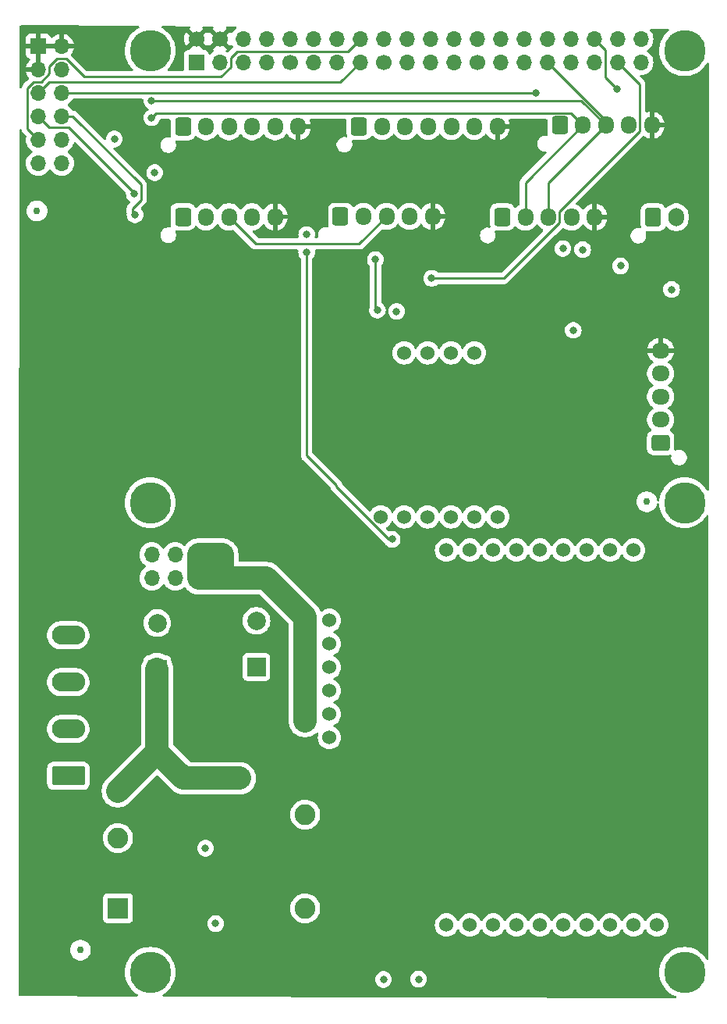
<source format=gbr>
%TF.GenerationSoftware,KiCad,Pcbnew,8.0.6*%
%TF.CreationDate,2025-02-12T15:18:34-05:00*%
%TF.ProjectId,HydroBall,48796472-6f42-4616-9c6c-2e6b69636164,rev?*%
%TF.SameCoordinates,Original*%
%TF.FileFunction,Copper,L4,Bot*%
%TF.FilePolarity,Positive*%
%FSLAX46Y46*%
G04 Gerber Fmt 4.6, Leading zero omitted, Abs format (unit mm)*
G04 Created by KiCad (PCBNEW 8.0.6) date 2025-02-12 15:18:34*
%MOMM*%
%LPD*%
G01*
G04 APERTURE LIST*
G04 Aperture macros list*
%AMRoundRect*
0 Rectangle with rounded corners*
0 $1 Rounding radius*
0 $2 $3 $4 $5 $6 $7 $8 $9 X,Y pos of 4 corners*
0 Add a 4 corners polygon primitive as box body*
4,1,4,$2,$3,$4,$5,$6,$7,$8,$9,$2,$3,0*
0 Add four circle primitives for the rounded corners*
1,1,$1+$1,$2,$3*
1,1,$1+$1,$4,$5*
1,1,$1+$1,$6,$7*
1,1,$1+$1,$8,$9*
0 Add four rect primitives between the rounded corners*
20,1,$1+$1,$2,$3,$4,$5,0*
20,1,$1+$1,$4,$5,$6,$7,0*
20,1,$1+$1,$6,$7,$8,$9,0*
20,1,$1+$1,$8,$9,$2,$3,0*%
%AMHorizOval*
0 Thick line with rounded ends*
0 $1 width*
0 $2 $3 position (X,Y) of the first rounded end (center of the circle)*
0 $4 $5 position (X,Y) of the second rounded end (center of the circle)*
0 Add line between two ends*
20,1,$1,$2,$3,$4,$5,0*
0 Add two circle primitives to create the rounded ends*
1,1,$1,$2,$3*
1,1,$1,$4,$5*%
G04 Aperture macros list end*
%TA.AperFunction,ComponentPad*%
%ADD10C,1.524000*%
%TD*%
%TA.AperFunction,ComponentPad*%
%ADD11C,4.500000*%
%TD*%
%TA.AperFunction,ComponentPad*%
%ADD12R,1.700000X1.700000*%
%TD*%
%TA.AperFunction,ComponentPad*%
%ADD13O,1.700000X1.700000*%
%TD*%
%TA.AperFunction,ComponentPad*%
%ADD14RoundRect,0.250000X-0.600000X-0.725000X0.600000X-0.725000X0.600000X0.725000X-0.600000X0.725000X0*%
%TD*%
%TA.AperFunction,ComponentPad*%
%ADD15O,1.700000X1.950000*%
%TD*%
%TA.AperFunction,ComponentPad*%
%ADD16RoundRect,0.249999X1.550001X-0.790001X1.550001X0.790001X-1.550001X0.790001X-1.550001X-0.790001X0*%
%TD*%
%TA.AperFunction,ComponentPad*%
%ADD17O,3.600000X2.080000*%
%TD*%
%TA.AperFunction,ComponentPad*%
%ADD18RoundRect,0.250000X0.725000X-0.600000X0.725000X0.600000X-0.725000X0.600000X-0.725000X-0.600000X0*%
%TD*%
%TA.AperFunction,ComponentPad*%
%ADD19O,1.950000X1.700000*%
%TD*%
%TA.AperFunction,ComponentPad*%
%ADD20RoundRect,0.250000X-0.600000X-0.750000X0.600000X-0.750000X0.600000X0.750000X-0.600000X0.750000X0*%
%TD*%
%TA.AperFunction,ComponentPad*%
%ADD21O,1.700000X2.000000*%
%TD*%
%TA.AperFunction,ComponentPad*%
%ADD22R,2.000000X2.000000*%
%TD*%
%TA.AperFunction,ComponentPad*%
%ADD23C,2.000000*%
%TD*%
%TA.AperFunction,ComponentPad*%
%ADD24R,2.250000X2.250000*%
%TD*%
%TA.AperFunction,ComponentPad*%
%ADD25C,2.250000*%
%TD*%
%TA.AperFunction,SMDPad,CuDef*%
%ADD26C,0.750000*%
%TD*%
%TA.AperFunction,ComponentPad*%
%ADD27HorizOval,1.700000X0.000000X0.000000X0.000000X0.000000X0*%
%TD*%
%TA.AperFunction,ViaPad*%
%ADD28C,0.800000*%
%TD*%
%TA.AperFunction,Conductor*%
%ADD29C,0.250000*%
%TD*%
%TA.AperFunction,Conductor*%
%ADD30C,2.540000*%
%TD*%
G04 APERTURE END LIST*
D10*
%TO.P,U1,1,Gnd*%
%TO.N,GND*%
X148355000Y-138245000D03*
%TO.P,U1,2,3.3v*%
%TO.N,+3.3V*%
X150895000Y-138245000D03*
%TO.P,U1,3*%
%TO.N,N/C*%
X153435000Y-138245000D03*
%TO.P,U1,4*%
X155975000Y-138245000D03*
%TO.P,U1,5*%
X158515000Y-138245000D03*
%TO.P,U1,6*%
X161055000Y-138245000D03*
%TO.P,U1,7,pps*%
%TO.N,PPS*%
X163595000Y-138245000D03*
%TO.P,U1,8,rst_*%
%TO.N,unconnected-(U1-rst_-Pad8)*%
X166135000Y-138245000D03*
%TO.P,U1,9*%
%TO.N,N/C*%
X168675000Y-138245000D03*
%TO.P,U1,10*%
X171215000Y-138245000D03*
%TO.P,U1,11,Gnd*%
%TO.N,GND*%
X148355000Y-97605000D03*
%TO.P,U1,12,5v*%
%TO.N,unconnected-(U1-5v-Pad12)*%
X150895000Y-97605000D03*
%TO.P,U1,13,3.3v*%
%TO.N,+3.3V*%
X153435000Y-97605000D03*
%TO.P,U1,14,tx2*%
%TO.N,Net-(JP3-A)*%
X155975000Y-97605000D03*
%TO.P,U1,15,rx2*%
%TO.N,Net-(JP1-A)*%
X158515000Y-97605000D03*
%TO.P,U1,16*%
%TO.N,N/C*%
X161055000Y-97605000D03*
%TO.P,U1,17,rx1*%
%TO.N,U1TX*%
X163595000Y-97605000D03*
%TO.P,U1,18,tx1*%
%TO.N,U1RX*%
X166135000Y-97605000D03*
%TO.P,U1,19*%
%TO.N,N/C*%
X168675000Y-97605000D03*
%TO.P,U1,20*%
X135655000Y-105225000D03*
%TO.P,U1,21*%
X135655000Y-107765000D03*
%TO.P,U1,22*%
X135655000Y-110305000D03*
%TO.P,U1,23,3.3v*%
%TO.N,+3.3V*%
X135655000Y-112845000D03*
%TO.P,U1,24*%
%TO.N,N/C*%
X135655000Y-115385000D03*
%TO.P,U1,25,Gnd*%
%TO.N,GND*%
X135655000Y-117925000D03*
%TD*%
D11*
%TO.P,H4,1*%
%TO.N,N/C*%
X116200000Y-143380000D03*
%TD*%
D12*
%TO.P,J14,1,Pin_1*%
%TO.N,+5P*%
X124000000Y-98100000D03*
D13*
%TO.P,J14,2,Pin_2*%
X124000000Y-100640000D03*
%TO.P,J14,3,Pin_3*%
X121460000Y-98100000D03*
%TO.P,J14,4,Pin_4*%
X121460000Y-100640000D03*
%TO.P,J14,5,Pin_5*%
%TO.N,GND*%
X118920000Y-98100000D03*
%TO.P,J14,6,Pin_6*%
X118920000Y-100640000D03*
%TO.P,J14,7,Pin_7*%
X116380000Y-98100000D03*
%TO.P,J14,8,Pin_8*%
X116380000Y-100640000D03*
%TD*%
D14*
%TO.P,J1,1,Pin_1*%
%TO.N,GND*%
X119750000Y-51705000D03*
D15*
%TO.P,J1,2,Pin_2*%
%TO.N,U1RX*%
X122250000Y-51705000D03*
%TO.P,J1,3,Pin_3*%
%TO.N,U1TX*%
X124750000Y-51705000D03*
%TO.P,J1,4,Pin_4*%
%TO.N,PPS*%
X127250000Y-51705000D03*
%TO.P,J1,5,Pin_5*%
%TO.N,+3.3V*%
X129750000Y-51705000D03*
%TO.P,J1,6,Pin_6*%
%TO.N,+5V*%
X132250000Y-51705000D03*
%TD*%
D12*
%TO.P,J11,1,Pin_1*%
%TO.N,+5V*%
X104050000Y-42975000D03*
D13*
%TO.P,J11,2,Pin_2*%
X106590000Y-42975000D03*
%TO.P,J11,3,Pin_3*%
X104050000Y-45515000D03*
%TO.P,J11,4,Pin_4*%
%TO.N,Signal*%
X106590000Y-45515000D03*
%TO.P,J11,5,Pin_5*%
%TO.N,Pwr_off*%
X104050000Y-48055000D03*
%TO.P,J11,6,Pin_6*%
%TO.N,Pwr_mon*%
X106590000Y-48055000D03*
%TO.P,J11,7,Pin_7*%
%TO.N,Red*%
X104050000Y-50595000D03*
%TO.P,J11,8,Pin_8*%
%TO.N,Green*%
X106590000Y-50595000D03*
%TO.P,J11,9,Pin_9*%
%TO.N,Pwr_Pulse*%
X104050000Y-53135000D03*
%TO.P,J11,10,Pin_10*%
%TO.N,GND*%
X106590000Y-53135000D03*
%TO.P,J11,11,Pin_11*%
X104050000Y-55675000D03*
%TO.P,J11,12,Pin_12*%
X106590000Y-55675000D03*
%TD*%
D16*
%TO.P,J9,1,Pin_1*%
%TO.N,GND*%
X107310000Y-122080000D03*
D17*
%TO.P,J9,2,Pin_2*%
X107310000Y-117000000D03*
%TO.P,J9,3,Pin_3*%
%TO.N,Net-(J9-Pin_3)*%
X107310000Y-111920000D03*
%TO.P,J9,4,Pin_4*%
X107310000Y-106840000D03*
%TD*%
D14*
%TO.P,J3,1,Pin_1*%
%TO.N,GND*%
X160650000Y-51555000D03*
D15*
%TO.P,J3,2,Pin_2*%
%TO.N,SCK4*%
X163150000Y-51555000D03*
%TO.P,J3,3,Pin_3*%
%TO.N,SDA4*%
X165650000Y-51555000D03*
%TO.P,J3,4,Pin_4*%
%TO.N,+3.3V*%
X168150000Y-51555000D03*
%TO.P,J3,5,Pin_5*%
%TO.N,+5V*%
X170650000Y-51555000D03*
%TD*%
D11*
%TO.P,H5,1*%
%TO.N,N/C*%
X116200000Y-92480000D03*
%TD*%
%TO.P,H3,1*%
%TO.N,N/C*%
X174200000Y-43480000D03*
%TD*%
D18*
%TO.P,J5,1,Pin_1*%
%TO.N,GND*%
X171600000Y-85980000D03*
D19*
%TO.P,J5,2,Pin_2*%
%TO.N,U5RX*%
X171600000Y-83480000D03*
%TO.P,J5,3,Pin_3*%
%TO.N,U5TX*%
X171600000Y-80980000D03*
%TO.P,J5,4,Pin_4*%
%TO.N,+3.3V*%
X171600000Y-78480000D03*
%TO.P,J5,5,Pin_5*%
%TO.N,+5V*%
X171600000Y-75980000D03*
%TD*%
D20*
%TO.P,J13,1,Pin_1*%
%TO.N,GND*%
X170790000Y-61530000D03*
D21*
%TO.P,J13,2,Pin_2*%
%TO.N,Net-(J13-Pin_2)*%
X173290000Y-61530000D03*
%TD*%
D14*
%TO.P,J6,1,Pin_1*%
%TO.N,GND*%
X119750000Y-61480000D03*
D15*
%TO.P,J6,2,Pin_2*%
%TO.N,SCK1*%
X122250000Y-61480000D03*
%TO.P,J6,3,Pin_3*%
%TO.N,SDA1*%
X124750000Y-61480000D03*
%TO.P,J6,4,Pin_4*%
%TO.N,+3.3V*%
X127250000Y-61480000D03*
%TO.P,J6,5,Pin_5*%
%TO.N,+5V*%
X129750000Y-61480000D03*
%TD*%
D11*
%TO.P,H2,1*%
%TO.N,N/C*%
X174200000Y-143380000D03*
%TD*%
D14*
%TO.P,J4,1,Pin_1*%
%TO.N,GND*%
X154425000Y-61505000D03*
D15*
%TO.P,J4,2,Pin_2*%
%TO.N,SCK4*%
X156925000Y-61505000D03*
%TO.P,J4,3,Pin_3*%
%TO.N,SDA4*%
X159425000Y-61505000D03*
%TO.P,J4,4,Pin_4*%
%TO.N,+3.3V*%
X161925000Y-61505000D03*
%TO.P,J4,5,Pin_5*%
%TO.N,+5V*%
X164425000Y-61505000D03*
%TD*%
D14*
%TO.P,J2,1,Pin_1*%
%TO.N,GND*%
X138875000Y-51680000D03*
D15*
%TO.P,J2,2,Pin_2*%
%TO.N,CE0*%
X141375000Y-51680000D03*
%TO.P,J2,3,Pin_3*%
%TO.N,SCLK*%
X143875000Y-51680000D03*
%TO.P,J2,4,Pin_4*%
%TO.N,MOSI*%
X146375000Y-51680000D03*
%TO.P,J2,5,Pin_5*%
%TO.N,MISO*%
X148875000Y-51680000D03*
%TO.P,J2,6,Pin_6*%
%TO.N,+3.3V*%
X151375000Y-51680000D03*
%TO.P,J2,7,Pin_7*%
%TO.N,+5V*%
X153875000Y-51680000D03*
%TD*%
D10*
%TO.P,U2,1,3.3v*%
%TO.N,+3.3V*%
X141220000Y-94010000D03*
%TO.P,U2,2*%
%TO.N,N/C*%
X143760000Y-94010000D03*
%TO.P,U2,3,gnd*%
%TO.N,GND*%
X146300000Y-94010000D03*
%TO.P,U2,4,sda*%
%TO.N,SDA1*%
X148840000Y-94010000D03*
%TO.P,U2,5,scl*%
%TO.N,SCK1*%
X151380000Y-94010000D03*
%TO.P,U2,6,rst*%
%TO.N,unconnected-(U2-rst-Pad6)*%
X153920000Y-94010000D03*
%TO.P,U2,7*%
%TO.N,N/C*%
X151380000Y-76230000D03*
%TO.P,U2,8*%
X148840000Y-76230000D03*
%TO.P,U2,9*%
X146300000Y-76230000D03*
%TO.P,U2,10*%
X143760000Y-76230000D03*
%TD*%
D11*
%TO.P,H6,1*%
%TO.N,N/C*%
X174200000Y-92480000D03*
%TD*%
D14*
%TO.P,J7,1,Pin_1*%
%TO.N,GND*%
X136850000Y-61430000D03*
D15*
%TO.P,J7,2,Pin_2*%
%TO.N,SCK1*%
X139350000Y-61430000D03*
%TO.P,J7,3,Pin_3*%
%TO.N,SDA1*%
X141850000Y-61430000D03*
%TO.P,J7,4,Pin_4*%
%TO.N,+3.3V*%
X144350000Y-61430000D03*
%TO.P,J7,5,Pin_5*%
%TO.N,+5V*%
X146850000Y-61430000D03*
%TD*%
D11*
%TO.P,H1,1*%
%TO.N,N/C*%
X116200000Y-43480000D03*
%TD*%
D22*
%TO.P,C5,1*%
%TO.N,SEN-*%
X127730000Y-110270000D03*
D23*
%TO.P,C5,2*%
%TO.N,GND*%
X127730000Y-105270000D03*
%TD*%
D24*
%TO.P,PS1,1,CTRL*%
%TO.N,unconnected-(PS1-CTRL-Pad1)*%
X112695000Y-136435000D03*
D25*
%TO.P,PS1,2,GND*%
%TO.N,GND*%
X112695000Y-128815000D03*
%TO.P,PS1,3,VIN*%
%TO.N,Net-(PS1-VIN)*%
X112695000Y-123735000D03*
%TO.P,PS1,4,+VO*%
%TO.N,+5P*%
X133015000Y-116115000D03*
%TO.P,PS1,5,TRIM*%
%TO.N,Net-(PS1-TRIM)*%
X133015000Y-126275000D03*
%TO.P,PS1,6,0V*%
%TO.N,GND*%
X133015000Y-136435000D03*
%TD*%
D26*
%TO.P,FID4,*%
%TO.N,*%
X170100000Y-92375000D03*
%TD*%
D12*
%TO.P,J8,1,3V3*%
%TO.N,+3.3V*%
X121200000Y-44750000D03*
D27*
%TO.P,J8,2,5V*%
%TO.N,+5V*%
X121200000Y-42210000D03*
D13*
%TO.P,J8,3,SDA/GPIO2*%
%TO.N,SDA1*%
X123740000Y-44750000D03*
D27*
%TO.P,J8,4,5V*%
%TO.N,+5V*%
X123740000Y-42210000D03*
D13*
%TO.P,J8,5,SCL/GPIO3*%
%TO.N,SCK1*%
X126280000Y-44750000D03*
%TO.P,J8,6,GND*%
%TO.N,GND*%
X126280000Y-42210000D03*
%TO.P,J8,7,GCLK0/GPIO4*%
%TO.N,PPS*%
X128820000Y-44750000D03*
%TO.P,J8,8,GPIO14/TXD*%
%TO.N,U1TX*%
X128820000Y-42210000D03*
D27*
%TO.P,J8,9,GND*%
%TO.N,GND*%
X131360000Y-44750000D03*
D13*
%TO.P,J8,10,GPIO15/RXD*%
%TO.N,U1RX*%
X131360000Y-42210000D03*
%TO.P,J8,11,GPIO17*%
%TO.N,unconnected-(J8-GPIO17-Pad11)*%
X133900000Y-44750000D03*
%TO.P,J8,12,GPIO18/PWM0*%
%TO.N,W_Intrusion*%
X133900000Y-42210000D03*
%TO.P,J8,13,GPIO27*%
%TO.N,Green-g*%
X136440000Y-44750000D03*
%TO.P,J8,14,GND*%
%TO.N,GND*%
X136440000Y-42210000D03*
%TO.P,J8,15,GPIO22*%
%TO.N,Pwr_off*%
X138980000Y-44750000D03*
%TO.P,J8,16,GPIO23*%
%TO.N,Pwr_Pulse*%
X138980000Y-42210000D03*
D27*
%TO.P,J8,17,3V3*%
%TO.N,+3.3V*%
X141520000Y-44750000D03*
D13*
%TO.P,J8,18,GPIO24*%
%TO.N,unconnected-(J8-GPIO24-Pad18)*%
X141520000Y-42210000D03*
%TO.P,J8,19,MOSI0/GPIO10*%
%TO.N,MOSI*%
X144060000Y-44750000D03*
%TO.P,J8,20,GND*%
%TO.N,GND*%
X144060000Y-42210000D03*
%TO.P,J8,21,MISO0/GPIO9*%
%TO.N,MISO*%
X146600000Y-44750000D03*
%TO.P,J8,22,GPIO25*%
%TO.N,unconnected-(J8-GPIO25-Pad22)*%
X146600000Y-42210000D03*
%TO.P,J8,23,SCLK0/GPIO11*%
%TO.N,SCLK*%
X149140000Y-44750000D03*
%TO.P,J8,24,~{CE0}/GPIO8*%
%TO.N,CE0*%
X149140000Y-42210000D03*
D27*
%TO.P,J8,25,GND*%
%TO.N,GND*%
X151680000Y-44750000D03*
D13*
%TO.P,J8,26,~{CE1}/GPIO7*%
%TO.N,SCK4*%
X151680000Y-42210000D03*
%TO.P,J8,27,ID_SD/GPIO0*%
%TO.N,U2TX*%
X154220000Y-44750000D03*
%TO.P,J8,28,ID_SC/GPIO1*%
%TO.N,U2RX*%
X154220000Y-42210000D03*
%TO.P,J8,29,GCLK1/GPIO5*%
%TO.N,unconnected-(J8-GCLK1{slash}GPIO5-Pad29)*%
X156760000Y-44750000D03*
%TO.P,J8,30,GND*%
%TO.N,GND*%
X156760000Y-42210000D03*
%TO.P,J8,31,GCLK2/GPIO6*%
%TO.N,SDA4*%
X159300000Y-44750000D03*
%TO.P,J8,32,PWM0/GPIO12*%
%TO.N,U5TX*%
X159300000Y-42210000D03*
%TO.P,J8,33,PWM1/GPIO13*%
%TO.N,U5RX*%
X161840000Y-44750000D03*
%TO.P,J8,34,GND*%
%TO.N,GND*%
X161840000Y-42210000D03*
%TO.P,J8,35,GPIO19/MISO1*%
%TO.N,unconnected-(J8-GPIO19{slash}MISO1-Pad35)*%
X164380000Y-44750000D03*
%TO.P,J8,36,GPIO16*%
%TO.N,Pwr_mon*%
X164380000Y-42210000D03*
%TO.P,J8,37,GPIO26*%
%TO.N,Red_g*%
X166920000Y-44750000D03*
%TO.P,J8,38,GPIO20/MOSI1*%
%TO.N,unconnected-(J8-GPIO20{slash}MOSI1-Pad38)*%
X166920000Y-42210000D03*
%TO.P,J8,39,GND*%
%TO.N,GND*%
X169460000Y-44750000D03*
%TO.P,J8,40,GPIO21/SCLK1*%
%TO.N,unconnected-(J8-GPIO21{slash}SCLK1-Pad40)*%
X169460000Y-42210000D03*
%TD*%
D22*
%TO.P,C9,1*%
%TO.N,Net-(PS1-VIN)*%
X116970000Y-110520000D03*
D23*
%TO.P,C9,2*%
%TO.N,GND*%
X116970000Y-105520000D03*
%TD*%
D26*
%TO.P,FID6,*%
%TO.N,*%
X108625000Y-140975000D03*
%TD*%
%TO.P,FID5,*%
%TO.N,*%
X103910000Y-60840000D03*
%TD*%
D28*
%TO.N,Red_g*%
X146750000Y-68150000D03*
%TO.N,SCK4*%
X116350000Y-50750000D03*
%TO.N,SDA4*%
X116350000Y-48900000D03*
%TO.N,Green-g*%
X140640000Y-66110571D03*
X140860000Y-71600000D03*
%TO.N,GND*%
X163130000Y-65040000D03*
X172780000Y-69360000D03*
X161000000Y-64920000D03*
X142930000Y-71740000D03*
X116680000Y-56690000D03*
%TO.N,+3.3V*%
X162120000Y-73780000D03*
X167260000Y-66810000D03*
X123300000Y-138100000D03*
X122200000Y-129925000D03*
X112300000Y-53050000D03*
%TO.N,U2RX*%
X145325000Y-144125000D03*
%TO.N,PPS*%
X133175000Y-63400000D03*
X133175000Y-65350000D03*
X142459437Y-96440563D03*
%TO.N,U2TX*%
X141525000Y-144150000D03*
%TO.N,Pwr_mon*%
X166850000Y-47625000D03*
X158050000Y-48050000D03*
%TO.N,Net-(PS1-VIN)*%
X125925000Y-122350000D03*
%TO.N,Red*%
X114465000Y-59000000D03*
%TO.N,Green*%
X114550000Y-61260000D03*
%TD*%
D29*
%TO.N,Red_g*%
X169325000Y-47155000D02*
X169325000Y-52166701D01*
X154566701Y-68150000D02*
X146750000Y-68150000D01*
X169325000Y-52166701D02*
X160600000Y-60891701D01*
X160600000Y-62116701D02*
X154566701Y-68150000D01*
X166920000Y-44750000D02*
X169325000Y-47155000D01*
X160600000Y-60891701D02*
X160600000Y-62116701D01*
%TO.N,SCK4*%
X156925000Y-57780000D02*
X163150000Y-51555000D01*
X161850000Y-50255000D02*
X163150000Y-51555000D01*
X156925000Y-61505000D02*
X156925000Y-57780000D01*
X116350000Y-50750000D02*
X116845000Y-50255000D01*
X116845000Y-50255000D02*
X161850000Y-50255000D01*
%TO.N,Pwr_Pulse*%
X106103299Y-44340000D02*
X105250000Y-45193299D01*
X125603299Y-43575000D02*
X124915000Y-44263299D01*
X103563299Y-46880000D02*
X102875000Y-47568299D01*
X102875000Y-47568299D02*
X102875000Y-51960000D01*
X107076701Y-44340000D02*
X106103299Y-44340000D01*
X105250000Y-45193299D02*
X105250000Y-45976701D01*
X124915000Y-45236701D02*
X123843350Y-46308351D01*
X104346701Y-46880000D02*
X103563299Y-46880000D01*
X124915000Y-44263299D02*
X124915000Y-45236701D01*
X102875000Y-51960000D02*
X104050000Y-53135000D01*
X123843350Y-46308351D02*
X109045052Y-46308351D01*
X138980000Y-42210000D02*
X137615000Y-43575000D01*
X109045052Y-46308351D02*
X107076701Y-44340000D01*
X105250000Y-45976701D02*
X104346701Y-46880000D01*
X137615000Y-43575000D02*
X125603299Y-43575000D01*
%TO.N,SDA4*%
X162995000Y-48900000D02*
X165650000Y-51555000D01*
X165650000Y-51100000D02*
X159300000Y-44750000D01*
X159425000Y-57780000D02*
X165650000Y-51555000D01*
X159425000Y-61505000D02*
X159425000Y-57780000D01*
X116350000Y-48900000D02*
X162995000Y-48900000D01*
%TO.N,Green-g*%
X140640000Y-71380000D02*
X140860000Y-71600000D01*
X140640000Y-66110571D02*
X140640000Y-71380000D01*
%TO.N,SDA1*%
X127675000Y-64405000D02*
X138875000Y-64405000D01*
X124750000Y-61480000D02*
X127675000Y-64405000D01*
X138875000Y-64405000D02*
X141850000Y-61430000D01*
%TO.N,PPS*%
X142095528Y-96440563D02*
X142459437Y-96440563D01*
X133175000Y-65350000D02*
X133175000Y-87332589D01*
X136419501Y-90764536D02*
X142095528Y-96440563D01*
X136419501Y-90577089D02*
X136419501Y-90764536D01*
X133175000Y-87332589D02*
X136419501Y-90577089D01*
%TO.N,Pwr_off*%
X105225000Y-46880000D02*
X136850000Y-46880000D01*
X136850000Y-46880000D02*
X138980000Y-44750000D01*
X104050000Y-48055000D02*
X105225000Y-46880000D01*
D30*
%TO.N,+5P*%
X121460000Y-98100000D02*
X121460000Y-100640000D01*
X124000000Y-98100000D02*
X124000000Y-100640000D01*
X128770000Y-100640000D02*
X133015000Y-104885000D01*
X121460000Y-98100000D02*
X124000000Y-98100000D01*
X133015000Y-104885000D02*
X133015000Y-116115000D01*
X121460000Y-100640000D02*
X124000000Y-100640000D01*
X124000000Y-100640000D02*
X128770000Y-100640000D01*
D29*
%TO.N,Pwr_mon*%
X106590000Y-48055000D02*
X157965000Y-48055000D01*
X165555000Y-43385000D02*
X165555000Y-46330000D01*
X164380000Y-42210000D02*
X165555000Y-43385000D01*
X165555000Y-46330000D02*
X166850000Y-47625000D01*
X158050000Y-48050000D02*
X157975000Y-48055000D01*
X157965000Y-48055000D02*
X158050000Y-48050000D01*
X157975000Y-48055000D02*
X157970000Y-48055000D01*
D30*
%TO.N,Net-(PS1-VIN)*%
X125925000Y-122350000D02*
X119820000Y-122350000D01*
X116950000Y-110530000D02*
X116950000Y-119480000D01*
X116950000Y-119480000D02*
X112695000Y-123735000D01*
X119820000Y-122350000D02*
X116950000Y-119480000D01*
D29*
%TO.N,Red*%
X114465000Y-59000000D02*
X114465000Y-58895000D01*
X105225000Y-51770000D02*
X104050000Y-50595000D01*
X107340000Y-51770000D02*
X105225000Y-51770000D01*
X114465000Y-58895000D02*
X107340000Y-51770000D01*
%TO.N,Green*%
X115190000Y-59640000D02*
X115190000Y-57992919D01*
X114270000Y-60560000D02*
X115190000Y-59640000D01*
X114270000Y-60980000D02*
X114270000Y-60560000D01*
X115190000Y-57992919D02*
X107792081Y-50595000D01*
X107792081Y-50595000D02*
X106590000Y-50595000D01*
X114550000Y-61260000D02*
X114270000Y-60980000D01*
%TD*%
%TA.AperFunction,Conductor*%
%TO.N,+5V*%
G36*
X172417614Y-41101305D02*
G01*
X172484546Y-41121347D01*
X172530018Y-41174395D01*
X172539592Y-41243606D01*
X172510227Y-41307006D01*
X172493424Y-41322913D01*
X172372745Y-41417459D01*
X172137460Y-41652744D01*
X171932251Y-41914673D01*
X171852884Y-42045963D01*
X171780814Y-42165182D01*
X171760101Y-42199445D01*
X171760100Y-42199447D01*
X171755350Y-42210001D01*
X171636084Y-42475000D01*
X171623536Y-42502880D01*
X171623530Y-42502895D01*
X171524546Y-42820550D01*
X171524544Y-42820556D01*
X171524544Y-42820559D01*
X171496906Y-42971373D01*
X171464563Y-43147863D01*
X171444473Y-43480000D01*
X171464563Y-43812136D01*
X171464563Y-43812141D01*
X171464564Y-43812142D01*
X171524544Y-44139441D01*
X171524545Y-44139445D01*
X171524546Y-44139449D01*
X171623530Y-44457104D01*
X171623534Y-44457116D01*
X171623537Y-44457123D01*
X171760102Y-44760557D01*
X171896026Y-44985403D01*
X171932251Y-45045326D01*
X172137460Y-45307255D01*
X172372744Y-45542539D01*
X172634673Y-45747748D01*
X172634678Y-45747751D01*
X172634682Y-45747754D01*
X172919443Y-45919898D01*
X173222877Y-46056463D01*
X173222890Y-46056467D01*
X173222895Y-46056469D01*
X173403840Y-46112853D01*
X173540559Y-46155456D01*
X173867858Y-46215436D01*
X174200000Y-46235527D01*
X174532142Y-46215436D01*
X174859441Y-46155456D01*
X175177123Y-46056463D01*
X175480557Y-45919898D01*
X175765318Y-45747754D01*
X175816011Y-45708039D01*
X175894518Y-45646532D01*
X176027252Y-45542542D01*
X176262542Y-45307252D01*
X176467754Y-45045318D01*
X176617218Y-44798074D01*
X176668743Y-44750890D01*
X176737602Y-44739051D01*
X176801931Y-44766320D01*
X176841305Y-44824038D01*
X176847332Y-44862315D01*
X176814377Y-91043347D01*
X176794645Y-91110373D01*
X176741808Y-91156090D01*
X176672642Y-91165984D01*
X176609107Y-91136914D01*
X176584265Y-91107415D01*
X176467754Y-90914682D01*
X176262542Y-90652748D01*
X176262539Y-90652744D01*
X176027255Y-90417460D01*
X175765326Y-90212251D01*
X175709250Y-90178352D01*
X175480557Y-90040102D01*
X175177123Y-89903537D01*
X175177116Y-89903534D01*
X175177104Y-89903530D01*
X174859449Y-89804546D01*
X174859445Y-89804545D01*
X174859441Y-89804544D01*
X174532142Y-89744564D01*
X174532141Y-89744563D01*
X174532136Y-89744563D01*
X174200000Y-89724473D01*
X173867863Y-89744563D01*
X173867858Y-89744564D01*
X173540559Y-89804544D01*
X173540556Y-89804544D01*
X173540550Y-89804546D01*
X173222895Y-89903530D01*
X173222879Y-89903536D01*
X173222877Y-89903537D01*
X173029656Y-89990498D01*
X172919447Y-90040100D01*
X172919445Y-90040101D01*
X172634673Y-90212251D01*
X172372744Y-90417460D01*
X172137460Y-90652744D01*
X171932251Y-90914673D01*
X171912717Y-90946987D01*
X171760102Y-91199443D01*
X171636991Y-91472985D01*
X171623536Y-91502880D01*
X171623530Y-91502895D01*
X171524546Y-91820550D01*
X171464563Y-92147863D01*
X171461531Y-92197993D01*
X171437834Y-92263722D01*
X171382364Y-92306205D01*
X171312731Y-92311954D01*
X171251044Y-92279145D01*
X171216888Y-92218193D01*
X171214286Y-92201947D01*
X171211076Y-92167308D01*
X171211076Y-92167304D01*
X171153994Y-91966681D01*
X171061019Y-91779962D01*
X170935318Y-91613507D01*
X170781171Y-91472984D01*
X170603828Y-91363177D01*
X170603827Y-91363176D01*
X170461609Y-91308081D01*
X170409327Y-91287827D01*
X170204293Y-91249500D01*
X169995707Y-91249500D01*
X169790673Y-91287827D01*
X169790670Y-91287827D01*
X169790670Y-91287828D01*
X169596172Y-91363176D01*
X169596171Y-91363177D01*
X169418827Y-91472985D01*
X169264683Y-91613505D01*
X169138981Y-91779961D01*
X169046007Y-91966677D01*
X169046006Y-91966681D01*
X168994456Y-92147863D01*
X168988923Y-92167308D01*
X168969678Y-92374999D01*
X168969678Y-92375000D01*
X168988923Y-92582691D01*
X168988923Y-92582693D01*
X168988924Y-92582696D01*
X169039920Y-92761929D01*
X169046007Y-92783322D01*
X169138981Y-92970038D01*
X169264683Y-93136494D01*
X169316064Y-93183334D01*
X169418829Y-93277016D01*
X169596172Y-93386823D01*
X169790673Y-93462173D01*
X169995707Y-93500500D01*
X169995710Y-93500500D01*
X170204290Y-93500500D01*
X170204293Y-93500500D01*
X170409327Y-93462173D01*
X170603828Y-93386823D01*
X170781171Y-93277016D01*
X170935318Y-93136493D01*
X171061019Y-92970038D01*
X171153994Y-92783319D01*
X171209566Y-92588000D01*
X171246843Y-92528911D01*
X171310153Y-92499353D01*
X171379392Y-92508715D01*
X171432579Y-92554024D01*
X171452605Y-92614451D01*
X171464563Y-92812136D01*
X171464563Y-92812141D01*
X171464564Y-92812142D01*
X171524544Y-93139441D01*
X171524545Y-93139445D01*
X171524546Y-93139449D01*
X171623530Y-93457104D01*
X171623534Y-93457116D01*
X171623537Y-93457123D01*
X171760102Y-93760557D01*
X171856625Y-93920225D01*
X171932251Y-94045326D01*
X172137460Y-94307255D01*
X172372744Y-94542539D01*
X172634673Y-94747748D01*
X172634678Y-94747751D01*
X172634682Y-94747754D01*
X172919443Y-94919898D01*
X173222877Y-95056463D01*
X173222890Y-95056467D01*
X173222895Y-95056469D01*
X173434665Y-95122458D01*
X173540559Y-95155456D01*
X173867858Y-95215436D01*
X174200000Y-95235527D01*
X174532142Y-95215436D01*
X174859441Y-95155456D01*
X175177123Y-95056463D01*
X175480557Y-94919898D01*
X175765318Y-94747754D01*
X176027252Y-94542542D01*
X176262542Y-94307252D01*
X176467754Y-94045318D01*
X176582210Y-93855983D01*
X176633735Y-93808800D01*
X176702594Y-93796961D01*
X176766923Y-93824230D01*
X176806297Y-93881948D01*
X176812324Y-93920225D01*
X176778097Y-141883332D01*
X176758365Y-141950358D01*
X176705528Y-141996075D01*
X176636362Y-142005969D01*
X176572827Y-141976899D01*
X176547984Y-141947399D01*
X176467754Y-141814682D01*
X176262542Y-141552748D01*
X176262539Y-141552744D01*
X176027255Y-141317460D01*
X175765326Y-141112251D01*
X175765318Y-141112246D01*
X175480557Y-140940102D01*
X175177123Y-140803537D01*
X175177116Y-140803534D01*
X175177104Y-140803530D01*
X174859449Y-140704546D01*
X174859445Y-140704545D01*
X174859441Y-140704544D01*
X174532142Y-140644564D01*
X174532141Y-140644563D01*
X174532136Y-140644563D01*
X174200000Y-140624473D01*
X173867863Y-140644563D01*
X173867858Y-140644564D01*
X173540559Y-140704544D01*
X173540556Y-140704544D01*
X173540550Y-140704546D01*
X173222895Y-140803530D01*
X173222879Y-140803536D01*
X173222877Y-140803537D01*
X173029656Y-140890498D01*
X172919447Y-140940100D01*
X172919445Y-140940101D01*
X172634673Y-141112251D01*
X172372744Y-141317460D01*
X172137460Y-141552744D01*
X171932251Y-141814673D01*
X171852019Y-141947394D01*
X171782633Y-142062173D01*
X171760101Y-142099445D01*
X171760100Y-142099447D01*
X171623536Y-142402880D01*
X171623530Y-142402895D01*
X171524546Y-142720550D01*
X171464563Y-143047863D01*
X171444473Y-143380000D01*
X171464563Y-143712136D01*
X171464563Y-143712141D01*
X171464564Y-143712142D01*
X171524544Y-144039441D01*
X171524545Y-144039445D01*
X171524546Y-144039449D01*
X171623530Y-144357104D01*
X171623534Y-144357116D01*
X171623537Y-144357123D01*
X171760102Y-144660557D01*
X171932246Y-144945318D01*
X171932251Y-144945326D01*
X172137460Y-145207255D01*
X172372744Y-145442539D01*
X172634673Y-145647748D01*
X172634678Y-145647751D01*
X172634682Y-145647754D01*
X172919443Y-145819898D01*
X173222877Y-145956463D01*
X173261142Y-145968386D01*
X173319289Y-146007124D01*
X173347263Y-146071149D01*
X173336182Y-146140134D01*
X173289563Y-146192178D01*
X173223754Y-146210771D01*
X117646642Y-145988090D01*
X117579682Y-145968137D01*
X117534139Y-145915150D01*
X117524473Y-145845952D01*
X117553752Y-145782513D01*
X117582981Y-145757980D01*
X117765318Y-145647754D01*
X118027252Y-145442542D01*
X118262542Y-145207252D01*
X118435769Y-144986144D01*
X118467748Y-144945326D01*
X118467748Y-144945324D01*
X118467754Y-144945318D01*
X118639898Y-144660557D01*
X118776463Y-144357123D01*
X118841005Y-144150000D01*
X140619540Y-144150000D01*
X140639326Y-144338256D01*
X140639327Y-144338259D01*
X140697818Y-144518277D01*
X140697821Y-144518284D01*
X140792467Y-144682216D01*
X140884462Y-144784386D01*
X140919129Y-144822888D01*
X141072265Y-144934148D01*
X141072270Y-144934151D01*
X141245192Y-145011142D01*
X141245197Y-145011144D01*
X141430354Y-145050500D01*
X141430355Y-145050500D01*
X141619644Y-145050500D01*
X141619646Y-145050500D01*
X141804803Y-145011144D01*
X141977730Y-144934151D01*
X142130871Y-144822888D01*
X142257533Y-144682216D01*
X142352179Y-144518284D01*
X142410674Y-144338256D01*
X142430460Y-144150000D01*
X142427832Y-144125000D01*
X144419540Y-144125000D01*
X144439326Y-144313256D01*
X144439327Y-144313259D01*
X144497818Y-144493277D01*
X144497821Y-144493284D01*
X144592467Y-144657216D01*
X144706972Y-144784386D01*
X144719129Y-144797888D01*
X144872265Y-144909148D01*
X144872270Y-144909151D01*
X145045192Y-144986142D01*
X145045197Y-144986144D01*
X145230354Y-145025500D01*
X145230355Y-145025500D01*
X145419644Y-145025500D01*
X145419646Y-145025500D01*
X145604803Y-144986144D01*
X145777730Y-144909151D01*
X145930871Y-144797888D01*
X146057533Y-144657216D01*
X146152179Y-144493284D01*
X146210674Y-144313256D01*
X146230460Y-144125000D01*
X146210674Y-143936744D01*
X146152179Y-143756716D01*
X146057533Y-143592784D01*
X145930871Y-143452112D01*
X145930870Y-143452111D01*
X145777734Y-143340851D01*
X145777729Y-143340848D01*
X145604807Y-143263857D01*
X145604802Y-143263855D01*
X145459001Y-143232865D01*
X145419646Y-143224500D01*
X145230354Y-143224500D01*
X145197897Y-143231398D01*
X145045197Y-143263855D01*
X145045192Y-143263857D01*
X144872270Y-143340848D01*
X144872265Y-143340851D01*
X144719129Y-143452111D01*
X144592466Y-143592785D01*
X144497821Y-143756715D01*
X144497818Y-143756722D01*
X144439327Y-143936740D01*
X144439326Y-143936744D01*
X144419540Y-144125000D01*
X142427832Y-144125000D01*
X142410674Y-143961744D01*
X142352179Y-143781716D01*
X142257533Y-143617784D01*
X142130871Y-143477112D01*
X142130870Y-143477111D01*
X141977734Y-143365851D01*
X141977729Y-143365848D01*
X141804807Y-143288857D01*
X141804802Y-143288855D01*
X141659001Y-143257865D01*
X141619646Y-143249500D01*
X141430354Y-143249500D01*
X141397897Y-143256398D01*
X141245197Y-143288855D01*
X141245192Y-143288857D01*
X141072270Y-143365848D01*
X141072265Y-143365851D01*
X140919129Y-143477111D01*
X140792466Y-143617785D01*
X140697821Y-143781715D01*
X140697818Y-143781722D01*
X140647450Y-143936740D01*
X140639326Y-143961744D01*
X140619540Y-144150000D01*
X118841005Y-144150000D01*
X118875456Y-144039441D01*
X118935436Y-143712142D01*
X118955527Y-143380000D01*
X118935436Y-143047858D01*
X118875456Y-142720559D01*
X118776463Y-142402877D01*
X118639898Y-142099443D01*
X118467754Y-141814682D01*
X118467751Y-141814678D01*
X118467748Y-141814673D01*
X118262539Y-141552744D01*
X118027255Y-141317460D01*
X117765326Y-141112251D01*
X117765318Y-141112246D01*
X117480557Y-140940102D01*
X117177123Y-140803537D01*
X117177116Y-140803534D01*
X117177104Y-140803530D01*
X116859449Y-140704546D01*
X116859445Y-140704545D01*
X116859441Y-140704544D01*
X116532142Y-140644564D01*
X116532141Y-140644563D01*
X116532136Y-140644563D01*
X116200000Y-140624473D01*
X115867863Y-140644563D01*
X115867858Y-140644564D01*
X115540559Y-140704544D01*
X115540556Y-140704544D01*
X115540550Y-140704546D01*
X115222895Y-140803530D01*
X115222879Y-140803536D01*
X115222877Y-140803537D01*
X115029656Y-140890498D01*
X114919447Y-140940100D01*
X114919445Y-140940101D01*
X114634673Y-141112251D01*
X114372744Y-141317460D01*
X114137460Y-141552744D01*
X113932251Y-141814673D01*
X113852019Y-141947394D01*
X113782633Y-142062173D01*
X113760101Y-142099445D01*
X113760100Y-142099447D01*
X113623536Y-142402880D01*
X113623530Y-142402895D01*
X113524546Y-142720550D01*
X113464563Y-143047863D01*
X113444473Y-143380000D01*
X113464563Y-143712136D01*
X113464563Y-143712141D01*
X113464564Y-143712142D01*
X113524544Y-144039441D01*
X113524545Y-144039445D01*
X113524546Y-144039449D01*
X113623530Y-144357104D01*
X113623534Y-144357116D01*
X113623537Y-144357123D01*
X113760102Y-144660557D01*
X113932246Y-144945318D01*
X113932251Y-144945326D01*
X114137460Y-145207255D01*
X114372744Y-145442539D01*
X114372748Y-145442542D01*
X114634682Y-145647754D01*
X114797701Y-145746302D01*
X114844886Y-145797828D01*
X114856725Y-145866687D01*
X114829456Y-145931016D01*
X114771738Y-145970390D01*
X114733052Y-145976416D01*
X102023649Y-145925495D01*
X101956689Y-145905542D01*
X101911146Y-145852555D01*
X101900146Y-145801353D01*
X101905881Y-140974999D01*
X107494678Y-140974999D01*
X107494678Y-140975000D01*
X107513923Y-141182691D01*
X107513923Y-141182693D01*
X107513924Y-141182696D01*
X107571006Y-141383319D01*
X107663981Y-141570038D01*
X107789682Y-141736493D01*
X107943829Y-141877016D01*
X108121172Y-141986823D01*
X108315673Y-142062173D01*
X108520707Y-142100500D01*
X108520710Y-142100500D01*
X108729290Y-142100500D01*
X108729293Y-142100500D01*
X108934327Y-142062173D01*
X109128828Y-141986823D01*
X109306171Y-141877016D01*
X109460318Y-141736493D01*
X109586019Y-141570038D01*
X109678994Y-141383319D01*
X109736076Y-141182696D01*
X109755322Y-140975000D01*
X109736076Y-140767304D01*
X109678994Y-140566681D01*
X109586019Y-140379962D01*
X109460318Y-140213507D01*
X109306171Y-140072984D01*
X109128828Y-139963177D01*
X109128827Y-139963176D01*
X108986609Y-139908081D01*
X108934327Y-139887827D01*
X108729293Y-139849500D01*
X108520707Y-139849500D01*
X108315673Y-139887827D01*
X108315670Y-139887827D01*
X108315670Y-139887828D01*
X108121172Y-139963176D01*
X108121171Y-139963177D01*
X107943827Y-140072985D01*
X107789683Y-140213505D01*
X107663981Y-140379961D01*
X107571007Y-140566677D01*
X107513923Y-140767308D01*
X107494678Y-140974999D01*
X101905881Y-140974999D01*
X101909297Y-138100000D01*
X122394540Y-138100000D01*
X122414326Y-138288256D01*
X122414327Y-138288259D01*
X122472818Y-138468277D01*
X122472821Y-138468284D01*
X122567467Y-138632216D01*
X122626133Y-138697371D01*
X122694129Y-138772888D01*
X122847265Y-138884148D01*
X122847270Y-138884151D01*
X123020192Y-138961142D01*
X123020197Y-138961144D01*
X123205354Y-139000500D01*
X123205355Y-139000500D01*
X123394644Y-139000500D01*
X123394646Y-139000500D01*
X123579803Y-138961144D01*
X123752730Y-138884151D01*
X123905871Y-138772888D01*
X124032533Y-138632216D01*
X124127179Y-138468284D01*
X124185674Y-138288256D01*
X124190221Y-138244997D01*
X147087677Y-138244997D01*
X147087677Y-138245002D01*
X147106929Y-138465062D01*
X147106930Y-138465070D01*
X147164104Y-138678445D01*
X147164105Y-138678447D01*
X147164106Y-138678450D01*
X147197382Y-138749811D01*
X147257466Y-138878662D01*
X147257468Y-138878666D01*
X147384170Y-139059615D01*
X147384175Y-139059621D01*
X147540378Y-139215824D01*
X147540384Y-139215829D01*
X147721333Y-139342531D01*
X147721335Y-139342532D01*
X147721338Y-139342534D01*
X147921550Y-139435894D01*
X148134932Y-139493070D01*
X148292123Y-139506822D01*
X148354998Y-139512323D01*
X148355000Y-139512323D01*
X148355002Y-139512323D01*
X148410017Y-139507509D01*
X148575068Y-139493070D01*
X148788450Y-139435894D01*
X148988662Y-139342534D01*
X149169620Y-139215826D01*
X149325826Y-139059620D01*
X149452534Y-138878662D01*
X149512618Y-138749811D01*
X149558790Y-138697371D01*
X149625983Y-138678219D01*
X149692865Y-138698435D01*
X149737382Y-138749811D01*
X149797464Y-138878658D01*
X149797468Y-138878666D01*
X149924170Y-139059615D01*
X149924175Y-139059621D01*
X150080378Y-139215824D01*
X150080384Y-139215829D01*
X150261333Y-139342531D01*
X150261335Y-139342532D01*
X150261338Y-139342534D01*
X150461550Y-139435894D01*
X150674932Y-139493070D01*
X150832123Y-139506822D01*
X150894998Y-139512323D01*
X150895000Y-139512323D01*
X150895002Y-139512323D01*
X150950017Y-139507509D01*
X151115068Y-139493070D01*
X151328450Y-139435894D01*
X151528662Y-139342534D01*
X151709620Y-139215826D01*
X151865826Y-139059620D01*
X151992534Y-138878662D01*
X152052618Y-138749811D01*
X152098790Y-138697371D01*
X152165983Y-138678219D01*
X152232865Y-138698435D01*
X152277382Y-138749811D01*
X152337464Y-138878658D01*
X152337468Y-138878666D01*
X152464170Y-139059615D01*
X152464175Y-139059621D01*
X152620378Y-139215824D01*
X152620384Y-139215829D01*
X152801333Y-139342531D01*
X152801335Y-139342532D01*
X152801338Y-139342534D01*
X153001550Y-139435894D01*
X153214932Y-139493070D01*
X153372123Y-139506822D01*
X153434998Y-139512323D01*
X153435000Y-139512323D01*
X153435002Y-139512323D01*
X153490017Y-139507509D01*
X153655068Y-139493070D01*
X153868450Y-139435894D01*
X154068662Y-139342534D01*
X154249620Y-139215826D01*
X154405826Y-139059620D01*
X154532534Y-138878662D01*
X154592618Y-138749811D01*
X154638790Y-138697371D01*
X154705983Y-138678219D01*
X154772865Y-138698435D01*
X154817382Y-138749811D01*
X154877464Y-138878658D01*
X154877468Y-138878666D01*
X155004170Y-139059615D01*
X155004175Y-139059621D01*
X155160378Y-139215824D01*
X155160384Y-139215829D01*
X155341333Y-139342531D01*
X155341335Y-139342532D01*
X155341338Y-139342534D01*
X155541550Y-139435894D01*
X155754932Y-139493070D01*
X155912123Y-139506822D01*
X155974998Y-139512323D01*
X155975000Y-139512323D01*
X155975002Y-139512323D01*
X156030017Y-139507509D01*
X156195068Y-139493070D01*
X156408450Y-139435894D01*
X156608662Y-139342534D01*
X156789620Y-139215826D01*
X156945826Y-139059620D01*
X157072534Y-138878662D01*
X157132618Y-138749811D01*
X157178790Y-138697371D01*
X157245983Y-138678219D01*
X157312865Y-138698435D01*
X157357382Y-138749811D01*
X157417464Y-138878658D01*
X157417468Y-138878666D01*
X157544170Y-139059615D01*
X157544175Y-139059621D01*
X157700378Y-139215824D01*
X157700384Y-139215829D01*
X157881333Y-139342531D01*
X157881335Y-139342532D01*
X157881338Y-139342534D01*
X158081550Y-139435894D01*
X158294932Y-139493070D01*
X158452123Y-139506822D01*
X158514998Y-139512323D01*
X158515000Y-139512323D01*
X158515002Y-139512323D01*
X158570017Y-139507509D01*
X158735068Y-139493070D01*
X158948450Y-139435894D01*
X159148662Y-139342534D01*
X159329620Y-139215826D01*
X159485826Y-139059620D01*
X159612534Y-138878662D01*
X159672618Y-138749811D01*
X159718790Y-138697371D01*
X159785983Y-138678219D01*
X159852865Y-138698435D01*
X159897382Y-138749811D01*
X159957464Y-138878658D01*
X159957468Y-138878666D01*
X160084170Y-139059615D01*
X160084175Y-139059621D01*
X160240378Y-139215824D01*
X160240384Y-139215829D01*
X160421333Y-139342531D01*
X160421335Y-139342532D01*
X160421338Y-139342534D01*
X160621550Y-139435894D01*
X160834932Y-139493070D01*
X160992123Y-139506822D01*
X161054998Y-139512323D01*
X161055000Y-139512323D01*
X161055002Y-139512323D01*
X161110017Y-139507509D01*
X161275068Y-139493070D01*
X161488450Y-139435894D01*
X161688662Y-139342534D01*
X161869620Y-139215826D01*
X162025826Y-139059620D01*
X162152534Y-138878662D01*
X162212618Y-138749811D01*
X162258790Y-138697371D01*
X162325983Y-138678219D01*
X162392865Y-138698435D01*
X162437382Y-138749811D01*
X162497464Y-138878658D01*
X162497468Y-138878666D01*
X162624170Y-139059615D01*
X162624175Y-139059621D01*
X162780378Y-139215824D01*
X162780384Y-139215829D01*
X162961333Y-139342531D01*
X162961335Y-139342532D01*
X162961338Y-139342534D01*
X163161550Y-139435894D01*
X163374932Y-139493070D01*
X163532123Y-139506822D01*
X163594998Y-139512323D01*
X163595000Y-139512323D01*
X163595002Y-139512323D01*
X163650017Y-139507509D01*
X163815068Y-139493070D01*
X164028450Y-139435894D01*
X164228662Y-139342534D01*
X164409620Y-139215826D01*
X164565826Y-139059620D01*
X164692534Y-138878662D01*
X164752618Y-138749811D01*
X164798790Y-138697371D01*
X164865983Y-138678219D01*
X164932865Y-138698435D01*
X164977382Y-138749811D01*
X165037464Y-138878658D01*
X165037468Y-138878666D01*
X165164170Y-139059615D01*
X165164175Y-139059621D01*
X165320378Y-139215824D01*
X165320384Y-139215829D01*
X165501333Y-139342531D01*
X165501335Y-139342532D01*
X165501338Y-139342534D01*
X165701550Y-139435894D01*
X165914932Y-139493070D01*
X166072123Y-139506822D01*
X166134998Y-139512323D01*
X166135000Y-139512323D01*
X166135002Y-139512323D01*
X166190017Y-139507509D01*
X166355068Y-139493070D01*
X166568450Y-139435894D01*
X166768662Y-139342534D01*
X166949620Y-139215826D01*
X167105826Y-139059620D01*
X167232534Y-138878662D01*
X167292618Y-138749811D01*
X167338790Y-138697371D01*
X167405983Y-138678219D01*
X167472865Y-138698435D01*
X167517382Y-138749811D01*
X167577464Y-138878658D01*
X167577468Y-138878666D01*
X167704170Y-139059615D01*
X167704175Y-139059621D01*
X167860378Y-139215824D01*
X167860384Y-139215829D01*
X168041333Y-139342531D01*
X168041335Y-139342532D01*
X168041338Y-139342534D01*
X168241550Y-139435894D01*
X168454932Y-139493070D01*
X168612123Y-139506822D01*
X168674998Y-139512323D01*
X168675000Y-139512323D01*
X168675002Y-139512323D01*
X168730017Y-139507509D01*
X168895068Y-139493070D01*
X169108450Y-139435894D01*
X169308662Y-139342534D01*
X169489620Y-139215826D01*
X169645826Y-139059620D01*
X169772534Y-138878662D01*
X169832618Y-138749811D01*
X169878790Y-138697371D01*
X169945983Y-138678219D01*
X170012865Y-138698435D01*
X170057382Y-138749811D01*
X170117464Y-138878658D01*
X170117468Y-138878666D01*
X170244170Y-139059615D01*
X170244175Y-139059621D01*
X170400378Y-139215824D01*
X170400384Y-139215829D01*
X170581333Y-139342531D01*
X170581335Y-139342532D01*
X170581338Y-139342534D01*
X170781550Y-139435894D01*
X170994932Y-139493070D01*
X171152123Y-139506822D01*
X171214998Y-139512323D01*
X171215000Y-139512323D01*
X171215002Y-139512323D01*
X171270017Y-139507509D01*
X171435068Y-139493070D01*
X171648450Y-139435894D01*
X171848662Y-139342534D01*
X172029620Y-139215826D01*
X172185826Y-139059620D01*
X172312534Y-138878662D01*
X172405894Y-138678450D01*
X172463070Y-138465068D01*
X172482323Y-138245000D01*
X172463070Y-138024932D01*
X172405894Y-137811550D01*
X172312534Y-137611339D01*
X172185826Y-137430380D01*
X172029620Y-137274174D01*
X172029616Y-137274171D01*
X172029615Y-137274170D01*
X171848666Y-137147468D01*
X171848662Y-137147466D01*
X171848660Y-137147465D01*
X171648450Y-137054106D01*
X171648447Y-137054105D01*
X171648445Y-137054104D01*
X171435070Y-136996930D01*
X171435062Y-136996929D01*
X171215002Y-136977677D01*
X171214998Y-136977677D01*
X170994937Y-136996929D01*
X170994929Y-136996930D01*
X170781554Y-137054104D01*
X170781548Y-137054107D01*
X170581340Y-137147465D01*
X170581338Y-137147466D01*
X170400377Y-137274175D01*
X170244175Y-137430377D01*
X170117466Y-137611338D01*
X170117465Y-137611340D01*
X170057382Y-137740189D01*
X170011209Y-137792628D01*
X169944016Y-137811780D01*
X169877135Y-137791564D01*
X169832618Y-137740189D01*
X169772534Y-137611340D01*
X169772533Y-137611338D01*
X169645827Y-137430381D01*
X169608842Y-137393396D01*
X169489620Y-137274174D01*
X169489616Y-137274171D01*
X169489615Y-137274170D01*
X169308666Y-137147468D01*
X169308662Y-137147466D01*
X169308660Y-137147465D01*
X169108450Y-137054106D01*
X169108447Y-137054105D01*
X169108445Y-137054104D01*
X168895070Y-136996930D01*
X168895062Y-136996929D01*
X168675002Y-136977677D01*
X168674998Y-136977677D01*
X168454937Y-136996929D01*
X168454929Y-136996930D01*
X168241554Y-137054104D01*
X168241548Y-137054107D01*
X168041340Y-137147465D01*
X168041338Y-137147466D01*
X167860377Y-137274175D01*
X167704175Y-137430377D01*
X167577466Y-137611338D01*
X167577465Y-137611340D01*
X167517382Y-137740189D01*
X167471209Y-137792628D01*
X167404016Y-137811780D01*
X167337135Y-137791564D01*
X167292618Y-137740189D01*
X167232534Y-137611340D01*
X167232533Y-137611338D01*
X167105827Y-137430381D01*
X167068842Y-137393396D01*
X166949620Y-137274174D01*
X166949616Y-137274171D01*
X166949615Y-137274170D01*
X166768666Y-137147468D01*
X166768662Y-137147466D01*
X166768660Y-137147465D01*
X166568450Y-137054106D01*
X166568447Y-137054105D01*
X166568445Y-137054104D01*
X166355070Y-136996930D01*
X166355062Y-136996929D01*
X166135002Y-136977677D01*
X166134998Y-136977677D01*
X165914937Y-136996929D01*
X165914929Y-136996930D01*
X165701554Y-137054104D01*
X165701548Y-137054107D01*
X165501340Y-137147465D01*
X165501338Y-137147466D01*
X165320377Y-137274175D01*
X165164175Y-137430377D01*
X165037466Y-137611338D01*
X165037465Y-137611340D01*
X164977382Y-137740189D01*
X164931209Y-137792628D01*
X164864016Y-137811780D01*
X164797135Y-137791564D01*
X164752618Y-137740189D01*
X164692534Y-137611340D01*
X164692533Y-137611338D01*
X164565827Y-137430381D01*
X164528842Y-137393396D01*
X164409620Y-137274174D01*
X164409616Y-137274171D01*
X164409615Y-137274170D01*
X164228666Y-137147468D01*
X164228662Y-137147466D01*
X164228660Y-137147465D01*
X164028450Y-137054106D01*
X164028447Y-137054105D01*
X164028445Y-137054104D01*
X163815070Y-136996930D01*
X163815062Y-136996929D01*
X163595002Y-136977677D01*
X163594998Y-136977677D01*
X163374937Y-136996929D01*
X163374929Y-136996930D01*
X163161554Y-137054104D01*
X163161548Y-137054107D01*
X162961340Y-137147465D01*
X162961338Y-137147466D01*
X162780377Y-137274175D01*
X162624175Y-137430377D01*
X162497466Y-137611338D01*
X162497465Y-137611340D01*
X162437382Y-137740189D01*
X162391209Y-137792628D01*
X162324016Y-137811780D01*
X162257135Y-137791564D01*
X162212618Y-137740189D01*
X162152534Y-137611340D01*
X162152533Y-137611338D01*
X162025827Y-137430381D01*
X161988842Y-137393396D01*
X161869620Y-137274174D01*
X161869616Y-137274171D01*
X161869615Y-137274170D01*
X161688666Y-137147468D01*
X161688662Y-137147466D01*
X161688660Y-137147465D01*
X161488450Y-137054106D01*
X161488447Y-137054105D01*
X161488445Y-137054104D01*
X161275070Y-136996930D01*
X161275062Y-136996929D01*
X161055002Y-136977677D01*
X161054998Y-136977677D01*
X160834937Y-136996929D01*
X160834929Y-136996930D01*
X160621554Y-137054104D01*
X160621548Y-137054107D01*
X160421340Y-137147465D01*
X160421338Y-137147466D01*
X160240377Y-137274175D01*
X160084175Y-137430377D01*
X159957466Y-137611338D01*
X159957465Y-137611340D01*
X159897382Y-137740189D01*
X159851209Y-137792628D01*
X159784016Y-137811780D01*
X159717135Y-137791564D01*
X159672618Y-137740189D01*
X159612534Y-137611340D01*
X159612533Y-137611338D01*
X159485827Y-137430381D01*
X159448842Y-137393396D01*
X159329620Y-137274174D01*
X159329616Y-137274171D01*
X159329615Y-137274170D01*
X159148666Y-137147468D01*
X159148662Y-137147466D01*
X159148660Y-137147465D01*
X158948450Y-137054106D01*
X158948447Y-137054105D01*
X158948445Y-137054104D01*
X158735070Y-136996930D01*
X158735062Y-136996929D01*
X158515002Y-136977677D01*
X158514998Y-136977677D01*
X158294937Y-136996929D01*
X158294929Y-136996930D01*
X158081554Y-137054104D01*
X158081548Y-137054107D01*
X157881340Y-137147465D01*
X157881338Y-137147466D01*
X157700377Y-137274175D01*
X157544175Y-137430377D01*
X157417466Y-137611338D01*
X157417465Y-137611340D01*
X157357382Y-137740189D01*
X157311209Y-137792628D01*
X157244016Y-137811780D01*
X157177135Y-137791564D01*
X157132618Y-137740189D01*
X157072534Y-137611340D01*
X157072533Y-137611338D01*
X156945827Y-137430381D01*
X156908842Y-137393396D01*
X156789620Y-137274174D01*
X156789616Y-137274171D01*
X156789615Y-137274170D01*
X156608666Y-137147468D01*
X156608662Y-137147466D01*
X156608660Y-137147465D01*
X156408450Y-137054106D01*
X156408447Y-137054105D01*
X156408445Y-137054104D01*
X156195070Y-136996930D01*
X156195062Y-136996929D01*
X155975002Y-136977677D01*
X155974998Y-136977677D01*
X155754937Y-136996929D01*
X155754929Y-136996930D01*
X155541554Y-137054104D01*
X155541548Y-137054107D01*
X155341340Y-137147465D01*
X155341338Y-137147466D01*
X155160377Y-137274175D01*
X155004175Y-137430377D01*
X154877466Y-137611338D01*
X154877465Y-137611340D01*
X154817382Y-137740189D01*
X154771209Y-137792628D01*
X154704016Y-137811780D01*
X154637135Y-137791564D01*
X154592618Y-137740189D01*
X154532534Y-137611340D01*
X154532533Y-137611338D01*
X154405827Y-137430381D01*
X154368842Y-137393396D01*
X154249620Y-137274174D01*
X154249616Y-137274171D01*
X154249615Y-137274170D01*
X154068666Y-137147468D01*
X154068662Y-137147466D01*
X154068660Y-137147465D01*
X153868450Y-137054106D01*
X153868447Y-137054105D01*
X153868445Y-137054104D01*
X153655070Y-136996930D01*
X153655062Y-136996929D01*
X153435002Y-136977677D01*
X153434998Y-136977677D01*
X153214937Y-136996929D01*
X153214929Y-136996930D01*
X153001554Y-137054104D01*
X153001548Y-137054107D01*
X152801340Y-137147465D01*
X152801338Y-137147466D01*
X152620377Y-137274175D01*
X152464175Y-137430377D01*
X152337466Y-137611338D01*
X152337465Y-137611340D01*
X152277382Y-137740189D01*
X152231209Y-137792628D01*
X152164016Y-137811780D01*
X152097135Y-137791564D01*
X152052618Y-137740189D01*
X151992534Y-137611340D01*
X151992533Y-137611338D01*
X151865827Y-137430381D01*
X151828842Y-137393396D01*
X151709620Y-137274174D01*
X151709616Y-137274171D01*
X151709615Y-137274170D01*
X151528666Y-137147468D01*
X151528662Y-137147466D01*
X151528660Y-137147465D01*
X151328450Y-137054106D01*
X151328447Y-137054105D01*
X151328445Y-137054104D01*
X151115070Y-136996930D01*
X151115062Y-136996929D01*
X150895002Y-136977677D01*
X150894998Y-136977677D01*
X150674937Y-136996929D01*
X150674929Y-136996930D01*
X150461554Y-137054104D01*
X150461548Y-137054107D01*
X150261340Y-137147465D01*
X150261338Y-137147466D01*
X150080377Y-137274175D01*
X149924175Y-137430377D01*
X149797466Y-137611338D01*
X149797465Y-137611340D01*
X149737382Y-137740189D01*
X149691209Y-137792628D01*
X149624016Y-137811780D01*
X149557135Y-137791564D01*
X149512618Y-137740189D01*
X149452534Y-137611340D01*
X149452533Y-137611338D01*
X149325827Y-137430381D01*
X149288842Y-137393396D01*
X149169620Y-137274174D01*
X149169616Y-137274171D01*
X149169615Y-137274170D01*
X148988666Y-137147468D01*
X148988662Y-137147466D01*
X148988660Y-137147465D01*
X148788450Y-137054106D01*
X148788447Y-137054105D01*
X148788445Y-137054104D01*
X148575070Y-136996930D01*
X148575062Y-136996929D01*
X148355002Y-136977677D01*
X148354998Y-136977677D01*
X148134937Y-136996929D01*
X148134929Y-136996930D01*
X147921554Y-137054104D01*
X147921548Y-137054107D01*
X147721340Y-137147465D01*
X147721338Y-137147466D01*
X147540377Y-137274175D01*
X147384175Y-137430377D01*
X147257466Y-137611338D01*
X147257465Y-137611340D01*
X147164107Y-137811548D01*
X147164104Y-137811554D01*
X147106930Y-138024929D01*
X147106929Y-138024937D01*
X147087677Y-138244997D01*
X124190221Y-138244997D01*
X124205460Y-138100000D01*
X124185674Y-137911744D01*
X124127179Y-137731716D01*
X124032533Y-137567784D01*
X123905871Y-137427112D01*
X123859465Y-137393396D01*
X123752734Y-137315851D01*
X123752729Y-137315848D01*
X123579807Y-137238857D01*
X123579802Y-137238855D01*
X123434001Y-137207865D01*
X123394646Y-137199500D01*
X123205354Y-137199500D01*
X123172897Y-137206398D01*
X123020197Y-137238855D01*
X123020192Y-137238857D01*
X122847270Y-137315848D01*
X122847265Y-137315851D01*
X122694129Y-137427111D01*
X122567466Y-137567785D01*
X122472821Y-137731715D01*
X122472818Y-137731722D01*
X122446806Y-137811780D01*
X122414326Y-137911744D01*
X122394540Y-138100000D01*
X101909297Y-138100000D01*
X101912669Y-135262135D01*
X111069500Y-135262135D01*
X111069500Y-137607870D01*
X111069501Y-137607876D01*
X111075908Y-137667483D01*
X111126202Y-137802328D01*
X111126206Y-137802335D01*
X111212452Y-137917544D01*
X111212455Y-137917547D01*
X111327664Y-138003793D01*
X111327671Y-138003797D01*
X111462517Y-138054091D01*
X111462516Y-138054091D01*
X111469444Y-138054835D01*
X111522127Y-138060500D01*
X113867872Y-138060499D01*
X113927483Y-138054091D01*
X114062331Y-138003796D01*
X114177546Y-137917546D01*
X114263796Y-137802331D01*
X114314091Y-137667483D01*
X114320500Y-137607873D01*
X114320499Y-136435000D01*
X131384474Y-136435000D01*
X131404547Y-136690064D01*
X131464279Y-136938864D01*
X131562188Y-137175239D01*
X131562190Y-137175242D01*
X131695875Y-137393396D01*
X131695878Y-137393401D01*
X131771200Y-137481591D01*
X131862044Y-137587956D01*
X131986579Y-137694319D01*
X132056598Y-137754121D01*
X132056600Y-137754122D01*
X132056601Y-137754123D01*
X132150320Y-137811554D01*
X132274757Y-137887809D01*
X132274760Y-137887811D01*
X132511135Y-137985720D01*
X132511140Y-137985722D01*
X132759930Y-138045452D01*
X133015000Y-138065526D01*
X133270070Y-138045452D01*
X133518860Y-137985722D01*
X133683449Y-137917547D01*
X133755239Y-137887811D01*
X133755240Y-137887810D01*
X133755243Y-137887809D01*
X133973399Y-137754123D01*
X134167956Y-137587956D01*
X134334123Y-137393399D01*
X134467809Y-137175243D01*
X134565722Y-136938860D01*
X134625452Y-136690070D01*
X134645526Y-136435000D01*
X134625452Y-136179930D01*
X134565722Y-135931140D01*
X134565720Y-135931135D01*
X134467811Y-135694760D01*
X134467809Y-135694757D01*
X134334124Y-135476603D01*
X134334121Y-135476598D01*
X134274319Y-135406579D01*
X134167956Y-135282044D01*
X134061591Y-135191200D01*
X133973401Y-135115878D01*
X133973396Y-135115875D01*
X133755242Y-134982190D01*
X133755239Y-134982188D01*
X133518864Y-134884279D01*
X133518860Y-134884278D01*
X133270070Y-134824548D01*
X133270067Y-134824547D01*
X133270064Y-134824547D01*
X133015000Y-134804474D01*
X132759935Y-134824547D01*
X132759931Y-134824547D01*
X132759930Y-134824548D01*
X132635535Y-134854413D01*
X132511135Y-134884279D01*
X132274760Y-134982188D01*
X132274757Y-134982190D01*
X132056603Y-135115875D01*
X132056598Y-135115878D01*
X131862044Y-135282044D01*
X131695878Y-135476598D01*
X131695875Y-135476603D01*
X131562190Y-135694757D01*
X131562188Y-135694760D01*
X131464279Y-135931135D01*
X131404547Y-136179935D01*
X131384474Y-136435000D01*
X114320499Y-136435000D01*
X114320499Y-135262128D01*
X114314091Y-135202517D01*
X114281776Y-135115877D01*
X114263797Y-135067671D01*
X114263793Y-135067664D01*
X114177547Y-134952455D01*
X114177544Y-134952452D01*
X114062335Y-134866206D01*
X114062328Y-134866202D01*
X113927482Y-134815908D01*
X113927483Y-134815908D01*
X113867883Y-134809501D01*
X113867881Y-134809500D01*
X113867873Y-134809500D01*
X113867864Y-134809500D01*
X111522129Y-134809500D01*
X111522123Y-134809501D01*
X111462516Y-134815908D01*
X111327671Y-134866202D01*
X111327664Y-134866206D01*
X111212455Y-134952452D01*
X111212452Y-134952455D01*
X111126206Y-135067664D01*
X111126202Y-135067671D01*
X111075908Y-135202517D01*
X111069501Y-135262116D01*
X111069501Y-135262123D01*
X111069500Y-135262135D01*
X101912669Y-135262135D01*
X101920330Y-128815000D01*
X111064474Y-128815000D01*
X111084547Y-129070064D01*
X111084547Y-129070067D01*
X111084548Y-129070070D01*
X111128253Y-129252111D01*
X111144279Y-129318864D01*
X111242188Y-129555239D01*
X111242190Y-129555242D01*
X111375875Y-129773396D01*
X111375878Y-129773401D01*
X111451200Y-129861591D01*
X111542044Y-129967956D01*
X111666579Y-130074319D01*
X111736598Y-130134121D01*
X111736603Y-130134124D01*
X111954757Y-130267809D01*
X111954760Y-130267811D01*
X112191135Y-130365720D01*
X112191140Y-130365722D01*
X112439930Y-130425452D01*
X112695000Y-130445526D01*
X112950070Y-130425452D01*
X113198860Y-130365722D01*
X113373758Y-130293277D01*
X113435239Y-130267811D01*
X113435240Y-130267810D01*
X113435243Y-130267809D01*
X113653399Y-130134123D01*
X113847956Y-129967956D01*
X113884644Y-129925000D01*
X121294540Y-129925000D01*
X121314326Y-130113256D01*
X121314327Y-130113259D01*
X121372818Y-130293277D01*
X121372821Y-130293284D01*
X121467467Y-130457216D01*
X121594129Y-130597888D01*
X121747265Y-130709148D01*
X121747270Y-130709151D01*
X121920192Y-130786142D01*
X121920197Y-130786144D01*
X122105354Y-130825500D01*
X122105355Y-130825500D01*
X122294644Y-130825500D01*
X122294646Y-130825500D01*
X122479803Y-130786144D01*
X122652730Y-130709151D01*
X122805871Y-130597888D01*
X122932533Y-130457216D01*
X123027179Y-130293284D01*
X123085674Y-130113256D01*
X123105460Y-129925000D01*
X123085674Y-129736744D01*
X123027179Y-129556716D01*
X122932533Y-129392784D01*
X122805871Y-129252112D01*
X122805870Y-129252111D01*
X122652734Y-129140851D01*
X122652729Y-129140848D01*
X122479807Y-129063857D01*
X122479802Y-129063855D01*
X122334001Y-129032865D01*
X122294646Y-129024500D01*
X122105354Y-129024500D01*
X122072897Y-129031398D01*
X121920197Y-129063855D01*
X121920192Y-129063857D01*
X121747270Y-129140848D01*
X121747265Y-129140851D01*
X121594129Y-129252111D01*
X121467466Y-129392785D01*
X121372821Y-129556715D01*
X121372818Y-129556722D01*
X121314327Y-129736740D01*
X121314326Y-129736744D01*
X121294540Y-129925000D01*
X113884644Y-129925000D01*
X114014123Y-129773399D01*
X114147809Y-129555243D01*
X114245722Y-129318860D01*
X114305452Y-129070070D01*
X114325526Y-128815000D01*
X114305452Y-128559930D01*
X114245722Y-128311140D01*
X114245720Y-128311135D01*
X114147811Y-128074760D01*
X114147809Y-128074757D01*
X114044104Y-127905526D01*
X114014123Y-127856601D01*
X114014122Y-127856600D01*
X114014121Y-127856598D01*
X113904124Y-127727809D01*
X113847956Y-127662044D01*
X113741591Y-127571200D01*
X113653401Y-127495878D01*
X113653396Y-127495875D01*
X113435242Y-127362190D01*
X113435239Y-127362188D01*
X113198864Y-127264279D01*
X113198860Y-127264278D01*
X112950070Y-127204548D01*
X112950067Y-127204547D01*
X112950064Y-127204547D01*
X112695000Y-127184474D01*
X112439935Y-127204547D01*
X112439931Y-127204547D01*
X112439930Y-127204548D01*
X112319771Y-127233396D01*
X112191135Y-127264279D01*
X111954760Y-127362188D01*
X111954757Y-127362190D01*
X111736603Y-127495875D01*
X111736598Y-127495878D01*
X111542044Y-127662044D01*
X111375878Y-127856598D01*
X111375875Y-127856603D01*
X111242190Y-128074757D01*
X111242188Y-128074760D01*
X111144279Y-128311135D01*
X111084547Y-128559935D01*
X111064474Y-128815000D01*
X101920330Y-128815000D01*
X101923348Y-126275000D01*
X131384474Y-126275000D01*
X131404547Y-126530064D01*
X131464279Y-126778864D01*
X131562188Y-127015239D01*
X131562190Y-127015242D01*
X131695875Y-127233396D01*
X131695878Y-127233401D01*
X131771200Y-127321591D01*
X131862044Y-127427956D01*
X131941571Y-127495878D01*
X132056598Y-127594121D01*
X132056603Y-127594124D01*
X132274757Y-127727809D01*
X132274760Y-127727811D01*
X132511135Y-127825720D01*
X132511140Y-127825722D01*
X132759930Y-127885452D01*
X133015000Y-127905526D01*
X133270070Y-127885452D01*
X133518860Y-127825722D01*
X133637051Y-127776765D01*
X133755239Y-127727811D01*
X133755240Y-127727810D01*
X133755243Y-127727809D01*
X133973399Y-127594123D01*
X134167956Y-127427956D01*
X134334123Y-127233399D01*
X134467809Y-127015243D01*
X134565722Y-126778860D01*
X134625452Y-126530070D01*
X134645526Y-126275000D01*
X134625452Y-126019930D01*
X134565722Y-125771140D01*
X134565720Y-125771135D01*
X134467811Y-125534760D01*
X134467809Y-125534757D01*
X134340079Y-125326320D01*
X134334123Y-125316601D01*
X134334122Y-125316600D01*
X134334121Y-125316598D01*
X134243313Y-125210276D01*
X134167956Y-125122044D01*
X134061591Y-125031200D01*
X133973401Y-124955878D01*
X133973396Y-124955875D01*
X133755242Y-124822190D01*
X133755239Y-124822188D01*
X133518864Y-124724279D01*
X133518860Y-124724278D01*
X133270070Y-124664548D01*
X133270067Y-124664547D01*
X133270064Y-124664547D01*
X133015000Y-124644474D01*
X132759935Y-124664547D01*
X132759931Y-124664547D01*
X132759930Y-124664548D01*
X132635535Y-124694413D01*
X132511135Y-124724279D01*
X132274760Y-124822188D01*
X132274757Y-124822190D01*
X132056603Y-124955875D01*
X132056598Y-124955878D01*
X131862044Y-125122044D01*
X131695878Y-125316598D01*
X131695875Y-125316603D01*
X131562190Y-125534757D01*
X131562188Y-125534760D01*
X131464279Y-125771135D01*
X131404547Y-126019935D01*
X131384474Y-126275000D01*
X101923348Y-126275000D01*
X101929331Y-121239982D01*
X105009500Y-121239982D01*
X105009500Y-122920017D01*
X105020000Y-123022796D01*
X105020001Y-123022798D01*
X105075186Y-123189335D01*
X105167288Y-123338656D01*
X105291344Y-123462712D01*
X105440665Y-123554814D01*
X105607202Y-123609999D01*
X105709990Y-123620500D01*
X105709995Y-123620500D01*
X108910005Y-123620500D01*
X108910010Y-123620500D01*
X108925211Y-123618947D01*
X110924499Y-123618947D01*
X110924499Y-123851045D01*
X110948076Y-124030135D01*
X110954793Y-124081149D01*
X111014863Y-124305330D01*
X111103677Y-124519745D01*
X111103681Y-124519755D01*
X111219723Y-124720746D01*
X111361009Y-124904874D01*
X111361015Y-124904881D01*
X111525118Y-125068984D01*
X111525125Y-125068990D01*
X111709253Y-125210276D01*
X111910244Y-125326318D01*
X111910245Y-125326318D01*
X111910248Y-125326320D01*
X112124670Y-125415137D01*
X112348851Y-125475207D01*
X112578955Y-125505501D01*
X112578962Y-125505501D01*
X112811038Y-125505501D01*
X112811045Y-125505501D01*
X113041149Y-125475207D01*
X113265330Y-125415137D01*
X113479752Y-125326320D01*
X113680747Y-125210276D01*
X113864876Y-125068989D01*
X116862319Y-122071546D01*
X116923642Y-122038061D01*
X116993334Y-122043045D01*
X117037681Y-122071546D01*
X118483566Y-123517431D01*
X118483603Y-123517470D01*
X118650117Y-123683984D01*
X118650124Y-123683990D01*
X118834250Y-123825275D01*
X118834252Y-123825276D01*
X118878886Y-123851045D01*
X119035248Y-123941321D01*
X119249670Y-124030137D01*
X119473851Y-124090207D01*
X119676620Y-124116902D01*
X119703939Y-124120499D01*
X119703955Y-124120501D01*
X119703962Y-124120501D01*
X119939885Y-124120501D01*
X119939917Y-124120500D01*
X126041038Y-124120500D01*
X126041045Y-124120500D01*
X126271149Y-124090206D01*
X126495330Y-124030137D01*
X126709752Y-123941320D01*
X126910748Y-123825276D01*
X127094877Y-123683989D01*
X127258989Y-123519877D01*
X127400276Y-123335748D01*
X127516320Y-123134752D01*
X127605137Y-122920330D01*
X127665206Y-122696149D01*
X127695500Y-122466045D01*
X127695500Y-122233955D01*
X127665206Y-122003851D01*
X127605137Y-121779670D01*
X127516320Y-121565248D01*
X127516314Y-121565237D01*
X127400279Y-121364256D01*
X127400278Y-121364254D01*
X127258990Y-121180124D01*
X127258984Y-121180117D01*
X127094882Y-121016015D01*
X127094875Y-121016009D01*
X126910745Y-120874721D01*
X126910743Y-120874720D01*
X126709762Y-120758685D01*
X126709754Y-120758681D01*
X126709752Y-120758680D01*
X126561542Y-120697289D01*
X126495328Y-120669862D01*
X126353203Y-120631780D01*
X126271149Y-120609794D01*
X126236148Y-120605186D01*
X126041052Y-120579500D01*
X126041045Y-120579500D01*
X120604727Y-120579500D01*
X120537688Y-120559815D01*
X120517046Y-120543181D01*
X118756819Y-118782954D01*
X118723334Y-118721631D01*
X118720500Y-118695273D01*
X118720500Y-110413961D01*
X118720499Y-110413947D01*
X118706156Y-110305002D01*
X118690206Y-110183851D01*
X118630137Y-109959670D01*
X118541320Y-109745248D01*
X118487111Y-109651355D01*
X118470499Y-109589356D01*
X118470499Y-109472129D01*
X118470498Y-109472123D01*
X118470497Y-109472116D01*
X118464091Y-109412517D01*
X118434869Y-109334170D01*
X118413797Y-109277671D01*
X118413793Y-109277664D01*
X118372224Y-109222135D01*
X126229500Y-109222135D01*
X126229500Y-111317870D01*
X126229501Y-111317876D01*
X126235908Y-111377483D01*
X126286202Y-111512328D01*
X126286206Y-111512335D01*
X126372452Y-111627544D01*
X126372455Y-111627547D01*
X126487664Y-111713793D01*
X126487671Y-111713797D01*
X126622517Y-111764091D01*
X126622516Y-111764091D01*
X126629444Y-111764835D01*
X126682127Y-111770500D01*
X128777872Y-111770499D01*
X128837483Y-111764091D01*
X128972331Y-111713796D01*
X129087546Y-111627546D01*
X129173796Y-111512331D01*
X129224091Y-111377483D01*
X129230500Y-111317873D01*
X129230499Y-109222128D01*
X129224091Y-109162517D01*
X129191898Y-109076204D01*
X129173797Y-109027671D01*
X129173793Y-109027664D01*
X129087547Y-108912455D01*
X129087544Y-108912452D01*
X128972335Y-108826206D01*
X128972328Y-108826202D01*
X128837482Y-108775908D01*
X128837483Y-108775908D01*
X128777883Y-108769501D01*
X128777881Y-108769500D01*
X128777873Y-108769500D01*
X128777864Y-108769500D01*
X126682129Y-108769500D01*
X126682123Y-108769501D01*
X126622516Y-108775908D01*
X126487671Y-108826202D01*
X126487664Y-108826206D01*
X126372455Y-108912452D01*
X126372452Y-108912455D01*
X126286206Y-109027664D01*
X126286202Y-109027671D01*
X126235908Y-109162517D01*
X126231076Y-109207466D01*
X126229501Y-109222123D01*
X126229500Y-109222135D01*
X118372224Y-109222135D01*
X118327547Y-109162455D01*
X118327544Y-109162452D01*
X118212335Y-109076206D01*
X118212328Y-109076202D01*
X118077482Y-109025908D01*
X118077483Y-109025908D01*
X118017883Y-109019501D01*
X118017881Y-109019500D01*
X118017873Y-109019500D01*
X118017865Y-109019500D01*
X117907962Y-109019500D01*
X117845962Y-109002887D01*
X117734754Y-108938681D01*
X117734745Y-108938677D01*
X117520328Y-108849862D01*
X117378203Y-108811780D01*
X117296149Y-108789794D01*
X117267386Y-108786007D01*
X117066052Y-108759500D01*
X117066045Y-108759500D01*
X116833955Y-108759500D01*
X116833947Y-108759500D01*
X116603851Y-108789794D01*
X116379671Y-108849862D01*
X116165254Y-108938677D01*
X116165242Y-108938683D01*
X116054032Y-109002888D01*
X115992036Y-109019500D01*
X115922130Y-109019500D01*
X115922123Y-109019501D01*
X115862516Y-109025908D01*
X115727671Y-109076202D01*
X115727664Y-109076206D01*
X115612455Y-109162452D01*
X115612452Y-109162455D01*
X115526206Y-109277664D01*
X115526202Y-109277671D01*
X115475908Y-109412517D01*
X115469501Y-109472116D01*
X115469501Y-109472123D01*
X115469500Y-109472135D01*
X115469500Y-109520075D01*
X115452887Y-109582075D01*
X115358681Y-109745244D01*
X115358677Y-109745254D01*
X115269862Y-109959671D01*
X115209794Y-110183851D01*
X115179500Y-110413947D01*
X115179500Y-118695272D01*
X115159815Y-118762311D01*
X115143181Y-118782953D01*
X111361015Y-122565118D01*
X111361009Y-122565125D01*
X111219723Y-122749253D01*
X111103681Y-122950244D01*
X111103677Y-122950254D01*
X111014863Y-123164669D01*
X110954792Y-123388854D01*
X110924499Y-123618947D01*
X108925211Y-123618947D01*
X109012798Y-123609999D01*
X109179335Y-123554814D01*
X109328656Y-123462712D01*
X109452712Y-123338656D01*
X109544814Y-123189335D01*
X109599999Y-123022798D01*
X109610500Y-122920010D01*
X109610500Y-121239990D01*
X109599999Y-121137202D01*
X109544814Y-120970665D01*
X109452712Y-120821344D01*
X109328656Y-120697288D01*
X109179335Y-120605186D01*
X109012798Y-120550001D01*
X109012796Y-120550000D01*
X108910017Y-120539500D01*
X108910010Y-120539500D01*
X105709990Y-120539500D01*
X105709982Y-120539500D01*
X105607203Y-120550000D01*
X105607202Y-120550001D01*
X105524669Y-120577349D01*
X105440667Y-120605185D01*
X105440662Y-120605187D01*
X105291342Y-120697289D01*
X105167289Y-120821342D01*
X105075187Y-120970662D01*
X105075186Y-120970665D01*
X105020001Y-121137202D01*
X105020001Y-121137203D01*
X105020000Y-121137203D01*
X105009500Y-121239982D01*
X101929331Y-121239982D01*
X101934513Y-116878754D01*
X105009500Y-116878754D01*
X105009500Y-117121245D01*
X105047432Y-117360736D01*
X105122360Y-117591344D01*
X105232448Y-117807401D01*
X105374966Y-118003562D01*
X105374970Y-118003567D01*
X105546432Y-118175029D01*
X105546437Y-118175033D01*
X105717539Y-118299345D01*
X105742602Y-118317554D01*
X105958653Y-118427638D01*
X105958655Y-118427639D01*
X106073959Y-118465103D01*
X106189265Y-118502568D01*
X106300186Y-118520136D01*
X106428755Y-118540500D01*
X106428760Y-118540500D01*
X108191245Y-118540500D01*
X108307347Y-118522110D01*
X108430735Y-118502568D01*
X108661347Y-118427638D01*
X108877398Y-118317554D01*
X109073569Y-118175028D01*
X109245028Y-118003569D01*
X109387554Y-117807398D01*
X109497638Y-117591347D01*
X109572568Y-117360735D01*
X109592110Y-117237347D01*
X109610500Y-117121245D01*
X109610500Y-116878754D01*
X109579864Y-116685330D01*
X109572568Y-116639265D01*
X109505758Y-116433643D01*
X109497639Y-116408655D01*
X109494815Y-116403113D01*
X109387554Y-116192602D01*
X109261180Y-116018662D01*
X109245033Y-115996437D01*
X109245029Y-115996432D01*
X109073567Y-115824970D01*
X109073562Y-115824966D01*
X108877401Y-115682448D01*
X108877400Y-115682447D01*
X108877398Y-115682446D01*
X108725524Y-115605062D01*
X108661344Y-115572360D01*
X108430736Y-115497432D01*
X108191245Y-115459500D01*
X108191240Y-115459500D01*
X106428760Y-115459500D01*
X106428755Y-115459500D01*
X106189263Y-115497432D01*
X105958655Y-115572360D01*
X105742598Y-115682448D01*
X105546437Y-115824966D01*
X105546432Y-115824970D01*
X105374970Y-115996432D01*
X105374966Y-115996437D01*
X105232448Y-116192598D01*
X105122360Y-116408655D01*
X105047432Y-116639263D01*
X105009500Y-116878754D01*
X101934513Y-116878754D01*
X101940549Y-111798754D01*
X105009500Y-111798754D01*
X105009500Y-112041245D01*
X105047432Y-112280736D01*
X105122360Y-112511344D01*
X105232448Y-112727401D01*
X105374966Y-112923562D01*
X105374970Y-112923567D01*
X105546432Y-113095029D01*
X105546437Y-113095033D01*
X105717539Y-113219345D01*
X105742602Y-113237554D01*
X105958653Y-113347638D01*
X105958655Y-113347639D01*
X106073959Y-113385103D01*
X106189265Y-113422568D01*
X106300186Y-113440136D01*
X106428755Y-113460500D01*
X106428760Y-113460500D01*
X108191245Y-113460500D01*
X108307347Y-113442110D01*
X108430735Y-113422568D01*
X108661347Y-113347638D01*
X108877398Y-113237554D01*
X109073569Y-113095028D01*
X109245028Y-112923569D01*
X109387554Y-112727398D01*
X109497638Y-112511347D01*
X109572568Y-112280735D01*
X109592110Y-112157347D01*
X109610500Y-112041245D01*
X109610500Y-111798754D01*
X109583383Y-111627547D01*
X109572568Y-111559265D01*
X109513504Y-111377483D01*
X109497639Y-111328655D01*
X109492141Y-111317864D01*
X109387554Y-111112602D01*
X109261180Y-110938662D01*
X109245033Y-110916437D01*
X109245029Y-110916432D01*
X109073567Y-110744970D01*
X109073562Y-110744966D01*
X108877401Y-110602448D01*
X108877400Y-110602447D01*
X108877398Y-110602446D01*
X108725524Y-110525062D01*
X108661344Y-110492360D01*
X108430736Y-110417432D01*
X108191245Y-110379500D01*
X108191240Y-110379500D01*
X106428760Y-110379500D01*
X106428755Y-110379500D01*
X106189263Y-110417432D01*
X105958655Y-110492360D01*
X105742598Y-110602448D01*
X105546437Y-110744966D01*
X105546432Y-110744970D01*
X105374970Y-110916432D01*
X105374966Y-110916437D01*
X105232448Y-111112598D01*
X105122360Y-111328655D01*
X105047432Y-111559263D01*
X105009500Y-111798754D01*
X101940549Y-111798754D01*
X101946585Y-106718754D01*
X105009500Y-106718754D01*
X105009500Y-106961245D01*
X105047432Y-107200736D01*
X105122360Y-107431344D01*
X105232448Y-107647401D01*
X105374966Y-107843562D01*
X105374970Y-107843567D01*
X105546432Y-108015029D01*
X105546437Y-108015033D01*
X105717539Y-108139345D01*
X105742602Y-108157554D01*
X105958653Y-108267638D01*
X105958655Y-108267639D01*
X106073959Y-108305103D01*
X106189265Y-108342568D01*
X106300186Y-108360136D01*
X106428755Y-108380500D01*
X106428760Y-108380500D01*
X108191245Y-108380500D01*
X108307347Y-108362110D01*
X108430735Y-108342568D01*
X108661347Y-108267638D01*
X108877398Y-108157554D01*
X109073569Y-108015028D01*
X109245028Y-107843569D01*
X109387554Y-107647398D01*
X109497638Y-107431347D01*
X109572568Y-107200735D01*
X109592110Y-107077347D01*
X109610500Y-106961245D01*
X109610500Y-106718754D01*
X109585547Y-106561210D01*
X109572568Y-106479265D01*
X109497638Y-106248653D01*
X109387554Y-106032602D01*
X109261180Y-105858662D01*
X109245033Y-105836437D01*
X109245029Y-105836432D01*
X109073567Y-105664970D01*
X109073562Y-105664966D01*
X108877401Y-105522448D01*
X108877400Y-105522447D01*
X108877398Y-105522446D01*
X108872586Y-105519994D01*
X115464357Y-105519994D01*
X115464357Y-105520005D01*
X115484890Y-105767812D01*
X115484892Y-105767824D01*
X115545936Y-106008881D01*
X115645826Y-106236606D01*
X115781833Y-106444782D01*
X115781836Y-106444785D01*
X115950256Y-106627738D01*
X116146491Y-106780474D01*
X116365190Y-106898828D01*
X116600386Y-106979571D01*
X116845665Y-107020500D01*
X117094335Y-107020500D01*
X117339614Y-106979571D01*
X117574810Y-106898828D01*
X117793509Y-106780474D01*
X117989744Y-106627738D01*
X118158164Y-106444785D01*
X118294173Y-106236607D01*
X118394063Y-106008881D01*
X118455108Y-105767821D01*
X118455849Y-105758881D01*
X118475643Y-105520005D01*
X118475643Y-105519994D01*
X118455109Y-105272187D01*
X118455107Y-105272175D01*
X118454555Y-105269994D01*
X126224357Y-105269994D01*
X126224357Y-105270005D01*
X126244890Y-105517812D01*
X126244892Y-105517824D01*
X126305936Y-105758881D01*
X126405826Y-105986606D01*
X126541833Y-106194782D01*
X126541836Y-106194785D01*
X126710256Y-106377738D01*
X126906491Y-106530474D01*
X126906493Y-106530475D01*
X127048604Y-106607382D01*
X127125190Y-106648828D01*
X127360386Y-106729571D01*
X127605665Y-106770500D01*
X127854335Y-106770500D01*
X128099614Y-106729571D01*
X128334810Y-106648828D01*
X128553509Y-106530474D01*
X128749744Y-106377738D01*
X128918164Y-106194785D01*
X129054173Y-105986607D01*
X129154063Y-105758881D01*
X129215108Y-105517821D01*
X129215109Y-105517812D01*
X129235643Y-105270005D01*
X129235643Y-105269994D01*
X129215109Y-105022187D01*
X129215107Y-105022175D01*
X129154063Y-104781118D01*
X129054173Y-104553393D01*
X128918166Y-104345217D01*
X128847525Y-104268481D01*
X128749744Y-104162262D01*
X128553509Y-104009526D01*
X128553507Y-104009525D01*
X128553506Y-104009524D01*
X128334811Y-103891172D01*
X128334802Y-103891169D01*
X128099616Y-103810429D01*
X127854335Y-103769500D01*
X127605665Y-103769500D01*
X127360383Y-103810429D01*
X127125197Y-103891169D01*
X127125188Y-103891172D01*
X126906493Y-104009524D01*
X126710257Y-104162261D01*
X126541833Y-104345217D01*
X126405826Y-104553393D01*
X126305936Y-104781118D01*
X126244892Y-105022175D01*
X126244890Y-105022187D01*
X126224357Y-105269994D01*
X118454555Y-105269994D01*
X118394063Y-105031118D01*
X118294173Y-104803393D01*
X118158166Y-104595217D01*
X118119664Y-104553393D01*
X117989744Y-104412262D01*
X117793509Y-104259526D01*
X117793507Y-104259525D01*
X117793506Y-104259524D01*
X117574811Y-104141172D01*
X117574802Y-104141169D01*
X117339616Y-104060429D01*
X117094335Y-104019500D01*
X116845665Y-104019500D01*
X116600383Y-104060429D01*
X116365197Y-104141169D01*
X116365188Y-104141172D01*
X116146493Y-104259524D01*
X115950257Y-104412261D01*
X115781833Y-104595217D01*
X115645826Y-104803393D01*
X115545936Y-105031118D01*
X115484892Y-105272175D01*
X115484890Y-105272187D01*
X115464357Y-105519994D01*
X108872586Y-105519994D01*
X108725524Y-105445062D01*
X108661344Y-105412360D01*
X108430736Y-105337432D01*
X108191245Y-105299500D01*
X108191240Y-105299500D01*
X106428760Y-105299500D01*
X106428755Y-105299500D01*
X106189263Y-105337432D01*
X105958655Y-105412360D01*
X105742598Y-105522448D01*
X105546437Y-105664966D01*
X105546432Y-105664970D01*
X105374970Y-105836432D01*
X105374966Y-105836437D01*
X105232448Y-106032598D01*
X105122360Y-106248655D01*
X105047432Y-106479263D01*
X105009500Y-106718754D01*
X101946585Y-106718754D01*
X101956826Y-98099999D01*
X115024341Y-98099999D01*
X115024341Y-98100000D01*
X115044936Y-98335403D01*
X115044938Y-98335413D01*
X115106094Y-98563655D01*
X115106096Y-98563659D01*
X115106097Y-98563663D01*
X115170854Y-98702534D01*
X115205965Y-98777830D01*
X115205967Y-98777834D01*
X115291364Y-98899792D01*
X115341501Y-98971396D01*
X115341506Y-98971402D01*
X115508597Y-99138493D01*
X115508603Y-99138498D01*
X115694158Y-99268425D01*
X115737783Y-99323002D01*
X115744977Y-99392500D01*
X115713454Y-99454855D01*
X115694158Y-99471575D01*
X115508597Y-99601505D01*
X115341505Y-99768597D01*
X115205965Y-99962169D01*
X115205964Y-99962171D01*
X115106098Y-100176335D01*
X115106094Y-100176344D01*
X115044938Y-100404586D01*
X115044936Y-100404596D01*
X115024341Y-100639999D01*
X115024341Y-100640000D01*
X115044936Y-100875403D01*
X115044938Y-100875413D01*
X115106094Y-101103655D01*
X115106096Y-101103659D01*
X115106097Y-101103663D01*
X115110000Y-101112032D01*
X115205965Y-101317830D01*
X115205967Y-101317834D01*
X115314281Y-101472521D01*
X115341505Y-101511401D01*
X115508599Y-101678495D01*
X115605384Y-101746265D01*
X115702165Y-101814032D01*
X115702167Y-101814033D01*
X115702170Y-101814035D01*
X115916337Y-101913903D01*
X116144592Y-101975063D01*
X116332918Y-101991539D01*
X116379999Y-101995659D01*
X116380000Y-101995659D01*
X116380001Y-101995659D01*
X116419234Y-101992226D01*
X116615408Y-101975063D01*
X116843663Y-101913903D01*
X117057830Y-101814035D01*
X117251401Y-101678495D01*
X117418495Y-101511401D01*
X117548425Y-101325842D01*
X117603002Y-101282217D01*
X117672500Y-101275023D01*
X117734855Y-101306546D01*
X117751575Y-101325842D01*
X117881500Y-101511395D01*
X117881505Y-101511401D01*
X118048599Y-101678495D01*
X118145384Y-101746265D01*
X118242165Y-101814032D01*
X118242167Y-101814033D01*
X118242170Y-101814035D01*
X118456337Y-101913903D01*
X118684592Y-101975063D01*
X118872918Y-101991539D01*
X118919999Y-101995659D01*
X118920000Y-101995659D01*
X118920001Y-101995659D01*
X118959234Y-101992226D01*
X119155408Y-101975063D01*
X119383663Y-101913903D01*
X119597830Y-101814035D01*
X119791401Y-101678495D01*
X119823708Y-101646187D01*
X119885029Y-101612702D01*
X119954721Y-101617686D01*
X120009765Y-101658382D01*
X120126009Y-101809875D01*
X120126015Y-101809882D01*
X120290117Y-101973984D01*
X120290124Y-101973990D01*
X120474254Y-102115278D01*
X120474256Y-102115279D01*
X120675237Y-102231314D01*
X120675240Y-102231315D01*
X120675248Y-102231320D01*
X120889670Y-102320137D01*
X121113851Y-102380206D01*
X121343955Y-102410500D01*
X123883955Y-102410500D01*
X127985273Y-102410500D01*
X128052312Y-102430185D01*
X128072954Y-102446819D01*
X131208181Y-105582046D01*
X131241666Y-105643369D01*
X131244500Y-105669727D01*
X131244500Y-116231052D01*
X131260928Y-116355826D01*
X131274794Y-116461149D01*
X131283410Y-116493303D01*
X131334862Y-116685328D01*
X131423677Y-116899745D01*
X131423685Y-116899762D01*
X131539720Y-117100743D01*
X131539721Y-117100745D01*
X131681009Y-117284875D01*
X131681015Y-117284882D01*
X131845117Y-117448984D01*
X131845124Y-117448990D01*
X132029254Y-117590278D01*
X132029256Y-117590279D01*
X132230237Y-117706314D01*
X132230240Y-117706315D01*
X132230248Y-117706320D01*
X132444670Y-117795137D01*
X132668851Y-117855206D01*
X132898955Y-117885500D01*
X132898962Y-117885500D01*
X133131038Y-117885500D01*
X133131045Y-117885500D01*
X133361149Y-117855206D01*
X133585330Y-117795137D01*
X133799752Y-117706320D01*
X134000748Y-117590276D01*
X134184877Y-117448989D01*
X134254658Y-117379207D01*
X134315979Y-117345724D01*
X134385671Y-117350708D01*
X134441605Y-117392579D01*
X134466022Y-117458043D01*
X134462113Y-117498983D01*
X134406931Y-117704926D01*
X134406929Y-117704937D01*
X134387677Y-117924997D01*
X134387677Y-117925002D01*
X134406929Y-118145062D01*
X134406930Y-118145070D01*
X134464104Y-118358445D01*
X134464105Y-118358447D01*
X134464106Y-118358450D01*
X134531309Y-118502567D01*
X134557466Y-118558662D01*
X134557468Y-118558666D01*
X134684170Y-118739615D01*
X134684175Y-118739621D01*
X134840378Y-118895824D01*
X134840384Y-118895829D01*
X135021333Y-119022531D01*
X135021335Y-119022532D01*
X135021338Y-119022534D01*
X135221550Y-119115894D01*
X135434932Y-119173070D01*
X135592123Y-119186822D01*
X135654998Y-119192323D01*
X135655000Y-119192323D01*
X135655002Y-119192323D01*
X135710017Y-119187509D01*
X135875068Y-119173070D01*
X136088450Y-119115894D01*
X136288662Y-119022534D01*
X136469620Y-118895826D01*
X136625826Y-118739620D01*
X136752534Y-118558662D01*
X136845894Y-118358450D01*
X136903070Y-118145068D01*
X136922323Y-117925000D01*
X136903070Y-117704932D01*
X136845894Y-117491550D01*
X136752534Y-117291339D01*
X136625826Y-117110380D01*
X136469620Y-116954174D01*
X136469616Y-116954171D01*
X136469615Y-116954170D01*
X136288666Y-116827468D01*
X136288658Y-116827464D01*
X136159811Y-116767382D01*
X136107371Y-116721210D01*
X136088219Y-116654017D01*
X136108435Y-116587135D01*
X136159811Y-116542618D01*
X136165802Y-116539824D01*
X136288662Y-116482534D01*
X136469620Y-116355826D01*
X136625826Y-116199620D01*
X136752534Y-116018662D01*
X136845894Y-115818450D01*
X136903070Y-115605068D01*
X136922323Y-115385000D01*
X136903070Y-115164932D01*
X136845894Y-114951550D01*
X136752534Y-114751339D01*
X136625826Y-114570380D01*
X136469620Y-114414174D01*
X136469616Y-114414171D01*
X136469615Y-114414170D01*
X136288666Y-114287468D01*
X136288658Y-114287464D01*
X136159811Y-114227382D01*
X136107371Y-114181210D01*
X136088219Y-114114017D01*
X136108435Y-114047135D01*
X136159811Y-114002618D01*
X136165802Y-113999824D01*
X136288662Y-113942534D01*
X136469620Y-113815826D01*
X136625826Y-113659620D01*
X136752534Y-113478662D01*
X136845894Y-113278450D01*
X136903070Y-113065068D01*
X136922323Y-112845000D01*
X136903070Y-112624932D01*
X136845894Y-112411550D01*
X136752534Y-112211339D01*
X136625826Y-112030380D01*
X136469620Y-111874174D01*
X136469616Y-111874171D01*
X136469615Y-111874170D01*
X136288666Y-111747468D01*
X136288658Y-111747464D01*
X136159811Y-111687382D01*
X136107371Y-111641210D01*
X136088219Y-111574017D01*
X136108435Y-111507135D01*
X136159811Y-111462618D01*
X136165802Y-111459824D01*
X136288662Y-111402534D01*
X136469620Y-111275826D01*
X136625826Y-111119620D01*
X136752534Y-110938662D01*
X136845894Y-110738450D01*
X136903070Y-110525068D01*
X136922323Y-110305000D01*
X136903070Y-110084932D01*
X136845894Y-109871550D01*
X136752534Y-109671339D01*
X136625826Y-109490380D01*
X136469620Y-109334174D01*
X136469616Y-109334171D01*
X136469615Y-109334170D01*
X136288666Y-109207468D01*
X136288658Y-109207464D01*
X136159811Y-109147382D01*
X136107371Y-109101210D01*
X136088219Y-109034017D01*
X136108435Y-108967135D01*
X136159811Y-108922618D01*
X136165802Y-108919824D01*
X136288662Y-108862534D01*
X136469620Y-108735826D01*
X136625826Y-108579620D01*
X136752534Y-108398662D01*
X136845894Y-108198450D01*
X136903070Y-107985068D01*
X136922323Y-107765000D01*
X136903070Y-107544932D01*
X136845894Y-107331550D01*
X136752534Y-107131339D01*
X136625826Y-106950380D01*
X136469620Y-106794174D01*
X136469616Y-106794171D01*
X136469615Y-106794170D01*
X136288666Y-106667468D01*
X136288658Y-106667464D01*
X136159811Y-106607382D01*
X136107371Y-106561210D01*
X136088219Y-106494017D01*
X136108435Y-106427135D01*
X136159811Y-106382618D01*
X136170276Y-106377738D01*
X136288662Y-106322534D01*
X136469620Y-106195826D01*
X136625826Y-106039620D01*
X136752534Y-105858662D01*
X136845894Y-105658450D01*
X136903070Y-105445068D01*
X136922323Y-105225000D01*
X136903070Y-105004932D01*
X136845894Y-104791550D01*
X136752534Y-104591339D01*
X136625826Y-104410380D01*
X136469620Y-104254174D01*
X136469616Y-104254171D01*
X136469615Y-104254170D01*
X136288666Y-104127468D01*
X136288662Y-104127466D01*
X136288660Y-104127465D01*
X136088450Y-104034106D01*
X136088447Y-104034105D01*
X136088445Y-104034104D01*
X135875070Y-103976930D01*
X135875062Y-103976929D01*
X135655002Y-103957677D01*
X135654998Y-103957677D01*
X135434937Y-103976929D01*
X135434929Y-103976930D01*
X135221554Y-104034104D01*
X135221548Y-104034107D01*
X135021340Y-104127465D01*
X135021338Y-104127466D01*
X134835945Y-104257279D01*
X134834639Y-104255414D01*
X134779535Y-104279526D01*
X134710544Y-104268481D01*
X134658476Y-104221890D01*
X134649286Y-104203974D01*
X134606325Y-104100256D01*
X134606320Y-104100247D01*
X134568134Y-104034107D01*
X134524007Y-103957677D01*
X134490276Y-103899252D01*
X134348989Y-103715123D01*
X134348984Y-103715117D01*
X134182470Y-103548603D01*
X134182431Y-103548566D01*
X130107114Y-99473249D01*
X130107086Y-99473219D01*
X129939882Y-99306015D01*
X129939875Y-99306009D01*
X129755745Y-99164721D01*
X129755743Y-99164720D01*
X129554762Y-99048685D01*
X129554754Y-99048681D01*
X129554752Y-99048680D01*
X129340330Y-98959863D01*
X129116149Y-98899793D01*
X129116148Y-98899792D01*
X129116145Y-98899792D01*
X128886052Y-98869499D01*
X128886045Y-98869499D01*
X128653955Y-98869499D01*
X128650115Y-98869499D01*
X128650083Y-98869500D01*
X125894500Y-98869500D01*
X125827461Y-98849815D01*
X125781706Y-98797011D01*
X125770500Y-98745500D01*
X125770500Y-97983961D01*
X125770499Y-97983947D01*
X125768968Y-97972318D01*
X125740206Y-97753851D01*
X125700321Y-97604997D01*
X147087677Y-97604997D01*
X147087677Y-97605002D01*
X147106929Y-97825062D01*
X147106930Y-97825070D01*
X147164104Y-98038445D01*
X147164105Y-98038447D01*
X147164106Y-98038450D01*
X147192807Y-98099999D01*
X147257466Y-98238662D01*
X147257468Y-98238666D01*
X147384170Y-98419615D01*
X147384175Y-98419621D01*
X147540378Y-98575824D01*
X147540384Y-98575829D01*
X147721333Y-98702531D01*
X147721335Y-98702532D01*
X147721338Y-98702534D01*
X147921550Y-98795894D01*
X148134932Y-98853070D01*
X148292123Y-98866822D01*
X148354998Y-98872323D01*
X148355000Y-98872323D01*
X148355002Y-98872323D01*
X148410017Y-98867509D01*
X148575068Y-98853070D01*
X148788450Y-98795894D01*
X148988662Y-98702534D01*
X149169620Y-98575826D01*
X149325826Y-98419620D01*
X149452534Y-98238662D01*
X149512618Y-98109811D01*
X149558790Y-98057371D01*
X149625983Y-98038219D01*
X149692865Y-98058435D01*
X149737382Y-98109811D01*
X149797464Y-98238658D01*
X149797468Y-98238666D01*
X149924170Y-98419615D01*
X149924175Y-98419621D01*
X150080378Y-98575824D01*
X150080384Y-98575829D01*
X150261333Y-98702531D01*
X150261335Y-98702532D01*
X150261338Y-98702534D01*
X150461550Y-98795894D01*
X150674932Y-98853070D01*
X150832123Y-98866822D01*
X150894998Y-98872323D01*
X150895000Y-98872323D01*
X150895002Y-98872323D01*
X150950017Y-98867509D01*
X151115068Y-98853070D01*
X151328450Y-98795894D01*
X151528662Y-98702534D01*
X151709620Y-98575826D01*
X151865826Y-98419620D01*
X151992534Y-98238662D01*
X152052618Y-98109811D01*
X152098790Y-98057371D01*
X152165983Y-98038219D01*
X152232865Y-98058435D01*
X152277382Y-98109811D01*
X152337464Y-98238658D01*
X152337468Y-98238666D01*
X152464170Y-98419615D01*
X152464175Y-98419621D01*
X152620378Y-98575824D01*
X152620384Y-98575829D01*
X152801333Y-98702531D01*
X152801335Y-98702532D01*
X152801338Y-98702534D01*
X153001550Y-98795894D01*
X153214932Y-98853070D01*
X153372123Y-98866822D01*
X153434998Y-98872323D01*
X153435000Y-98872323D01*
X153435002Y-98872323D01*
X153490017Y-98867509D01*
X153655068Y-98853070D01*
X153868450Y-98795894D01*
X154068662Y-98702534D01*
X154249620Y-98575826D01*
X154405826Y-98419620D01*
X154532534Y-98238662D01*
X154592618Y-98109811D01*
X154638790Y-98057371D01*
X154705983Y-98038219D01*
X154772865Y-98058435D01*
X154817382Y-98109811D01*
X154877464Y-98238658D01*
X154877468Y-98238666D01*
X155004170Y-98419615D01*
X155004175Y-98419621D01*
X155160378Y-98575824D01*
X155160384Y-98575829D01*
X155341333Y-98702531D01*
X155341335Y-98702532D01*
X155341338Y-98702534D01*
X155541550Y-98795894D01*
X155754932Y-98853070D01*
X155912123Y-98866822D01*
X155974998Y-98872323D01*
X155975000Y-98872323D01*
X155975002Y-98872323D01*
X156030017Y-98867509D01*
X156195068Y-98853070D01*
X156408450Y-98795894D01*
X156608662Y-98702534D01*
X156789620Y-98575826D01*
X156945826Y-98419620D01*
X157072534Y-98238662D01*
X157132618Y-98109811D01*
X157178790Y-98057371D01*
X157245983Y-98038219D01*
X157312865Y-98058435D01*
X157357382Y-98109811D01*
X157417464Y-98238658D01*
X157417468Y-98238666D01*
X157544170Y-98419615D01*
X157544175Y-98419621D01*
X157700378Y-98575824D01*
X157700384Y-98575829D01*
X157881333Y-98702531D01*
X157881335Y-98702532D01*
X157881338Y-98702534D01*
X158081550Y-98795894D01*
X158294932Y-98853070D01*
X158452123Y-98866822D01*
X158514998Y-98872323D01*
X158515000Y-98872323D01*
X158515002Y-98872323D01*
X158570017Y-98867509D01*
X158735068Y-98853070D01*
X158948450Y-98795894D01*
X159148662Y-98702534D01*
X159329620Y-98575826D01*
X159485826Y-98419620D01*
X159612534Y-98238662D01*
X159672618Y-98109811D01*
X159718790Y-98057371D01*
X159785983Y-98038219D01*
X159852865Y-98058435D01*
X159897382Y-98109811D01*
X159957464Y-98238658D01*
X159957468Y-98238666D01*
X160084170Y-98419615D01*
X160084175Y-98419621D01*
X160240378Y-98575824D01*
X160240384Y-98575829D01*
X160421333Y-98702531D01*
X160421335Y-98702532D01*
X160421338Y-98702534D01*
X160621550Y-98795894D01*
X160834932Y-98853070D01*
X160992123Y-98866822D01*
X161054998Y-98872323D01*
X161055000Y-98872323D01*
X161055002Y-98872323D01*
X161110017Y-98867509D01*
X161275068Y-98853070D01*
X161488450Y-98795894D01*
X161688662Y-98702534D01*
X161869620Y-98575826D01*
X162025826Y-98419620D01*
X162152534Y-98238662D01*
X162212618Y-98109811D01*
X162258790Y-98057371D01*
X162325983Y-98038219D01*
X162392865Y-98058435D01*
X162437382Y-98109811D01*
X162497464Y-98238658D01*
X162497468Y-98238666D01*
X162624170Y-98419615D01*
X162624175Y-98419621D01*
X162780378Y-98575824D01*
X162780384Y-98575829D01*
X162961333Y-98702531D01*
X162961335Y-98702532D01*
X162961338Y-98702534D01*
X163161550Y-98795894D01*
X163374932Y-98853070D01*
X163532123Y-98866822D01*
X163594998Y-98872323D01*
X163595000Y-98872323D01*
X163595002Y-98872323D01*
X163650017Y-98867509D01*
X163815068Y-98853070D01*
X164028450Y-98795894D01*
X164228662Y-98702534D01*
X164409620Y-98575826D01*
X164565826Y-98419620D01*
X164692534Y-98238662D01*
X164752618Y-98109811D01*
X164798790Y-98057371D01*
X164865983Y-98038219D01*
X164932865Y-98058435D01*
X164977382Y-98109811D01*
X165037464Y-98238658D01*
X165037468Y-98238666D01*
X165164170Y-98419615D01*
X165164175Y-98419621D01*
X165320378Y-98575824D01*
X165320384Y-98575829D01*
X165501333Y-98702531D01*
X165501335Y-98702532D01*
X165501338Y-98702534D01*
X165701550Y-98795894D01*
X165914932Y-98853070D01*
X166072123Y-98866822D01*
X166134998Y-98872323D01*
X166135000Y-98872323D01*
X166135002Y-98872323D01*
X166190017Y-98867509D01*
X166355068Y-98853070D01*
X166568450Y-98795894D01*
X166768662Y-98702534D01*
X166949620Y-98575826D01*
X167105826Y-98419620D01*
X167232534Y-98238662D01*
X167292618Y-98109811D01*
X167338790Y-98057371D01*
X167405983Y-98038219D01*
X167472865Y-98058435D01*
X167517382Y-98109811D01*
X167577464Y-98238658D01*
X167577468Y-98238666D01*
X167704170Y-98419615D01*
X167704175Y-98419621D01*
X167860378Y-98575824D01*
X167860384Y-98575829D01*
X168041333Y-98702531D01*
X168041335Y-98702532D01*
X168041338Y-98702534D01*
X168241550Y-98795894D01*
X168454932Y-98853070D01*
X168612123Y-98866822D01*
X168674998Y-98872323D01*
X168675000Y-98872323D01*
X168675002Y-98872323D01*
X168730017Y-98867509D01*
X168895068Y-98853070D01*
X169108450Y-98795894D01*
X169308662Y-98702534D01*
X169489620Y-98575826D01*
X169645826Y-98419620D01*
X169772534Y-98238662D01*
X169865894Y-98038450D01*
X169923070Y-97825068D01*
X169939581Y-97636344D01*
X169942323Y-97605002D01*
X169942323Y-97604997D01*
X169926328Y-97422171D01*
X169923070Y-97384932D01*
X169865894Y-97171550D01*
X169772534Y-96971339D01*
X169680077Y-96839296D01*
X169645827Y-96790381D01*
X169599787Y-96744341D01*
X169489620Y-96634174D01*
X169489616Y-96634171D01*
X169489615Y-96634170D01*
X169308666Y-96507468D01*
X169308662Y-96507466D01*
X169165187Y-96440563D01*
X169108450Y-96414106D01*
X169108447Y-96414105D01*
X169108445Y-96414104D01*
X168895070Y-96356930D01*
X168895062Y-96356929D01*
X168675002Y-96337677D01*
X168674998Y-96337677D01*
X168454937Y-96356929D01*
X168454929Y-96356930D01*
X168241554Y-96414104D01*
X168241548Y-96414107D01*
X168041340Y-96507465D01*
X168041338Y-96507466D01*
X167860377Y-96634175D01*
X167704175Y-96790377D01*
X167577466Y-96971338D01*
X167577465Y-96971340D01*
X167517382Y-97100189D01*
X167471209Y-97152628D01*
X167404016Y-97171780D01*
X167337135Y-97151564D01*
X167292618Y-97100189D01*
X167233205Y-96972779D01*
X167232534Y-96971339D01*
X167140077Y-96839296D01*
X167105827Y-96790381D01*
X167059787Y-96744341D01*
X166949620Y-96634174D01*
X166949616Y-96634171D01*
X166949615Y-96634170D01*
X166768666Y-96507468D01*
X166768662Y-96507466D01*
X166625187Y-96440563D01*
X166568450Y-96414106D01*
X166568447Y-96414105D01*
X166568445Y-96414104D01*
X166355070Y-96356930D01*
X166355062Y-96356929D01*
X166135002Y-96337677D01*
X166134998Y-96337677D01*
X165914937Y-96356929D01*
X165914929Y-96356930D01*
X165701554Y-96414104D01*
X165701548Y-96414107D01*
X165501340Y-96507465D01*
X165501338Y-96507466D01*
X165320377Y-96634175D01*
X165164175Y-96790377D01*
X165037466Y-96971338D01*
X165037465Y-96971340D01*
X164977382Y-97100189D01*
X164931209Y-97152628D01*
X164864016Y-97171780D01*
X164797135Y-97151564D01*
X164752618Y-97100189D01*
X164693205Y-96972779D01*
X164692534Y-96971339D01*
X164600077Y-96839296D01*
X164565827Y-96790381D01*
X164519787Y-96744341D01*
X164409620Y-96634174D01*
X164409616Y-96634171D01*
X164409615Y-96634170D01*
X164228666Y-96507468D01*
X164228662Y-96507466D01*
X164085187Y-96440563D01*
X164028450Y-96414106D01*
X164028447Y-96414105D01*
X164028445Y-96414104D01*
X163815070Y-96356930D01*
X163815062Y-96356929D01*
X163595002Y-96337677D01*
X163594998Y-96337677D01*
X163374937Y-96356929D01*
X163374929Y-96356930D01*
X163161554Y-96414104D01*
X163161548Y-96414107D01*
X162961340Y-96507465D01*
X162961338Y-96507466D01*
X162780377Y-96634175D01*
X162624175Y-96790377D01*
X162497466Y-96971338D01*
X162497465Y-96971340D01*
X162437382Y-97100189D01*
X162391209Y-97152628D01*
X162324016Y-97171780D01*
X162257135Y-97151564D01*
X162212618Y-97100189D01*
X162153205Y-96972779D01*
X162152534Y-96971339D01*
X162060077Y-96839296D01*
X162025827Y-96790381D01*
X161979787Y-96744341D01*
X161869620Y-96634174D01*
X161869616Y-96634171D01*
X161869615Y-96634170D01*
X161688666Y-96507468D01*
X161688662Y-96507466D01*
X161545187Y-96440563D01*
X161488450Y-96414106D01*
X161488447Y-96414105D01*
X161488445Y-96414104D01*
X161275070Y-96356930D01*
X161275062Y-96356929D01*
X161055002Y-96337677D01*
X161054998Y-96337677D01*
X160834937Y-96356929D01*
X160834929Y-96356930D01*
X160621554Y-96414104D01*
X160621548Y-96414107D01*
X160421340Y-96507465D01*
X160421338Y-96507466D01*
X160240377Y-96634175D01*
X160084175Y-96790377D01*
X159957466Y-96971338D01*
X159957465Y-96971340D01*
X159897382Y-97100189D01*
X159851209Y-97152628D01*
X159784016Y-97171780D01*
X159717135Y-97151564D01*
X159672618Y-97100189D01*
X159613205Y-96972779D01*
X159612534Y-96971339D01*
X159520077Y-96839296D01*
X159485827Y-96790381D01*
X159439787Y-96744341D01*
X159329620Y-96634174D01*
X159329616Y-96634171D01*
X159329615Y-96634170D01*
X159148666Y-96507468D01*
X159148662Y-96507466D01*
X159005187Y-96440563D01*
X158948450Y-96414106D01*
X158948447Y-96414105D01*
X158948445Y-96414104D01*
X158735070Y-96356930D01*
X158735062Y-96356929D01*
X158515002Y-96337677D01*
X158514998Y-96337677D01*
X158294937Y-96356929D01*
X158294929Y-96356930D01*
X158081554Y-96414104D01*
X158081548Y-96414107D01*
X157881340Y-96507465D01*
X157881338Y-96507466D01*
X157700377Y-96634175D01*
X157544175Y-96790377D01*
X157417466Y-96971338D01*
X157417465Y-96971340D01*
X157357382Y-97100189D01*
X157311209Y-97152628D01*
X157244016Y-97171780D01*
X157177135Y-97151564D01*
X157132618Y-97100189D01*
X157073205Y-96972779D01*
X157072534Y-96971339D01*
X156980077Y-96839296D01*
X156945827Y-96790381D01*
X156899787Y-96744341D01*
X156789620Y-96634174D01*
X156789616Y-96634171D01*
X156789615Y-96634170D01*
X156608666Y-96507468D01*
X156608662Y-96507466D01*
X156465187Y-96440563D01*
X156408450Y-96414106D01*
X156408447Y-96414105D01*
X156408445Y-96414104D01*
X156195070Y-96356930D01*
X156195062Y-96356929D01*
X155975002Y-96337677D01*
X155974998Y-96337677D01*
X155754937Y-96356929D01*
X155754929Y-96356930D01*
X155541554Y-96414104D01*
X155541548Y-96414107D01*
X155341340Y-96507465D01*
X155341338Y-96507466D01*
X155160377Y-96634175D01*
X155004175Y-96790377D01*
X154877466Y-96971338D01*
X154877465Y-96971340D01*
X154817382Y-97100189D01*
X154771209Y-97152628D01*
X154704016Y-97171780D01*
X154637135Y-97151564D01*
X154592618Y-97100189D01*
X154533205Y-96972779D01*
X154532534Y-96971339D01*
X154440077Y-96839296D01*
X154405827Y-96790381D01*
X154359787Y-96744341D01*
X154249620Y-96634174D01*
X154249616Y-96634171D01*
X154249615Y-96634170D01*
X154068666Y-96507468D01*
X154068662Y-96507466D01*
X153925187Y-96440563D01*
X153868450Y-96414106D01*
X153868447Y-96414105D01*
X153868445Y-96414104D01*
X153655070Y-96356930D01*
X153655062Y-96356929D01*
X153435002Y-96337677D01*
X153434998Y-96337677D01*
X153214937Y-96356929D01*
X153214929Y-96356930D01*
X153001554Y-96414104D01*
X153001548Y-96414107D01*
X152801340Y-96507465D01*
X152801338Y-96507466D01*
X152620377Y-96634175D01*
X152464175Y-96790377D01*
X152337466Y-96971338D01*
X152337465Y-96971340D01*
X152277382Y-97100189D01*
X152231209Y-97152628D01*
X152164016Y-97171780D01*
X152097135Y-97151564D01*
X152052618Y-97100189D01*
X151993205Y-96972779D01*
X151992534Y-96971339D01*
X151900077Y-96839296D01*
X151865827Y-96790381D01*
X151819787Y-96744341D01*
X151709620Y-96634174D01*
X151709616Y-96634171D01*
X151709615Y-96634170D01*
X151528666Y-96507468D01*
X151528662Y-96507466D01*
X151385187Y-96440563D01*
X151328450Y-96414106D01*
X151328447Y-96414105D01*
X151328445Y-96414104D01*
X151115070Y-96356930D01*
X151115062Y-96356929D01*
X150895002Y-96337677D01*
X150894998Y-96337677D01*
X150674937Y-96356929D01*
X150674929Y-96356930D01*
X150461554Y-96414104D01*
X150461548Y-96414107D01*
X150261340Y-96507465D01*
X150261338Y-96507466D01*
X150080377Y-96634175D01*
X149924175Y-96790377D01*
X149797466Y-96971338D01*
X149797465Y-96971340D01*
X149737382Y-97100189D01*
X149691209Y-97152628D01*
X149624016Y-97171780D01*
X149557135Y-97151564D01*
X149512618Y-97100189D01*
X149453205Y-96972779D01*
X149452534Y-96971339D01*
X149360077Y-96839296D01*
X149325827Y-96790381D01*
X149279787Y-96744341D01*
X149169620Y-96634174D01*
X149169616Y-96634171D01*
X149169615Y-96634170D01*
X148988666Y-96507468D01*
X148988662Y-96507466D01*
X148845187Y-96440563D01*
X148788450Y-96414106D01*
X148788447Y-96414105D01*
X148788445Y-96414104D01*
X148575070Y-96356930D01*
X148575062Y-96356929D01*
X148355002Y-96337677D01*
X148354998Y-96337677D01*
X148134937Y-96356929D01*
X148134929Y-96356930D01*
X147921554Y-96414104D01*
X147921548Y-96414107D01*
X147721340Y-96507465D01*
X147721338Y-96507466D01*
X147540377Y-96634175D01*
X147384175Y-96790377D01*
X147257466Y-96971338D01*
X147257465Y-96971340D01*
X147164107Y-97171548D01*
X147164104Y-97171554D01*
X147106930Y-97384929D01*
X147106929Y-97384937D01*
X147087677Y-97604997D01*
X125700321Y-97604997D01*
X125680137Y-97529670D01*
X125591320Y-97315248D01*
X125591314Y-97315237D01*
X125475279Y-97114256D01*
X125475278Y-97114254D01*
X125333990Y-96930124D01*
X125333984Y-96930117D01*
X125169882Y-96766015D01*
X125169875Y-96766009D01*
X124985745Y-96624721D01*
X124985743Y-96624720D01*
X124784762Y-96508685D01*
X124784754Y-96508681D01*
X124784752Y-96508680D01*
X124570330Y-96419863D01*
X124570331Y-96419863D01*
X124570328Y-96419862D01*
X124428203Y-96381780D01*
X124346149Y-96359794D01*
X124317386Y-96356007D01*
X124116052Y-96329500D01*
X124116045Y-96329500D01*
X121576045Y-96329500D01*
X121343955Y-96329500D01*
X121343947Y-96329500D01*
X121113851Y-96359794D01*
X120889671Y-96419862D01*
X120675254Y-96508677D01*
X120675237Y-96508685D01*
X120474256Y-96624720D01*
X120474254Y-96624721D01*
X120290124Y-96766009D01*
X120290117Y-96766015D01*
X120126015Y-96930117D01*
X120126009Y-96930124D01*
X120009765Y-97081617D01*
X119953337Y-97122820D01*
X119883591Y-97126975D01*
X119823708Y-97093812D01*
X119791402Y-97061506D01*
X119791395Y-97061501D01*
X119597834Y-96925967D01*
X119597830Y-96925965D01*
X119591019Y-96922789D01*
X119383663Y-96826097D01*
X119383659Y-96826096D01*
X119383655Y-96826094D01*
X119155413Y-96764938D01*
X119155403Y-96764936D01*
X118920001Y-96744341D01*
X118919999Y-96744341D01*
X118684596Y-96764936D01*
X118684586Y-96764938D01*
X118456344Y-96826094D01*
X118456335Y-96826098D01*
X118242171Y-96925964D01*
X118242169Y-96925965D01*
X118048597Y-97061505D01*
X117881505Y-97228597D01*
X117751575Y-97414158D01*
X117696998Y-97457783D01*
X117627500Y-97464977D01*
X117565145Y-97433454D01*
X117548425Y-97414158D01*
X117418494Y-97228597D01*
X117251402Y-97061506D01*
X117251395Y-97061501D01*
X117057834Y-96925967D01*
X117057830Y-96925965D01*
X117051019Y-96922789D01*
X116843663Y-96826097D01*
X116843659Y-96826096D01*
X116843655Y-96826094D01*
X116615413Y-96764938D01*
X116615403Y-96764936D01*
X116380001Y-96744341D01*
X116379999Y-96744341D01*
X116144596Y-96764936D01*
X116144586Y-96764938D01*
X115916344Y-96826094D01*
X115916335Y-96826098D01*
X115702171Y-96925964D01*
X115702169Y-96925965D01*
X115508597Y-97061505D01*
X115341505Y-97228597D01*
X115205965Y-97422169D01*
X115205964Y-97422171D01*
X115106098Y-97636335D01*
X115106094Y-97636344D01*
X115044938Y-97864586D01*
X115044936Y-97864596D01*
X115024341Y-98099999D01*
X101956826Y-98099999D01*
X101963504Y-92480000D01*
X113444473Y-92480000D01*
X113464563Y-92812136D01*
X113464563Y-92812141D01*
X113464564Y-92812142D01*
X113524544Y-93139441D01*
X113524545Y-93139445D01*
X113524546Y-93139449D01*
X113623530Y-93457104D01*
X113623534Y-93457116D01*
X113623537Y-93457123D01*
X113760102Y-93760557D01*
X113856625Y-93920225D01*
X113932251Y-94045326D01*
X114137460Y-94307255D01*
X114372744Y-94542539D01*
X114634673Y-94747748D01*
X114634678Y-94747751D01*
X114634682Y-94747754D01*
X114919443Y-94919898D01*
X115222877Y-95056463D01*
X115222890Y-95056467D01*
X115222895Y-95056469D01*
X115434665Y-95122458D01*
X115540559Y-95155456D01*
X115867858Y-95215436D01*
X116200000Y-95235527D01*
X116532142Y-95215436D01*
X116859441Y-95155456D01*
X117177123Y-95056463D01*
X117480557Y-94919898D01*
X117765318Y-94747754D01*
X118027252Y-94542542D01*
X118262542Y-94307252D01*
X118467754Y-94045318D01*
X118639898Y-93760557D01*
X118776463Y-93457123D01*
X118875456Y-93139441D01*
X118935436Y-92812142D01*
X118955527Y-92480000D01*
X118935436Y-92147858D01*
X118875456Y-91820559D01*
X118842458Y-91714665D01*
X118776469Y-91502895D01*
X118776467Y-91502890D01*
X118776463Y-91502877D01*
X118639898Y-91199443D01*
X118467754Y-90914682D01*
X118467751Y-90914678D01*
X118467748Y-90914673D01*
X118262539Y-90652744D01*
X118027255Y-90417460D01*
X117765326Y-90212251D01*
X117709250Y-90178352D01*
X117480557Y-90040102D01*
X117177123Y-89903537D01*
X117177116Y-89903534D01*
X117177104Y-89903530D01*
X116859449Y-89804546D01*
X116859445Y-89804545D01*
X116859441Y-89804544D01*
X116532142Y-89744564D01*
X116532141Y-89744563D01*
X116532136Y-89744563D01*
X116200000Y-89724473D01*
X115867863Y-89744563D01*
X115867858Y-89744564D01*
X115540559Y-89804544D01*
X115540556Y-89804544D01*
X115540550Y-89804546D01*
X115222895Y-89903530D01*
X115222879Y-89903536D01*
X115222877Y-89903537D01*
X115029656Y-89990498D01*
X114919447Y-90040100D01*
X114919445Y-90040101D01*
X114634673Y-90212251D01*
X114372744Y-90417460D01*
X114137460Y-90652744D01*
X113932251Y-90914673D01*
X113912717Y-90946987D01*
X113760102Y-91199443D01*
X113636991Y-91472985D01*
X113623536Y-91502880D01*
X113623530Y-91502895D01*
X113524546Y-91820550D01*
X113464563Y-92147863D01*
X113444473Y-92480000D01*
X101963504Y-92480000D01*
X101998062Y-63396228D01*
X117299500Y-63396228D01*
X117299500Y-63563771D01*
X117332182Y-63728074D01*
X117332184Y-63728082D01*
X117396295Y-63882860D01*
X117489373Y-64022162D01*
X117607837Y-64140626D01*
X117665053Y-64178856D01*
X117747137Y-64233703D01*
X117901918Y-64297816D01*
X118027598Y-64322815D01*
X118066228Y-64330499D01*
X118066232Y-64330500D01*
X118066233Y-64330500D01*
X118233768Y-64330500D01*
X118233769Y-64330499D01*
X118398082Y-64297816D01*
X118552863Y-64233703D01*
X118692162Y-64140626D01*
X118810626Y-64022162D01*
X118903703Y-63882863D01*
X118967816Y-63728082D01*
X119000500Y-63563767D01*
X119000500Y-63396233D01*
X118967816Y-63231918D01*
X118921916Y-63121108D01*
X118914448Y-63051641D01*
X118945723Y-62989162D01*
X119005811Y-62953509D01*
X119049081Y-62950299D01*
X119052300Y-62950627D01*
X119099991Y-62955500D01*
X120400008Y-62955499D01*
X120502797Y-62944999D01*
X120669334Y-62889814D01*
X120818656Y-62797712D01*
X120942712Y-62673656D01*
X121034814Y-62524334D01*
X121034814Y-62524331D01*
X121038178Y-62518879D01*
X121090126Y-62472154D01*
X121159088Y-62460931D01*
X121223170Y-62488774D01*
X121231398Y-62496294D01*
X121370213Y-62635109D01*
X121542179Y-62760048D01*
X121542181Y-62760049D01*
X121542184Y-62760051D01*
X121731588Y-62856557D01*
X121933757Y-62922246D01*
X122143713Y-62955500D01*
X122143714Y-62955500D01*
X122356286Y-62955500D01*
X122356287Y-62955500D01*
X122566243Y-62922246D01*
X122768412Y-62856557D01*
X122957816Y-62760051D01*
X123004275Y-62726297D01*
X123129786Y-62635109D01*
X123129788Y-62635106D01*
X123129792Y-62635104D01*
X123280104Y-62484792D01*
X123399683Y-62320204D01*
X123455011Y-62277540D01*
X123524624Y-62271561D01*
X123586420Y-62304166D01*
X123600313Y-62320199D01*
X123674387Y-62422154D01*
X123719896Y-62484792D01*
X123870213Y-62635109D01*
X124042179Y-62760048D01*
X124042181Y-62760049D01*
X124042184Y-62760051D01*
X124231588Y-62856557D01*
X124433757Y-62922246D01*
X124643713Y-62955500D01*
X124643714Y-62955500D01*
X124856286Y-62955500D01*
X124856287Y-62955500D01*
X125066243Y-62922246D01*
X125176186Y-62886522D01*
X125246024Y-62884528D01*
X125302183Y-62916773D01*
X127276263Y-64890855D01*
X127276267Y-64890858D01*
X127378710Y-64959309D01*
X127378711Y-64959309D01*
X127378715Y-64959312D01*
X127432804Y-64981716D01*
X127492548Y-65006463D01*
X127512597Y-65010451D01*
X127546196Y-65017134D01*
X127613392Y-65030501D01*
X127613394Y-65030501D01*
X127742721Y-65030501D01*
X127742741Y-65030500D01*
X132165405Y-65030500D01*
X132232444Y-65050185D01*
X132278199Y-65102989D01*
X132288725Y-65167458D01*
X132269540Y-65350000D01*
X132289326Y-65538256D01*
X132289327Y-65538259D01*
X132347818Y-65718277D01*
X132347821Y-65718284D01*
X132442467Y-65882216D01*
X132467034Y-65909500D01*
X132517650Y-65965715D01*
X132547880Y-66028706D01*
X132549500Y-66048687D01*
X132549500Y-87394200D01*
X132573535Y-87515033D01*
X132573540Y-87515050D01*
X132620685Y-87628870D01*
X132620690Y-87628879D01*
X132644003Y-87663768D01*
X132644004Y-87663769D01*
X132689141Y-87731321D01*
X132689144Y-87731325D01*
X132780586Y-87822767D01*
X132780608Y-87822787D01*
X135769895Y-90812074D01*
X135803380Y-90873397D01*
X135803831Y-90875564D01*
X135818036Y-90946981D01*
X135818041Y-90946997D01*
X135865186Y-91060817D01*
X135865191Y-91060826D01*
X135881836Y-91085736D01*
X135881837Y-91085737D01*
X135933641Y-91163267D01*
X135933642Y-91163268D01*
X135933643Y-91163269D01*
X136020768Y-91250394D01*
X136020769Y-91250394D01*
X136027836Y-91257461D01*
X136027835Y-91257461D01*
X136027838Y-91257463D01*
X139000436Y-94230062D01*
X141609669Y-96839295D01*
X141693163Y-96922789D01*
X141712866Y-96948465D01*
X141726904Y-96972779D01*
X141835883Y-97093812D01*
X141853566Y-97113451D01*
X142006702Y-97224711D01*
X142006707Y-97224714D01*
X142179629Y-97301705D01*
X142179634Y-97301707D01*
X142364791Y-97341063D01*
X142364792Y-97341063D01*
X142554081Y-97341063D01*
X142554083Y-97341063D01*
X142739240Y-97301707D01*
X142912167Y-97224714D01*
X143065308Y-97113451D01*
X143191970Y-96972779D01*
X143286616Y-96808847D01*
X143345111Y-96628819D01*
X143364897Y-96440563D01*
X143345111Y-96252307D01*
X143286616Y-96072279D01*
X143191970Y-95908347D01*
X143065308Y-95767675D01*
X143065307Y-95767674D01*
X142912171Y-95656414D01*
X142912166Y-95656411D01*
X142739244Y-95579420D01*
X142739239Y-95579418D01*
X142593438Y-95548428D01*
X142554083Y-95540063D01*
X142364791Y-95540063D01*
X142364790Y-95540063D01*
X142195462Y-95576054D01*
X142125795Y-95570738D01*
X142082001Y-95542445D01*
X141836657Y-95297101D01*
X141803172Y-95235778D01*
X141808156Y-95166086D01*
X141850028Y-95110153D01*
X141853215Y-95107844D01*
X141853649Y-95107539D01*
X141853662Y-95107534D01*
X142034620Y-94980826D01*
X142190826Y-94824620D01*
X142317534Y-94643662D01*
X142377618Y-94514811D01*
X142423790Y-94462371D01*
X142490983Y-94443219D01*
X142557865Y-94463435D01*
X142602382Y-94514811D01*
X142662464Y-94643658D01*
X142662468Y-94643666D01*
X142789170Y-94824615D01*
X142789175Y-94824621D01*
X142945378Y-94980824D01*
X142945384Y-94980829D01*
X143126333Y-95107531D01*
X143126335Y-95107532D01*
X143126338Y-95107534D01*
X143326550Y-95200894D01*
X143539932Y-95258070D01*
X143697123Y-95271822D01*
X143759998Y-95277323D01*
X143760000Y-95277323D01*
X143760002Y-95277323D01*
X143815017Y-95272509D01*
X143980068Y-95258070D01*
X144193450Y-95200894D01*
X144393662Y-95107534D01*
X144574620Y-94980826D01*
X144730826Y-94824620D01*
X144857534Y-94643662D01*
X144917618Y-94514811D01*
X144963790Y-94462371D01*
X145030983Y-94443219D01*
X145097865Y-94463435D01*
X145142382Y-94514811D01*
X145202464Y-94643658D01*
X145202468Y-94643666D01*
X145329170Y-94824615D01*
X145329175Y-94824621D01*
X145485378Y-94980824D01*
X145485384Y-94980829D01*
X145666333Y-95107531D01*
X145666335Y-95107532D01*
X145666338Y-95107534D01*
X145866550Y-95200894D01*
X146079932Y-95258070D01*
X146237123Y-95271822D01*
X146299998Y-95277323D01*
X146300000Y-95277323D01*
X146300002Y-95277323D01*
X146355017Y-95272509D01*
X146520068Y-95258070D01*
X146733450Y-95200894D01*
X146933662Y-95107534D01*
X147114620Y-94980826D01*
X147270826Y-94824620D01*
X147397534Y-94643662D01*
X147457618Y-94514811D01*
X147503790Y-94462371D01*
X147570983Y-94443219D01*
X147637865Y-94463435D01*
X147682382Y-94514811D01*
X147742464Y-94643658D01*
X147742468Y-94643666D01*
X147869170Y-94824615D01*
X147869175Y-94824621D01*
X148025378Y-94980824D01*
X148025384Y-94980829D01*
X148206333Y-95107531D01*
X148206335Y-95107532D01*
X148206338Y-95107534D01*
X148406550Y-95200894D01*
X148619932Y-95258070D01*
X148777123Y-95271822D01*
X148839998Y-95277323D01*
X148840000Y-95277323D01*
X148840002Y-95277323D01*
X148895017Y-95272509D01*
X149060068Y-95258070D01*
X149273450Y-95200894D01*
X149473662Y-95107534D01*
X149654620Y-94980826D01*
X149810826Y-94824620D01*
X149937534Y-94643662D01*
X149997618Y-94514811D01*
X150043790Y-94462371D01*
X150110983Y-94443219D01*
X150177865Y-94463435D01*
X150222382Y-94514811D01*
X150282464Y-94643658D01*
X150282468Y-94643666D01*
X150409170Y-94824615D01*
X150409175Y-94824621D01*
X150565378Y-94980824D01*
X150565384Y-94980829D01*
X150746333Y-95107531D01*
X150746335Y-95107532D01*
X150746338Y-95107534D01*
X150946550Y-95200894D01*
X151159932Y-95258070D01*
X151317123Y-95271822D01*
X151379998Y-95277323D01*
X151380000Y-95277323D01*
X151380002Y-95277323D01*
X151435017Y-95272509D01*
X151600068Y-95258070D01*
X151813450Y-95200894D01*
X152013662Y-95107534D01*
X152194620Y-94980826D01*
X152350826Y-94824620D01*
X152477534Y-94643662D01*
X152537618Y-94514811D01*
X152583790Y-94462371D01*
X152650983Y-94443219D01*
X152717865Y-94463435D01*
X152762382Y-94514811D01*
X152822464Y-94643658D01*
X152822468Y-94643666D01*
X152949170Y-94824615D01*
X152949175Y-94824621D01*
X153105378Y-94980824D01*
X153105384Y-94980829D01*
X153286333Y-95107531D01*
X153286335Y-95107532D01*
X153286338Y-95107534D01*
X153486550Y-95200894D01*
X153699932Y-95258070D01*
X153857123Y-95271822D01*
X153919998Y-95277323D01*
X153920000Y-95277323D01*
X153920002Y-95277323D01*
X153975017Y-95272509D01*
X154140068Y-95258070D01*
X154353450Y-95200894D01*
X154553662Y-95107534D01*
X154734620Y-94980826D01*
X154890826Y-94824620D01*
X155017534Y-94643662D01*
X155110894Y-94443450D01*
X155168070Y-94230068D01*
X155182509Y-94065017D01*
X155187323Y-94010002D01*
X155187323Y-94009997D01*
X155173849Y-93855987D01*
X155168070Y-93789932D01*
X155110894Y-93576550D01*
X155017534Y-93376339D01*
X154890826Y-93195380D01*
X154734620Y-93039174D01*
X154734616Y-93039171D01*
X154734615Y-93039170D01*
X154553666Y-92912468D01*
X154553662Y-92912466D01*
X154553660Y-92912465D01*
X154353450Y-92819106D01*
X154353447Y-92819105D01*
X154353445Y-92819104D01*
X154140070Y-92761930D01*
X154140062Y-92761929D01*
X153920002Y-92742677D01*
X153919998Y-92742677D01*
X153699937Y-92761929D01*
X153699929Y-92761930D01*
X153486554Y-92819104D01*
X153486548Y-92819107D01*
X153286340Y-92912465D01*
X153286338Y-92912466D01*
X153105377Y-93039175D01*
X152949175Y-93195377D01*
X152822466Y-93376338D01*
X152822465Y-93376340D01*
X152762382Y-93505189D01*
X152716209Y-93557628D01*
X152649016Y-93576780D01*
X152582135Y-93556564D01*
X152537618Y-93505189D01*
X152486739Y-93396080D01*
X152477534Y-93376339D01*
X152350826Y-93195380D01*
X152194620Y-93039174D01*
X152194616Y-93039171D01*
X152194615Y-93039170D01*
X152013666Y-92912468D01*
X152013662Y-92912466D01*
X152013660Y-92912465D01*
X151813450Y-92819106D01*
X151813447Y-92819105D01*
X151813445Y-92819104D01*
X151600070Y-92761930D01*
X151600062Y-92761929D01*
X151380002Y-92742677D01*
X151379998Y-92742677D01*
X151159937Y-92761929D01*
X151159929Y-92761930D01*
X150946554Y-92819104D01*
X150946548Y-92819107D01*
X150746340Y-92912465D01*
X150746338Y-92912466D01*
X150565377Y-93039175D01*
X150409175Y-93195377D01*
X150282466Y-93376338D01*
X150282465Y-93376340D01*
X150222382Y-93505189D01*
X150176209Y-93557628D01*
X150109016Y-93576780D01*
X150042135Y-93556564D01*
X149997618Y-93505189D01*
X149946739Y-93396080D01*
X149937534Y-93376339D01*
X149810826Y-93195380D01*
X149654620Y-93039174D01*
X149654616Y-93039171D01*
X149654615Y-93039170D01*
X149473666Y-92912468D01*
X149473662Y-92912466D01*
X149473660Y-92912465D01*
X149273450Y-92819106D01*
X149273447Y-92819105D01*
X149273445Y-92819104D01*
X149060070Y-92761930D01*
X149060062Y-92761929D01*
X148840002Y-92742677D01*
X148839998Y-92742677D01*
X148619937Y-92761929D01*
X148619929Y-92761930D01*
X148406554Y-92819104D01*
X148406548Y-92819107D01*
X148206340Y-92912465D01*
X148206338Y-92912466D01*
X148025377Y-93039175D01*
X147869175Y-93195377D01*
X147742466Y-93376338D01*
X147742465Y-93376340D01*
X147682382Y-93505189D01*
X147636209Y-93557628D01*
X147569016Y-93576780D01*
X147502135Y-93556564D01*
X147457618Y-93505189D01*
X147406739Y-93396080D01*
X147397534Y-93376339D01*
X147270826Y-93195380D01*
X147114620Y-93039174D01*
X147114616Y-93039171D01*
X147114615Y-93039170D01*
X146933666Y-92912468D01*
X146933662Y-92912466D01*
X146933660Y-92912465D01*
X146733450Y-92819106D01*
X146733447Y-92819105D01*
X146733445Y-92819104D01*
X146520070Y-92761930D01*
X146520062Y-92761929D01*
X146300002Y-92742677D01*
X146299998Y-92742677D01*
X146079937Y-92761929D01*
X146079929Y-92761930D01*
X145866554Y-92819104D01*
X145866548Y-92819107D01*
X145666340Y-92912465D01*
X145666338Y-92912466D01*
X145485377Y-93039175D01*
X145329175Y-93195377D01*
X145202466Y-93376338D01*
X145202465Y-93376340D01*
X145142382Y-93505189D01*
X145096209Y-93557628D01*
X145029016Y-93576780D01*
X144962135Y-93556564D01*
X144917618Y-93505189D01*
X144866739Y-93396080D01*
X144857534Y-93376339D01*
X144730826Y-93195380D01*
X144574620Y-93039174D01*
X144574616Y-93039171D01*
X144574615Y-93039170D01*
X144393666Y-92912468D01*
X144393662Y-92912466D01*
X144393660Y-92912465D01*
X144193450Y-92819106D01*
X144193447Y-92819105D01*
X144193445Y-92819104D01*
X143980070Y-92761930D01*
X143980062Y-92761929D01*
X143760002Y-92742677D01*
X143759998Y-92742677D01*
X143539937Y-92761929D01*
X143539929Y-92761930D01*
X143326554Y-92819104D01*
X143326548Y-92819107D01*
X143126340Y-92912465D01*
X143126338Y-92912466D01*
X142945377Y-93039175D01*
X142789175Y-93195377D01*
X142662466Y-93376338D01*
X142662465Y-93376340D01*
X142602382Y-93505189D01*
X142556209Y-93557628D01*
X142489016Y-93576780D01*
X142422135Y-93556564D01*
X142377618Y-93505189D01*
X142326739Y-93396080D01*
X142317534Y-93376339D01*
X142190826Y-93195380D01*
X142034620Y-93039174D01*
X142034616Y-93039171D01*
X142034615Y-93039170D01*
X141853666Y-92912468D01*
X141853662Y-92912466D01*
X141853660Y-92912465D01*
X141653450Y-92819106D01*
X141653447Y-92819105D01*
X141653445Y-92819104D01*
X141440070Y-92761930D01*
X141440062Y-92761929D01*
X141220002Y-92742677D01*
X141219998Y-92742677D01*
X140999937Y-92761929D01*
X140999929Y-92761930D01*
X140786554Y-92819104D01*
X140786548Y-92819107D01*
X140586340Y-92912465D01*
X140586338Y-92912466D01*
X140405377Y-93039175D01*
X140249175Y-93195377D01*
X140122154Y-93376784D01*
X140067577Y-93420409D01*
X139998079Y-93427603D01*
X139935724Y-93396080D01*
X139932898Y-93393342D01*
X137069106Y-90529551D01*
X137035621Y-90468228D01*
X137035196Y-90466192D01*
X137020964Y-90394638D01*
X136973813Y-90280804D01*
X136905359Y-90178356D01*
X136905356Y-90178352D01*
X133836819Y-87109816D01*
X133803334Y-87048493D01*
X133800500Y-87022135D01*
X133800500Y-78373713D01*
X170124500Y-78373713D01*
X170124500Y-78586286D01*
X170157753Y-78796239D01*
X170223444Y-78998414D01*
X170319951Y-79187820D01*
X170444890Y-79359786D01*
X170595209Y-79510105D01*
X170595214Y-79510109D01*
X170759793Y-79629682D01*
X170802459Y-79685011D01*
X170808438Y-79754625D01*
X170775833Y-79816420D01*
X170759793Y-79830318D01*
X170595214Y-79949890D01*
X170595209Y-79949894D01*
X170444890Y-80100213D01*
X170319951Y-80272179D01*
X170223444Y-80461585D01*
X170157753Y-80663760D01*
X170124500Y-80873713D01*
X170124500Y-81086286D01*
X170157753Y-81296239D01*
X170223444Y-81498414D01*
X170319951Y-81687820D01*
X170444890Y-81859786D01*
X170595209Y-82010105D01*
X170595214Y-82010109D01*
X170759793Y-82129682D01*
X170802459Y-82185011D01*
X170808438Y-82254625D01*
X170775833Y-82316420D01*
X170759793Y-82330318D01*
X170595214Y-82449890D01*
X170595209Y-82449894D01*
X170444890Y-82600213D01*
X170319951Y-82772179D01*
X170223444Y-82961585D01*
X170157753Y-83163760D01*
X170124500Y-83373713D01*
X170124500Y-83586286D01*
X170157753Y-83796239D01*
X170223444Y-83998414D01*
X170319951Y-84187820D01*
X170444890Y-84359786D01*
X170583705Y-84498601D01*
X170617190Y-84559924D01*
X170612206Y-84629616D01*
X170570334Y-84685549D01*
X170561121Y-84691821D01*
X170406342Y-84787289D01*
X170282289Y-84911342D01*
X170190187Y-85060663D01*
X170190186Y-85060666D01*
X170135001Y-85227203D01*
X170135001Y-85227204D01*
X170135000Y-85227204D01*
X170124500Y-85329983D01*
X170124500Y-86630001D01*
X170124501Y-86630018D01*
X170135000Y-86732796D01*
X170135001Y-86732799D01*
X170144739Y-86762185D01*
X170190186Y-86899334D01*
X170282288Y-87048656D01*
X170406344Y-87172712D01*
X170555666Y-87264814D01*
X170722203Y-87319999D01*
X170824991Y-87330500D01*
X172375008Y-87330499D01*
X172477797Y-87319999D01*
X172604031Y-87278168D01*
X172673855Y-87275767D01*
X172733897Y-87311498D01*
X172765091Y-87374018D01*
X172764650Y-87420065D01*
X172749500Y-87496234D01*
X172749500Y-87663768D01*
X172782182Y-87828074D01*
X172782184Y-87828082D01*
X172846295Y-87982860D01*
X172939373Y-88122162D01*
X173057837Y-88240626D01*
X173150494Y-88302537D01*
X173197137Y-88333703D01*
X173351918Y-88397816D01*
X173516228Y-88430499D01*
X173516232Y-88430500D01*
X173516233Y-88430500D01*
X173683768Y-88430500D01*
X173683769Y-88430499D01*
X173848082Y-88397816D01*
X174002863Y-88333703D01*
X174142162Y-88240626D01*
X174260626Y-88122162D01*
X174353703Y-87982863D01*
X174417816Y-87828082D01*
X174450500Y-87663767D01*
X174450500Y-87496233D01*
X174417816Y-87331918D01*
X174353703Y-87177137D01*
X174322537Y-87130494D01*
X174260626Y-87037837D01*
X174142162Y-86919373D01*
X174002860Y-86826295D01*
X173848082Y-86762184D01*
X173848074Y-86762182D01*
X173683771Y-86729500D01*
X173683767Y-86729500D01*
X173516233Y-86729500D01*
X173516228Y-86729500D01*
X173351925Y-86762182D01*
X173351913Y-86762185D01*
X173241109Y-86808082D01*
X173171640Y-86815551D01*
X173109161Y-86784276D01*
X173073509Y-86724187D01*
X173070299Y-86680918D01*
X173075499Y-86630016D01*
X173075500Y-86630009D01*
X173075499Y-85329992D01*
X173064999Y-85227203D01*
X173009814Y-85060666D01*
X172917712Y-84911344D01*
X172793656Y-84787288D01*
X172644334Y-84695186D01*
X172644333Y-84695185D01*
X172638878Y-84691821D01*
X172592154Y-84639873D01*
X172580931Y-84570910D01*
X172608775Y-84506828D01*
X172616272Y-84498623D01*
X172755104Y-84359792D01*
X172880051Y-84187816D01*
X172976557Y-83998412D01*
X173042246Y-83796243D01*
X173075500Y-83586287D01*
X173075500Y-83373713D01*
X173042246Y-83163757D01*
X172976557Y-82961588D01*
X172880051Y-82772184D01*
X172880049Y-82772181D01*
X172880048Y-82772179D01*
X172755109Y-82600213D01*
X172604792Y-82449896D01*
X172604784Y-82449890D01*
X172440204Y-82330316D01*
X172397540Y-82274989D01*
X172391561Y-82205376D01*
X172424166Y-82143580D01*
X172440199Y-82129686D01*
X172604792Y-82010104D01*
X172755104Y-81859792D01*
X172755106Y-81859788D01*
X172755109Y-81859786D01*
X172880048Y-81687820D01*
X172880047Y-81687820D01*
X172880051Y-81687816D01*
X172976557Y-81498412D01*
X173042246Y-81296243D01*
X173075500Y-81086287D01*
X173075500Y-80873713D01*
X173042246Y-80663757D01*
X172976557Y-80461588D01*
X172880051Y-80272184D01*
X172880049Y-80272181D01*
X172880048Y-80272179D01*
X172755109Y-80100213D01*
X172604792Y-79949896D01*
X172604784Y-79949890D01*
X172440204Y-79830316D01*
X172397540Y-79774989D01*
X172391561Y-79705376D01*
X172424166Y-79643580D01*
X172440199Y-79629686D01*
X172604792Y-79510104D01*
X172755104Y-79359792D01*
X172755106Y-79359788D01*
X172755109Y-79359786D01*
X172880048Y-79187820D01*
X172880047Y-79187820D01*
X172880051Y-79187816D01*
X172976557Y-78998412D01*
X173042246Y-78796243D01*
X173075500Y-78586287D01*
X173075500Y-78373713D01*
X173042246Y-78163757D01*
X172976557Y-77961588D01*
X172880051Y-77772184D01*
X172880049Y-77772181D01*
X172880048Y-77772179D01*
X172755109Y-77600213D01*
X172604790Y-77449894D01*
X172604785Y-77449890D01*
X172439781Y-77330008D01*
X172397115Y-77274678D01*
X172391136Y-77205065D01*
X172423741Y-77143270D01*
X172439781Y-77129371D01*
X172604466Y-77009721D01*
X172754723Y-76859464D01*
X172754727Y-76859459D01*
X172879620Y-76687557D01*
X172976095Y-76498217D01*
X173041757Y-76296129D01*
X173041757Y-76296126D01*
X173052231Y-76230000D01*
X172004146Y-76230000D01*
X172042630Y-76163343D01*
X172075000Y-76042535D01*
X172075000Y-75917465D01*
X172042630Y-75796657D01*
X172004146Y-75730000D01*
X173052231Y-75730000D01*
X173041757Y-75663873D01*
X173041757Y-75663870D01*
X172976095Y-75461782D01*
X172879620Y-75272442D01*
X172754727Y-75100540D01*
X172754723Y-75100535D01*
X172604464Y-74950276D01*
X172604459Y-74950272D01*
X172432557Y-74825379D01*
X172243217Y-74728904D01*
X172041128Y-74663242D01*
X171850000Y-74632969D01*
X171850000Y-75575854D01*
X171783343Y-75537370D01*
X171662535Y-75505000D01*
X171537465Y-75505000D01*
X171416657Y-75537370D01*
X171350000Y-75575854D01*
X171350000Y-74632969D01*
X171158872Y-74663242D01*
X171158869Y-74663242D01*
X170956782Y-74728904D01*
X170767442Y-74825379D01*
X170595540Y-74950272D01*
X170595535Y-74950276D01*
X170445276Y-75100535D01*
X170445272Y-75100540D01*
X170320379Y-75272442D01*
X170223904Y-75461782D01*
X170158242Y-75663870D01*
X170158242Y-75663873D01*
X170147769Y-75730000D01*
X171195854Y-75730000D01*
X171157370Y-75796657D01*
X171125000Y-75917465D01*
X171125000Y-76042535D01*
X171157370Y-76163343D01*
X171195854Y-76230000D01*
X170147769Y-76230000D01*
X170158242Y-76296126D01*
X170158242Y-76296129D01*
X170223904Y-76498217D01*
X170320379Y-76687557D01*
X170445272Y-76859459D01*
X170445276Y-76859464D01*
X170595535Y-77009723D01*
X170595540Y-77009727D01*
X170760218Y-77129372D01*
X170802884Y-77184701D01*
X170808863Y-77254315D01*
X170776258Y-77316110D01*
X170760218Y-77330008D01*
X170595214Y-77449890D01*
X170595209Y-77449894D01*
X170444890Y-77600213D01*
X170319951Y-77772179D01*
X170223444Y-77961585D01*
X170157753Y-78163760D01*
X170124500Y-78373713D01*
X133800500Y-78373713D01*
X133800500Y-76229997D01*
X142492677Y-76229997D01*
X142492677Y-76230000D01*
X142511929Y-76450062D01*
X142511930Y-76450070D01*
X142569104Y-76663445D01*
X142569105Y-76663447D01*
X142569106Y-76663450D01*
X142602382Y-76734811D01*
X142662466Y-76863662D01*
X142662468Y-76863666D01*
X142789170Y-77044615D01*
X142789175Y-77044621D01*
X142945378Y-77200824D01*
X142945384Y-77200829D01*
X143126333Y-77327531D01*
X143126335Y-77327532D01*
X143126338Y-77327534D01*
X143326550Y-77420894D01*
X143539932Y-77478070D01*
X143697123Y-77491822D01*
X143759998Y-77497323D01*
X143760000Y-77497323D01*
X143760002Y-77497323D01*
X143815017Y-77492509D01*
X143980068Y-77478070D01*
X144193450Y-77420894D01*
X144393662Y-77327534D01*
X144574620Y-77200826D01*
X144730826Y-77044620D01*
X144857534Y-76863662D01*
X144917618Y-76734811D01*
X144963790Y-76682371D01*
X145030983Y-76663219D01*
X145097865Y-76683435D01*
X145142382Y-76734811D01*
X145202464Y-76863658D01*
X145202468Y-76863666D01*
X145329170Y-77044615D01*
X145329175Y-77044621D01*
X145485378Y-77200824D01*
X145485384Y-77200829D01*
X145666333Y-77327531D01*
X145666335Y-77327532D01*
X145666338Y-77327534D01*
X145866550Y-77420894D01*
X146079932Y-77478070D01*
X146237123Y-77491822D01*
X146299998Y-77497323D01*
X146300000Y-77497323D01*
X146300002Y-77497323D01*
X146355017Y-77492509D01*
X146520068Y-77478070D01*
X146733450Y-77420894D01*
X146933662Y-77327534D01*
X147114620Y-77200826D01*
X147270826Y-77044620D01*
X147397534Y-76863662D01*
X147457618Y-76734811D01*
X147503790Y-76682371D01*
X147570983Y-76663219D01*
X147637865Y-76683435D01*
X147682382Y-76734811D01*
X147742464Y-76863658D01*
X147742468Y-76863666D01*
X147869170Y-77044615D01*
X147869175Y-77044621D01*
X148025378Y-77200824D01*
X148025384Y-77200829D01*
X148206333Y-77327531D01*
X148206335Y-77327532D01*
X148206338Y-77327534D01*
X148406550Y-77420894D01*
X148619932Y-77478070D01*
X148777123Y-77491822D01*
X148839998Y-77497323D01*
X148840000Y-77497323D01*
X148840002Y-77497323D01*
X148895017Y-77492509D01*
X149060068Y-77478070D01*
X149273450Y-77420894D01*
X149473662Y-77327534D01*
X149654620Y-77200826D01*
X149810826Y-77044620D01*
X149937534Y-76863662D01*
X149997618Y-76734811D01*
X150043790Y-76682371D01*
X150110983Y-76663219D01*
X150177865Y-76683435D01*
X150222382Y-76734811D01*
X150282464Y-76863658D01*
X150282468Y-76863666D01*
X150409170Y-77044615D01*
X150409175Y-77044621D01*
X150565378Y-77200824D01*
X150565384Y-77200829D01*
X150746333Y-77327531D01*
X150746335Y-77327532D01*
X150746338Y-77327534D01*
X150946550Y-77420894D01*
X151159932Y-77478070D01*
X151317123Y-77491822D01*
X151379998Y-77497323D01*
X151380000Y-77497323D01*
X151380002Y-77497323D01*
X151435017Y-77492509D01*
X151600068Y-77478070D01*
X151813450Y-77420894D01*
X152013662Y-77327534D01*
X152194620Y-77200826D01*
X152350826Y-77044620D01*
X152477534Y-76863662D01*
X152570894Y-76663450D01*
X152628070Y-76450068D01*
X152647323Y-76230000D01*
X152628070Y-76009932D01*
X152570894Y-75796550D01*
X152477534Y-75596339D01*
X152350826Y-75415380D01*
X152194620Y-75259174D01*
X152194616Y-75259171D01*
X152194615Y-75259170D01*
X152013666Y-75132468D01*
X152013662Y-75132466D01*
X151945185Y-75100535D01*
X151813450Y-75039106D01*
X151813447Y-75039105D01*
X151813445Y-75039104D01*
X151600070Y-74981930D01*
X151600062Y-74981929D01*
X151380002Y-74962677D01*
X151379998Y-74962677D01*
X151159937Y-74981929D01*
X151159929Y-74981930D01*
X150946554Y-75039104D01*
X150946548Y-75039107D01*
X150746340Y-75132465D01*
X150746338Y-75132466D01*
X150565377Y-75259175D01*
X150409175Y-75415377D01*
X150282466Y-75596338D01*
X150282465Y-75596340D01*
X150222382Y-75725189D01*
X150176209Y-75777628D01*
X150109016Y-75796780D01*
X150042135Y-75776564D01*
X149997618Y-75725189D01*
X149969024Y-75663870D01*
X149937534Y-75596339D01*
X149810826Y-75415380D01*
X149654620Y-75259174D01*
X149654616Y-75259171D01*
X149654615Y-75259170D01*
X149473666Y-75132468D01*
X149473662Y-75132466D01*
X149405185Y-75100535D01*
X149273450Y-75039106D01*
X149273447Y-75039105D01*
X149273445Y-75039104D01*
X149060070Y-74981930D01*
X149060062Y-74981929D01*
X148840002Y-74962677D01*
X148839998Y-74962677D01*
X148619937Y-74981929D01*
X148619929Y-74981930D01*
X148406554Y-75039104D01*
X148406548Y-75039107D01*
X148206340Y-75132465D01*
X148206338Y-75132466D01*
X148025377Y-75259175D01*
X147869175Y-75415377D01*
X147742466Y-75596338D01*
X147742465Y-75596340D01*
X147682382Y-75725189D01*
X147636209Y-75777628D01*
X147569016Y-75796780D01*
X147502135Y-75776564D01*
X147457618Y-75725189D01*
X147429024Y-75663870D01*
X147397534Y-75596339D01*
X147270826Y-75415380D01*
X147114620Y-75259174D01*
X147114616Y-75259171D01*
X147114615Y-75259170D01*
X146933666Y-75132468D01*
X146933662Y-75132466D01*
X146865185Y-75100535D01*
X146733450Y-75039106D01*
X146733447Y-75039105D01*
X146733445Y-75039104D01*
X146520070Y-74981930D01*
X146520062Y-74981929D01*
X146300002Y-74962677D01*
X146299998Y-74962677D01*
X146079937Y-74981929D01*
X146079929Y-74981930D01*
X145866554Y-75039104D01*
X145866548Y-75039107D01*
X145666340Y-75132465D01*
X145666338Y-75132466D01*
X145485377Y-75259175D01*
X145329175Y-75415377D01*
X145202466Y-75596338D01*
X145202465Y-75596340D01*
X145142382Y-75725189D01*
X145096209Y-75777628D01*
X145029016Y-75796780D01*
X144962135Y-75776564D01*
X144917618Y-75725189D01*
X144889024Y-75663870D01*
X144857534Y-75596339D01*
X144730826Y-75415380D01*
X144574620Y-75259174D01*
X144574616Y-75259171D01*
X144574615Y-75259170D01*
X144393666Y-75132468D01*
X144393662Y-75132466D01*
X144325185Y-75100535D01*
X144193450Y-75039106D01*
X144193447Y-75039105D01*
X144193445Y-75039104D01*
X143980070Y-74981930D01*
X143980062Y-74981929D01*
X143760002Y-74962677D01*
X143759998Y-74962677D01*
X143539937Y-74981929D01*
X143539929Y-74981930D01*
X143326554Y-75039104D01*
X143326548Y-75039107D01*
X143126340Y-75132465D01*
X143126338Y-75132466D01*
X142945377Y-75259175D01*
X142789175Y-75415377D01*
X142662466Y-75596338D01*
X142662465Y-75596340D01*
X142569107Y-75796548D01*
X142569104Y-75796554D01*
X142511930Y-76009929D01*
X142511929Y-76009937D01*
X142492677Y-76229997D01*
X133800500Y-76229997D01*
X133800500Y-73780000D01*
X161214540Y-73780000D01*
X161234326Y-73968256D01*
X161234327Y-73968259D01*
X161292818Y-74148277D01*
X161292821Y-74148284D01*
X161387467Y-74312216D01*
X161514129Y-74452888D01*
X161667265Y-74564148D01*
X161667270Y-74564151D01*
X161840192Y-74641142D01*
X161840197Y-74641144D01*
X162025354Y-74680500D01*
X162025355Y-74680500D01*
X162214644Y-74680500D01*
X162214646Y-74680500D01*
X162399803Y-74641144D01*
X162572730Y-74564151D01*
X162725871Y-74452888D01*
X162852533Y-74312216D01*
X162947179Y-74148284D01*
X163005674Y-73968256D01*
X163025460Y-73780000D01*
X163005674Y-73591744D01*
X162947179Y-73411716D01*
X162852533Y-73247784D01*
X162725871Y-73107112D01*
X162725870Y-73107111D01*
X162572734Y-72995851D01*
X162572729Y-72995848D01*
X162399807Y-72918857D01*
X162399802Y-72918855D01*
X162254001Y-72887865D01*
X162214646Y-72879500D01*
X162025354Y-72879500D01*
X161992897Y-72886398D01*
X161840197Y-72918855D01*
X161840192Y-72918857D01*
X161667270Y-72995848D01*
X161667265Y-72995851D01*
X161514129Y-73107111D01*
X161387466Y-73247785D01*
X161292821Y-73411715D01*
X161292818Y-73411722D01*
X161234327Y-73591740D01*
X161234326Y-73591744D01*
X161214540Y-73780000D01*
X133800500Y-73780000D01*
X133800500Y-66110571D01*
X139734540Y-66110571D01*
X139754326Y-66298827D01*
X139754327Y-66298830D01*
X139812818Y-66478848D01*
X139812821Y-66478855D01*
X139907467Y-66642787D01*
X139950772Y-66690881D01*
X139982650Y-66726286D01*
X140012880Y-66789277D01*
X140014500Y-66809258D01*
X140014500Y-71268461D01*
X140008430Y-71306779D01*
X139974326Y-71411744D01*
X139954540Y-71600000D01*
X139974326Y-71788256D01*
X139974327Y-71788259D01*
X140032818Y-71968277D01*
X140032821Y-71968284D01*
X140127467Y-72132216D01*
X140253522Y-72272214D01*
X140254129Y-72272888D01*
X140407265Y-72384148D01*
X140407270Y-72384151D01*
X140580192Y-72461142D01*
X140580197Y-72461144D01*
X140765354Y-72500500D01*
X140765355Y-72500500D01*
X140954644Y-72500500D01*
X140954646Y-72500500D01*
X141139803Y-72461144D01*
X141312730Y-72384151D01*
X141465871Y-72272888D01*
X141592533Y-72132216D01*
X141687179Y-71968284D01*
X141745674Y-71788256D01*
X141750746Y-71740000D01*
X142024540Y-71740000D01*
X142044326Y-71928256D01*
X142044327Y-71928259D01*
X142102818Y-72108277D01*
X142102821Y-72108284D01*
X142197467Y-72272216D01*
X142298251Y-72384148D01*
X142324129Y-72412888D01*
X142477265Y-72524148D01*
X142477270Y-72524151D01*
X142650192Y-72601142D01*
X142650197Y-72601144D01*
X142835354Y-72640500D01*
X142835355Y-72640500D01*
X143024644Y-72640500D01*
X143024646Y-72640500D01*
X143209803Y-72601144D01*
X143382730Y-72524151D01*
X143535871Y-72412888D01*
X143662533Y-72272216D01*
X143757179Y-72108284D01*
X143815674Y-71928256D01*
X143835460Y-71740000D01*
X143815674Y-71551744D01*
X143757179Y-71371716D01*
X143662533Y-71207784D01*
X143535871Y-71067112D01*
X143535870Y-71067111D01*
X143382734Y-70955851D01*
X143382729Y-70955848D01*
X143209807Y-70878857D01*
X143209802Y-70878855D01*
X143064001Y-70847865D01*
X143024646Y-70839500D01*
X142835354Y-70839500D01*
X142802897Y-70846398D01*
X142650197Y-70878855D01*
X142650192Y-70878857D01*
X142477270Y-70955848D01*
X142477265Y-70955851D01*
X142324129Y-71067111D01*
X142197466Y-71207785D01*
X142102821Y-71371715D01*
X142102818Y-71371722D01*
X142044327Y-71551740D01*
X142044326Y-71551744D01*
X142024540Y-71740000D01*
X141750746Y-71740000D01*
X141765460Y-71600000D01*
X141745674Y-71411744D01*
X141687179Y-71231716D01*
X141592533Y-71067784D01*
X141465871Y-70927112D01*
X141465870Y-70927111D01*
X141316615Y-70818671D01*
X141273949Y-70763341D01*
X141265500Y-70718353D01*
X141265500Y-69360000D01*
X171874540Y-69360000D01*
X171894326Y-69548256D01*
X171894327Y-69548259D01*
X171952818Y-69728277D01*
X171952821Y-69728284D01*
X172047467Y-69892216D01*
X172174129Y-70032888D01*
X172327265Y-70144148D01*
X172327270Y-70144151D01*
X172500192Y-70221142D01*
X172500197Y-70221144D01*
X172685354Y-70260500D01*
X172685355Y-70260500D01*
X172874644Y-70260500D01*
X172874646Y-70260500D01*
X173059803Y-70221144D01*
X173232730Y-70144151D01*
X173385871Y-70032888D01*
X173512533Y-69892216D01*
X173607179Y-69728284D01*
X173665674Y-69548256D01*
X173685460Y-69360000D01*
X173665674Y-69171744D01*
X173607179Y-68991716D01*
X173512533Y-68827784D01*
X173385871Y-68687112D01*
X173385870Y-68687111D01*
X173232734Y-68575851D01*
X173232729Y-68575848D01*
X173059807Y-68498857D01*
X173059802Y-68498855D01*
X172914001Y-68467865D01*
X172874646Y-68459500D01*
X172685354Y-68459500D01*
X172652897Y-68466398D01*
X172500197Y-68498855D01*
X172500192Y-68498857D01*
X172327270Y-68575848D01*
X172327265Y-68575851D01*
X172174129Y-68687111D01*
X172047466Y-68827785D01*
X171952821Y-68991715D01*
X171952818Y-68991722D01*
X171894327Y-69171740D01*
X171894326Y-69171744D01*
X171874540Y-69360000D01*
X141265500Y-69360000D01*
X141265500Y-66809258D01*
X141285185Y-66742219D01*
X141297350Y-66726286D01*
X141315891Y-66705693D01*
X141372533Y-66642787D01*
X141467179Y-66478855D01*
X141525674Y-66298827D01*
X141545460Y-66110571D01*
X141525674Y-65922315D01*
X141467179Y-65742287D01*
X141372533Y-65578355D01*
X141245871Y-65437683D01*
X141205407Y-65408284D01*
X141092734Y-65326422D01*
X141092729Y-65326419D01*
X140919807Y-65249428D01*
X140919802Y-65249426D01*
X140774001Y-65218436D01*
X140734646Y-65210071D01*
X140545354Y-65210071D01*
X140512897Y-65216969D01*
X140360197Y-65249426D01*
X140360192Y-65249428D01*
X140187270Y-65326419D01*
X140187265Y-65326422D01*
X140034129Y-65437682D01*
X139907466Y-65578356D01*
X139812821Y-65742286D01*
X139812818Y-65742293D01*
X139761205Y-65901144D01*
X139754326Y-65922315D01*
X139734540Y-66110571D01*
X133800500Y-66110571D01*
X133800500Y-66048687D01*
X133820185Y-65981648D01*
X133832350Y-65965715D01*
X133871427Y-65922315D01*
X133907533Y-65882216D01*
X134002179Y-65718284D01*
X134060674Y-65538256D01*
X134080460Y-65350000D01*
X134061274Y-65167458D01*
X134073843Y-65098732D01*
X134121575Y-65047708D01*
X134184595Y-65030500D01*
X138936607Y-65030500D01*
X138997029Y-65018481D01*
X139057452Y-65006463D01*
X139057455Y-65006461D01*
X139057458Y-65006461D01*
X139090787Y-64992654D01*
X139090786Y-64992654D01*
X139090792Y-64992652D01*
X139171286Y-64959312D01*
X139230119Y-64920000D01*
X139230120Y-64920000D01*
X139258995Y-64900705D01*
X139273733Y-64890858D01*
X139360858Y-64803733D01*
X139360858Y-64803731D01*
X139371066Y-64793524D01*
X139371067Y-64793521D01*
X141297818Y-62866771D01*
X141359139Y-62833288D01*
X141423814Y-62836522D01*
X141533757Y-62872246D01*
X141743713Y-62905500D01*
X141743714Y-62905500D01*
X141956286Y-62905500D01*
X141956287Y-62905500D01*
X142166243Y-62872246D01*
X142368412Y-62806557D01*
X142557816Y-62710051D01*
X142599866Y-62679500D01*
X142729786Y-62585109D01*
X142729788Y-62585106D01*
X142729792Y-62585104D01*
X142880104Y-62434792D01*
X142999683Y-62270204D01*
X143055011Y-62227540D01*
X143124624Y-62221561D01*
X143186420Y-62254166D01*
X143200313Y-62270199D01*
X143263958Y-62357799D01*
X143319896Y-62434792D01*
X143470213Y-62585109D01*
X143642179Y-62710048D01*
X143642181Y-62710049D01*
X143642184Y-62710051D01*
X143831588Y-62806557D01*
X144033757Y-62872246D01*
X144243713Y-62905500D01*
X144243714Y-62905500D01*
X144456286Y-62905500D01*
X144456287Y-62905500D01*
X144666243Y-62872246D01*
X144868412Y-62806557D01*
X145057816Y-62710051D01*
X145099866Y-62679500D01*
X145229786Y-62585109D01*
X145229788Y-62585106D01*
X145229792Y-62585104D01*
X145380104Y-62434792D01*
X145499991Y-62269779D01*
X145555320Y-62227115D01*
X145624933Y-62221136D01*
X145686729Y-62253741D01*
X145700627Y-62269781D01*
X145820272Y-62434459D01*
X145820276Y-62434464D01*
X145970535Y-62584723D01*
X145970540Y-62584727D01*
X146142442Y-62709620D01*
X146331782Y-62806095D01*
X146533871Y-62871757D01*
X146600000Y-62882231D01*
X146600000Y-61834145D01*
X146666657Y-61872630D01*
X146787465Y-61905000D01*
X146912535Y-61905000D01*
X147033343Y-61872630D01*
X147100000Y-61834145D01*
X147100000Y-62882230D01*
X147166126Y-62871757D01*
X147166129Y-62871757D01*
X147368217Y-62806095D01*
X147557557Y-62709620D01*
X147729459Y-62584727D01*
X147729464Y-62584723D01*
X147879723Y-62434464D01*
X147879727Y-62434459D01*
X148004620Y-62262557D01*
X148101095Y-62073217D01*
X148166757Y-61871130D01*
X148166757Y-61871127D01*
X148197030Y-61680000D01*
X147254146Y-61680000D01*
X147292630Y-61613343D01*
X147325000Y-61492535D01*
X147325000Y-61367465D01*
X147292630Y-61246657D01*
X147254146Y-61180000D01*
X148197030Y-61180000D01*
X148166757Y-60988872D01*
X148166757Y-60988869D01*
X148101095Y-60786782D01*
X148004620Y-60597442D01*
X147879727Y-60425540D01*
X147879723Y-60425535D01*
X147729464Y-60275276D01*
X147729459Y-60275272D01*
X147557557Y-60150379D01*
X147368215Y-60053903D01*
X147166124Y-59988241D01*
X147100000Y-59977768D01*
X147100000Y-61025854D01*
X147033343Y-60987370D01*
X146912535Y-60955000D01*
X146787465Y-60955000D01*
X146666657Y-60987370D01*
X146600000Y-61025854D01*
X146600000Y-59977768D01*
X146599999Y-59977768D01*
X146533875Y-59988241D01*
X146331784Y-60053903D01*
X146142442Y-60150379D01*
X145970540Y-60275272D01*
X145970535Y-60275276D01*
X145820276Y-60425535D01*
X145820272Y-60425540D01*
X145700627Y-60590218D01*
X145645297Y-60632884D01*
X145575684Y-60638863D01*
X145513889Y-60606257D01*
X145499991Y-60590218D01*
X145380109Y-60425214D01*
X145380105Y-60425209D01*
X145229786Y-60274890D01*
X145057820Y-60149951D01*
X144868414Y-60053444D01*
X144868413Y-60053443D01*
X144868412Y-60053443D01*
X144666243Y-59987754D01*
X144666241Y-59987753D01*
X144666240Y-59987753D01*
X144504957Y-59962208D01*
X144456287Y-59954500D01*
X144243713Y-59954500D01*
X144195042Y-59962208D01*
X144033760Y-59987753D01*
X144033757Y-59987754D01*
X143833666Y-60052768D01*
X143831585Y-60053444D01*
X143642179Y-60149951D01*
X143470213Y-60274890D01*
X143319894Y-60425209D01*
X143319890Y-60425214D01*
X143200318Y-60589793D01*
X143144989Y-60632459D01*
X143075375Y-60638438D01*
X143013580Y-60605833D01*
X142999682Y-60589793D01*
X142880109Y-60425214D01*
X142880105Y-60425209D01*
X142729786Y-60274890D01*
X142557820Y-60149951D01*
X142368414Y-60053444D01*
X142368413Y-60053443D01*
X142368412Y-60053443D01*
X142166243Y-59987754D01*
X142166241Y-59987753D01*
X142166240Y-59987753D01*
X142004957Y-59962208D01*
X141956287Y-59954500D01*
X141743713Y-59954500D01*
X141695042Y-59962208D01*
X141533760Y-59987753D01*
X141533757Y-59987754D01*
X141333666Y-60052768D01*
X141331585Y-60053444D01*
X141142179Y-60149951D01*
X140970213Y-60274890D01*
X140819894Y-60425209D01*
X140819890Y-60425214D01*
X140700318Y-60589793D01*
X140644989Y-60632459D01*
X140575375Y-60638438D01*
X140513580Y-60605833D01*
X140499682Y-60589793D01*
X140380109Y-60425214D01*
X140380105Y-60425209D01*
X140229786Y-60274890D01*
X140057820Y-60149951D01*
X139868414Y-60053444D01*
X139868413Y-60053443D01*
X139868412Y-60053443D01*
X139666243Y-59987754D01*
X139666241Y-59987753D01*
X139666240Y-59987753D01*
X139504957Y-59962208D01*
X139456287Y-59954500D01*
X139243713Y-59954500D01*
X139195042Y-59962208D01*
X139033760Y-59987753D01*
X139033757Y-59987754D01*
X138833666Y-60052768D01*
X138831585Y-60053444D01*
X138642179Y-60149951D01*
X138470215Y-60274889D01*
X138331398Y-60413706D01*
X138270075Y-60447190D01*
X138200383Y-60442206D01*
X138144450Y-60400334D01*
X138138178Y-60391120D01*
X138042712Y-60236344D01*
X137918657Y-60112289D01*
X137918656Y-60112288D01*
X137822158Y-60052768D01*
X137769336Y-60020187D01*
X137769331Y-60020185D01*
X137753684Y-60015000D01*
X137602797Y-59965001D01*
X137602795Y-59965000D01*
X137500010Y-59954500D01*
X136199998Y-59954500D01*
X136199981Y-59954501D01*
X136097203Y-59965000D01*
X136097200Y-59965001D01*
X135930668Y-60020185D01*
X135930663Y-60020187D01*
X135781342Y-60112289D01*
X135657289Y-60236342D01*
X135565187Y-60385663D01*
X135565185Y-60385668D01*
X135548617Y-60435668D01*
X135510001Y-60552203D01*
X135510001Y-60552204D01*
X135510000Y-60552204D01*
X135499500Y-60654983D01*
X135499500Y-62205001D01*
X135499501Y-62205018D01*
X135510000Y-62307796D01*
X135510001Y-62307799D01*
X135551830Y-62434028D01*
X135554232Y-62503856D01*
X135518500Y-62563898D01*
X135455980Y-62595091D01*
X135409934Y-62594650D01*
X135358015Y-62584323D01*
X135333767Y-62579500D01*
X135166233Y-62579500D01*
X135166228Y-62579500D01*
X135001925Y-62612182D01*
X135001917Y-62612184D01*
X134847139Y-62676295D01*
X134707837Y-62769373D01*
X134589373Y-62887837D01*
X134496295Y-63027139D01*
X134432184Y-63181917D01*
X134432182Y-63181925D01*
X134399500Y-63346228D01*
X134399500Y-63513771D01*
X134422880Y-63631309D01*
X134416653Y-63700900D01*
X134373790Y-63756078D01*
X134307900Y-63779322D01*
X134301263Y-63779500D01*
X134169206Y-63779500D01*
X134102167Y-63759815D01*
X134056412Y-63707011D01*
X134046468Y-63637853D01*
X134051273Y-63617187D01*
X134060674Y-63588256D01*
X134080460Y-63400000D01*
X134060674Y-63211744D01*
X134002179Y-63031716D01*
X133907533Y-62867784D01*
X133780871Y-62727112D01*
X133780870Y-62727111D01*
X133627734Y-62615851D01*
X133627729Y-62615848D01*
X133454807Y-62538857D01*
X133454802Y-62538855D01*
X133309001Y-62507865D01*
X133269646Y-62499500D01*
X133080354Y-62499500D01*
X133047897Y-62506398D01*
X132895197Y-62538855D01*
X132895192Y-62538857D01*
X132722270Y-62615848D01*
X132722265Y-62615851D01*
X132569129Y-62727111D01*
X132442466Y-62867785D01*
X132347821Y-63031715D01*
X132347818Y-63031722D01*
X132294047Y-63197214D01*
X132289326Y-63211744D01*
X132281951Y-63281917D01*
X132269540Y-63400000D01*
X132286752Y-63563771D01*
X132289326Y-63588256D01*
X132298725Y-63617183D01*
X132300721Y-63687022D01*
X132264641Y-63746855D01*
X132201940Y-63777684D01*
X132180794Y-63779500D01*
X127985453Y-63779500D01*
X127918414Y-63759815D01*
X127897772Y-63743181D01*
X127315836Y-63161245D01*
X127282351Y-63099922D01*
X127287335Y-63030230D01*
X127329207Y-62974297D01*
X127384117Y-62951092D01*
X127522308Y-62929204D01*
X127566238Y-62922247D01*
X127566238Y-62922246D01*
X127566243Y-62922246D01*
X127768412Y-62856557D01*
X127957816Y-62760051D01*
X128004275Y-62726297D01*
X128129786Y-62635109D01*
X128129788Y-62635106D01*
X128129792Y-62635104D01*
X128280104Y-62484792D01*
X128399991Y-62319779D01*
X128455320Y-62277115D01*
X128524933Y-62271136D01*
X128586729Y-62303741D01*
X128600627Y-62319781D01*
X128720272Y-62484459D01*
X128720276Y-62484464D01*
X128870535Y-62634723D01*
X128870540Y-62634727D01*
X129042442Y-62759620D01*
X129231782Y-62856095D01*
X129433871Y-62921757D01*
X129500000Y-62932231D01*
X129500000Y-61884145D01*
X129566657Y-61922630D01*
X129687465Y-61955000D01*
X129812535Y-61955000D01*
X129933343Y-61922630D01*
X130000000Y-61884145D01*
X130000000Y-62932230D01*
X130066126Y-62921757D01*
X130066129Y-62921757D01*
X130268217Y-62856095D01*
X130457557Y-62759620D01*
X130629459Y-62634727D01*
X130629464Y-62634723D01*
X130779723Y-62484464D01*
X130779727Y-62484459D01*
X130904620Y-62312557D01*
X131001095Y-62123217D01*
X131066757Y-61921130D01*
X131066757Y-61921127D01*
X131097030Y-61730000D01*
X130154146Y-61730000D01*
X130192630Y-61663343D01*
X130225000Y-61542535D01*
X130225000Y-61417465D01*
X130192630Y-61296657D01*
X130154146Y-61230000D01*
X131097030Y-61230000D01*
X131066757Y-61038872D01*
X131066757Y-61038869D01*
X131001095Y-60836782D01*
X130904620Y-60647442D01*
X130779727Y-60475540D01*
X130779723Y-60475535D01*
X130629464Y-60325276D01*
X130629459Y-60325272D01*
X130457557Y-60200379D01*
X130268215Y-60103903D01*
X130066124Y-60038241D01*
X130000000Y-60027768D01*
X130000000Y-61075854D01*
X129933343Y-61037370D01*
X129812535Y-61005000D01*
X129687465Y-61005000D01*
X129566657Y-61037370D01*
X129500000Y-61075854D01*
X129500000Y-60027768D01*
X129499999Y-60027768D01*
X129433875Y-60038241D01*
X129231784Y-60103903D01*
X129042442Y-60200379D01*
X128870540Y-60325272D01*
X128870535Y-60325276D01*
X128720276Y-60475535D01*
X128720272Y-60475540D01*
X128600627Y-60640218D01*
X128545297Y-60682884D01*
X128475684Y-60688863D01*
X128413889Y-60656257D01*
X128399991Y-60640218D01*
X128280109Y-60475214D01*
X128280105Y-60475209D01*
X128129786Y-60324890D01*
X127957820Y-60199951D01*
X127768414Y-60103444D01*
X127768413Y-60103443D01*
X127768412Y-60103443D01*
X127566243Y-60037754D01*
X127566241Y-60037753D01*
X127566240Y-60037753D01*
X127404957Y-60012208D01*
X127356287Y-60004500D01*
X127143713Y-60004500D01*
X127095042Y-60012208D01*
X126933760Y-60037753D01*
X126731585Y-60103444D01*
X126542179Y-60199951D01*
X126370213Y-60324890D01*
X126219894Y-60475209D01*
X126219890Y-60475214D01*
X126100318Y-60639793D01*
X126044989Y-60682459D01*
X125975375Y-60688438D01*
X125913580Y-60655833D01*
X125899682Y-60639793D01*
X125780109Y-60475214D01*
X125780105Y-60475209D01*
X125629786Y-60324890D01*
X125457820Y-60199951D01*
X125268414Y-60103444D01*
X125268413Y-60103443D01*
X125268412Y-60103443D01*
X125066243Y-60037754D01*
X125066241Y-60037753D01*
X125066240Y-60037753D01*
X124904957Y-60012208D01*
X124856287Y-60004500D01*
X124643713Y-60004500D01*
X124595042Y-60012208D01*
X124433760Y-60037753D01*
X124231585Y-60103444D01*
X124042179Y-60199951D01*
X123870213Y-60324890D01*
X123719894Y-60475209D01*
X123719890Y-60475214D01*
X123600318Y-60639793D01*
X123544989Y-60682459D01*
X123475375Y-60688438D01*
X123413580Y-60655833D01*
X123399682Y-60639793D01*
X123280109Y-60475214D01*
X123280105Y-60475209D01*
X123129786Y-60324890D01*
X122957820Y-60199951D01*
X122768414Y-60103444D01*
X122768413Y-60103443D01*
X122768412Y-60103443D01*
X122566243Y-60037754D01*
X122566241Y-60037753D01*
X122566240Y-60037753D01*
X122404957Y-60012208D01*
X122356287Y-60004500D01*
X122143713Y-60004500D01*
X122095042Y-60012208D01*
X121933760Y-60037753D01*
X121731585Y-60103444D01*
X121542179Y-60199951D01*
X121370215Y-60324889D01*
X121231398Y-60463706D01*
X121170075Y-60497190D01*
X121100383Y-60492206D01*
X121044450Y-60450334D01*
X121038178Y-60441120D01*
X120998965Y-60377546D01*
X120942712Y-60286344D01*
X120818656Y-60162288D01*
X120709864Y-60095185D01*
X120669336Y-60070187D01*
X120669331Y-60070185D01*
X120648375Y-60063241D01*
X120502797Y-60015001D01*
X120502795Y-60015000D01*
X120400010Y-60004500D01*
X119099998Y-60004500D01*
X119099981Y-60004501D01*
X118997203Y-60015000D01*
X118997200Y-60015001D01*
X118830668Y-60070185D01*
X118830663Y-60070187D01*
X118681342Y-60162289D01*
X118557289Y-60286342D01*
X118465187Y-60435663D01*
X118465185Y-60435668D01*
X118443689Y-60500540D01*
X118410001Y-60602203D01*
X118410001Y-60602204D01*
X118410000Y-60602204D01*
X118399500Y-60704983D01*
X118399500Y-62255001D01*
X118399501Y-62255018D01*
X118410000Y-62357796D01*
X118410001Y-62357799D01*
X118451830Y-62484028D01*
X118454232Y-62553856D01*
X118418500Y-62613898D01*
X118355980Y-62645091D01*
X118309934Y-62644650D01*
X118258015Y-62634323D01*
X118233767Y-62629500D01*
X118066233Y-62629500D01*
X118066228Y-62629500D01*
X117901925Y-62662182D01*
X117901917Y-62662184D01*
X117747139Y-62726295D01*
X117607837Y-62819373D01*
X117489373Y-62937837D01*
X117396295Y-63077139D01*
X117332184Y-63231917D01*
X117332182Y-63231925D01*
X117299500Y-63396228D01*
X101998062Y-63396228D01*
X102001099Y-60839999D01*
X102779678Y-60839999D01*
X102779678Y-60840000D01*
X102798923Y-61047691D01*
X102798923Y-61047693D01*
X102798924Y-61047696D01*
X102850794Y-61230000D01*
X102856007Y-61248322D01*
X102940231Y-61417465D01*
X102948981Y-61435038D01*
X103074682Y-61601493D01*
X103228829Y-61742016D01*
X103406172Y-61851823D01*
X103600673Y-61927173D01*
X103805707Y-61965500D01*
X103805710Y-61965500D01*
X104014290Y-61965500D01*
X104014293Y-61965500D01*
X104219327Y-61927173D01*
X104413828Y-61851823D01*
X104591171Y-61742016D01*
X104745318Y-61601493D01*
X104871019Y-61435038D01*
X104963994Y-61248319D01*
X105021076Y-61047696D01*
X105040322Y-60840000D01*
X105021076Y-60632304D01*
X104963994Y-60431681D01*
X104871019Y-60244962D01*
X104745318Y-60078507D01*
X104736191Y-60070187D01*
X104591172Y-59937985D01*
X104591171Y-59937984D01*
X104413828Y-59828177D01*
X104413827Y-59828176D01*
X104241735Y-59761508D01*
X104219327Y-59752827D01*
X104014293Y-59714500D01*
X103805707Y-59714500D01*
X103600673Y-59752827D01*
X103600670Y-59752827D01*
X103600670Y-59752828D01*
X103406172Y-59828176D01*
X103406171Y-59828177D01*
X103228827Y-59937985D01*
X103074683Y-60078505D01*
X102948981Y-60244961D01*
X102856007Y-60431677D01*
X102843621Y-60475209D01*
X102807489Y-60602203D01*
X102798923Y-60632308D01*
X102779678Y-60839999D01*
X102001099Y-60839999D01*
X102011503Y-52083961D01*
X102031267Y-52016946D01*
X102084126Y-51971254D01*
X102153296Y-51961392D01*
X102216817Y-51990493D01*
X102254522Y-52049316D01*
X102257120Y-52059918D01*
X102273535Y-52142444D01*
X102273539Y-52142458D01*
X102284423Y-52168734D01*
X102320685Y-52256281D01*
X102320687Y-52256284D01*
X102320688Y-52256286D01*
X102327080Y-52265851D01*
X102354914Y-52307507D01*
X102354915Y-52307509D01*
X102389141Y-52358733D01*
X102480586Y-52450178D01*
X102480608Y-52450198D01*
X102709762Y-52679352D01*
X102743247Y-52740675D01*
X102741856Y-52799126D01*
X102714938Y-52899586D01*
X102714936Y-52899596D01*
X102694341Y-53134999D01*
X102694341Y-53135000D01*
X102714936Y-53370403D01*
X102714938Y-53370413D01*
X102776094Y-53598655D01*
X102776096Y-53598659D01*
X102776097Y-53598663D01*
X102853087Y-53763768D01*
X102875965Y-53812830D01*
X102875967Y-53812834D01*
X102929417Y-53889168D01*
X103011501Y-54006396D01*
X103011506Y-54006402D01*
X103178597Y-54173493D01*
X103178603Y-54173498D01*
X103364158Y-54303425D01*
X103407783Y-54358002D01*
X103414977Y-54427500D01*
X103383454Y-54489855D01*
X103364158Y-54506575D01*
X103178597Y-54636505D01*
X103011505Y-54803597D01*
X102875965Y-54997169D01*
X102875964Y-54997171D01*
X102776098Y-55211335D01*
X102776094Y-55211344D01*
X102714938Y-55439586D01*
X102714936Y-55439596D01*
X102694341Y-55674999D01*
X102694341Y-55675000D01*
X102714936Y-55910403D01*
X102714938Y-55910413D01*
X102776094Y-56138655D01*
X102776096Y-56138659D01*
X102776097Y-56138663D01*
X102785014Y-56157785D01*
X102875965Y-56352830D01*
X102875967Y-56352834D01*
X102980233Y-56501740D01*
X103011505Y-56546401D01*
X103178599Y-56713495D01*
X103275384Y-56781265D01*
X103372165Y-56849032D01*
X103372167Y-56849033D01*
X103372170Y-56849035D01*
X103586337Y-56948903D01*
X103814592Y-57010063D01*
X104002918Y-57026539D01*
X104049999Y-57030659D01*
X104050000Y-57030659D01*
X104050001Y-57030659D01*
X104089234Y-57027226D01*
X104285408Y-57010063D01*
X104513663Y-56948903D01*
X104727830Y-56849035D01*
X104921401Y-56713495D01*
X105088495Y-56546401D01*
X105218425Y-56360842D01*
X105273002Y-56317217D01*
X105342500Y-56310023D01*
X105404855Y-56341546D01*
X105421575Y-56360842D01*
X105551500Y-56546395D01*
X105551505Y-56546401D01*
X105718599Y-56713495D01*
X105815384Y-56781265D01*
X105912165Y-56849032D01*
X105912167Y-56849033D01*
X105912170Y-56849035D01*
X106126337Y-56948903D01*
X106354592Y-57010063D01*
X106542918Y-57026539D01*
X106589999Y-57030659D01*
X106590000Y-57030659D01*
X106590001Y-57030659D01*
X106629234Y-57027226D01*
X106825408Y-57010063D01*
X107053663Y-56948903D01*
X107267830Y-56849035D01*
X107461401Y-56713495D01*
X107628495Y-56546401D01*
X107764035Y-56352830D01*
X107863903Y-56138663D01*
X107925063Y-55910408D01*
X107945659Y-55675000D01*
X107925063Y-55439592D01*
X107863903Y-55211337D01*
X107764035Y-54997171D01*
X107758425Y-54989158D01*
X107628494Y-54803597D01*
X107461402Y-54636506D01*
X107461396Y-54636501D01*
X107275842Y-54506575D01*
X107232217Y-54451998D01*
X107225023Y-54382500D01*
X107256546Y-54320145D01*
X107275842Y-54303425D01*
X107298026Y-54287891D01*
X107461401Y-54173495D01*
X107628495Y-54006401D01*
X107764035Y-53812830D01*
X107863903Y-53598663D01*
X107897107Y-53474739D01*
X107933471Y-53415081D01*
X107996318Y-53384551D01*
X108065694Y-53392845D01*
X108104563Y-53419153D01*
X113529688Y-58844279D01*
X113563173Y-58905602D01*
X113565328Y-58944919D01*
X113559540Y-58999998D01*
X113559540Y-59000000D01*
X113579326Y-59188256D01*
X113579327Y-59188259D01*
X113637818Y-59368277D01*
X113637821Y-59368284D01*
X113732467Y-59532216D01*
X113859129Y-59672888D01*
X113981105Y-59761508D01*
X114023771Y-59816837D01*
X114029750Y-59886451D01*
X113997145Y-59948246D01*
X113995902Y-59949507D01*
X113871269Y-60074140D01*
X113784144Y-60161264D01*
X113784138Y-60161272D01*
X113715690Y-60263708D01*
X113715688Y-60263713D01*
X113668540Y-60377538D01*
X113668537Y-60377546D01*
X113664005Y-60400334D01*
X113645732Y-60492206D01*
X113645349Y-60494130D01*
X113645345Y-60494146D01*
X113644500Y-60498386D01*
X113644500Y-61041611D01*
X113655874Y-61098791D01*
X113657578Y-61135942D01*
X113647693Y-61230000D01*
X113644540Y-61260000D01*
X113664326Y-61448256D01*
X113664327Y-61448259D01*
X113722818Y-61628277D01*
X113722821Y-61628284D01*
X113817467Y-61792216D01*
X113933539Y-61921127D01*
X113944129Y-61932888D01*
X114097265Y-62044148D01*
X114097270Y-62044151D01*
X114270192Y-62121142D01*
X114270197Y-62121144D01*
X114455354Y-62160500D01*
X114455355Y-62160500D01*
X114644644Y-62160500D01*
X114644646Y-62160500D01*
X114829803Y-62121144D01*
X115002730Y-62044151D01*
X115155871Y-61932888D01*
X115282533Y-61792216D01*
X115377179Y-61628284D01*
X115435674Y-61448256D01*
X115455460Y-61260000D01*
X115435674Y-61071744D01*
X115377179Y-60891716D01*
X115282533Y-60727784D01*
X115226198Y-60665218D01*
X115221156Y-60659618D01*
X115190926Y-60596627D01*
X115199551Y-60527291D01*
X115225625Y-60488965D01*
X115426118Y-60288473D01*
X115675857Y-60038734D01*
X115682027Y-60029501D01*
X115744311Y-59936286D01*
X115791463Y-59822452D01*
X115815500Y-59701606D01*
X115815500Y-57931313D01*
X115791463Y-57810467D01*
X115744311Y-57696633D01*
X115744310Y-57696632D01*
X115744307Y-57696626D01*
X115675859Y-57594187D01*
X115632814Y-57551142D01*
X115588733Y-57507061D01*
X115588732Y-57507060D01*
X114771672Y-56690000D01*
X115774540Y-56690000D01*
X115794326Y-56878256D01*
X115794327Y-56878259D01*
X115852818Y-57058277D01*
X115852821Y-57058284D01*
X115947467Y-57222216D01*
X116012228Y-57294140D01*
X116074129Y-57362888D01*
X116227265Y-57474148D01*
X116227270Y-57474151D01*
X116400192Y-57551142D01*
X116400197Y-57551144D01*
X116585354Y-57590500D01*
X116585355Y-57590500D01*
X116774644Y-57590500D01*
X116774646Y-57590500D01*
X116959803Y-57551144D01*
X117132730Y-57474151D01*
X117285871Y-57362888D01*
X117412533Y-57222216D01*
X117507179Y-57058284D01*
X117565674Y-56878256D01*
X117585460Y-56690000D01*
X117565674Y-56501744D01*
X117507179Y-56321716D01*
X117412533Y-56157784D01*
X117285871Y-56017112D01*
X117285870Y-56017111D01*
X117132734Y-55905851D01*
X117132729Y-55905848D01*
X116959807Y-55828857D01*
X116959802Y-55828855D01*
X116814001Y-55797865D01*
X116774646Y-55789500D01*
X116585354Y-55789500D01*
X116552897Y-55796398D01*
X116400197Y-55828855D01*
X116400192Y-55828857D01*
X116227270Y-55905848D01*
X116227265Y-55905851D01*
X116074129Y-56017111D01*
X115947466Y-56157785D01*
X115852821Y-56321715D01*
X115852818Y-56321722D01*
X115794327Y-56501740D01*
X115794326Y-56501744D01*
X115774540Y-56690000D01*
X114771672Y-56690000D01*
X112243853Y-54162181D01*
X112210368Y-54100858D01*
X112215352Y-54031166D01*
X112257224Y-53975233D01*
X112322688Y-53950816D01*
X112331534Y-53950500D01*
X112394644Y-53950500D01*
X112394646Y-53950500D01*
X112579803Y-53911144D01*
X112752730Y-53834151D01*
X112905871Y-53722888D01*
X113032533Y-53582216D01*
X113127179Y-53418284D01*
X113185674Y-53238256D01*
X113205460Y-53050000D01*
X113185674Y-52861744D01*
X113127179Y-52681716D01*
X113032533Y-52517784D01*
X112905871Y-52377112D01*
X112905870Y-52377111D01*
X112752734Y-52265851D01*
X112752729Y-52265848D01*
X112579807Y-52188857D01*
X112579802Y-52188855D01*
X112434001Y-52157865D01*
X112394646Y-52149500D01*
X112205354Y-52149500D01*
X112172897Y-52156398D01*
X112020197Y-52188855D01*
X112020192Y-52188857D01*
X111847270Y-52265848D01*
X111847265Y-52265851D01*
X111694129Y-52377111D01*
X111567466Y-52517785D01*
X111472821Y-52681715D01*
X111472818Y-52681722D01*
X111414981Y-52859727D01*
X111414326Y-52861744D01*
X111404914Y-52951295D01*
X111396713Y-53029321D01*
X111370128Y-53093936D01*
X111312831Y-53133920D01*
X111243012Y-53136580D01*
X111185711Y-53104040D01*
X108285009Y-50203338D01*
X108285006Y-50203334D01*
X108285006Y-50203335D01*
X108277939Y-50196268D01*
X108277939Y-50196267D01*
X108190814Y-50109142D01*
X108136047Y-50072548D01*
X108136048Y-50072548D01*
X108136046Y-50072546D01*
X108088371Y-50040690D01*
X108088367Y-50040688D01*
X108007873Y-50007347D01*
X108001649Y-50004769D01*
X107974534Y-49993537D01*
X107964508Y-49991543D01*
X107914110Y-49981518D01*
X107853692Y-49969500D01*
X107853475Y-49969479D01*
X107853368Y-49969435D01*
X107847713Y-49968311D01*
X107847926Y-49967238D01*
X107788688Y-49943317D01*
X107764055Y-49917199D01*
X107628494Y-49723597D01*
X107461402Y-49556506D01*
X107461396Y-49556501D01*
X107275842Y-49426575D01*
X107232217Y-49371998D01*
X107225023Y-49302500D01*
X107256546Y-49240145D01*
X107275842Y-49223425D01*
X107298026Y-49207891D01*
X107461401Y-49093495D01*
X107628495Y-48926401D01*
X107763652Y-48733377D01*
X107818229Y-48689752D01*
X107865227Y-48680500D01*
X115329894Y-48680500D01*
X115396933Y-48700185D01*
X115442688Y-48752989D01*
X115453214Y-48817460D01*
X115444540Y-48900000D01*
X115464326Y-49088256D01*
X115464327Y-49088259D01*
X115522818Y-49268277D01*
X115522821Y-49268284D01*
X115617467Y-49432216D01*
X115701461Y-49525500D01*
X115744129Y-49572888D01*
X115897265Y-49684148D01*
X115897270Y-49684151D01*
X115959192Y-49711721D01*
X116012429Y-49756971D01*
X116032750Y-49823821D01*
X116013704Y-49891044D01*
X115961338Y-49937299D01*
X115959192Y-49938279D01*
X115897270Y-49965848D01*
X115897265Y-49965851D01*
X115744129Y-50077111D01*
X115617466Y-50217785D01*
X115522821Y-50381715D01*
X115522818Y-50381722D01*
X115468074Y-50550208D01*
X115464326Y-50561744D01*
X115444540Y-50750000D01*
X115464326Y-50938256D01*
X115464327Y-50938259D01*
X115522818Y-51118277D01*
X115522821Y-51118284D01*
X115617467Y-51282216D01*
X115735535Y-51413343D01*
X115744129Y-51422888D01*
X115897265Y-51534148D01*
X115897270Y-51534151D01*
X116070192Y-51611142D01*
X116070197Y-51611144D01*
X116255354Y-51650500D01*
X116255355Y-51650500D01*
X116444644Y-51650500D01*
X116444646Y-51650500D01*
X116629803Y-51611144D01*
X116802730Y-51534151D01*
X116955871Y-51422888D01*
X117082533Y-51282216D01*
X117177179Y-51118284D01*
X117226600Y-50966181D01*
X117266037Y-50908507D01*
X117330396Y-50881308D01*
X117344531Y-50880500D01*
X118275500Y-50880500D01*
X118342539Y-50900185D01*
X118388294Y-50952989D01*
X118399500Y-51004500D01*
X118399500Y-52480001D01*
X118399501Y-52480018D01*
X118410000Y-52582796D01*
X118410001Y-52582799D01*
X118443690Y-52684464D01*
X118450329Y-52704500D01*
X118451830Y-52709028D01*
X118454232Y-52778856D01*
X118418500Y-52838898D01*
X118355980Y-52870091D01*
X118309934Y-52869650D01*
X118258015Y-52859323D01*
X118233767Y-52854500D01*
X118066233Y-52854500D01*
X118066228Y-52854500D01*
X117901925Y-52887182D01*
X117901917Y-52887184D01*
X117747139Y-52951295D01*
X117607837Y-53044373D01*
X117489373Y-53162837D01*
X117396295Y-53302139D01*
X117332184Y-53456917D01*
X117332182Y-53456925D01*
X117299500Y-53621228D01*
X117299500Y-53788771D01*
X117332182Y-53953074D01*
X117332184Y-53953082D01*
X117396295Y-54107860D01*
X117489373Y-54247162D01*
X117607837Y-54365626D01*
X117666765Y-54405000D01*
X117747137Y-54458703D01*
X117901918Y-54522816D01*
X118066228Y-54555499D01*
X118066232Y-54555500D01*
X118066233Y-54555500D01*
X118233768Y-54555500D01*
X118233769Y-54555499D01*
X118398082Y-54522816D01*
X118552863Y-54458703D01*
X118692162Y-54365626D01*
X118810626Y-54247162D01*
X118903703Y-54107863D01*
X118967816Y-53953082D01*
X119000500Y-53788767D01*
X119000500Y-53621233D01*
X118967816Y-53456918D01*
X118921916Y-53346108D01*
X118914448Y-53276641D01*
X118945723Y-53214162D01*
X119005811Y-53178509D01*
X119049081Y-53175299D01*
X119052300Y-53175627D01*
X119099991Y-53180500D01*
X120400008Y-53180499D01*
X120502797Y-53169999D01*
X120669334Y-53114814D01*
X120818656Y-53022712D01*
X120942712Y-52898656D01*
X121034814Y-52749334D01*
X121034814Y-52749331D01*
X121038178Y-52743879D01*
X121090126Y-52697154D01*
X121159088Y-52685931D01*
X121223170Y-52713774D01*
X121231398Y-52721294D01*
X121370213Y-52860109D01*
X121542179Y-52985048D01*
X121542181Y-52985049D01*
X121542184Y-52985051D01*
X121731588Y-53081557D01*
X121933757Y-53147246D01*
X122143713Y-53180500D01*
X122143714Y-53180500D01*
X122356286Y-53180500D01*
X122356287Y-53180500D01*
X122566243Y-53147246D01*
X122768412Y-53081557D01*
X122957816Y-52985051D01*
X123004275Y-52951297D01*
X123129786Y-52860109D01*
X123129788Y-52860106D01*
X123129792Y-52860104D01*
X123280104Y-52709792D01*
X123399683Y-52545204D01*
X123455011Y-52502540D01*
X123524624Y-52496561D01*
X123586420Y-52529166D01*
X123600313Y-52545199D01*
X123701491Y-52684459D01*
X123719896Y-52709792D01*
X123870213Y-52860109D01*
X124042179Y-52985048D01*
X124042181Y-52985049D01*
X124042184Y-52985051D01*
X124231588Y-53081557D01*
X124433757Y-53147246D01*
X124643713Y-53180500D01*
X124643714Y-53180500D01*
X124856286Y-53180500D01*
X124856287Y-53180500D01*
X125066243Y-53147246D01*
X125268412Y-53081557D01*
X125457816Y-52985051D01*
X125504275Y-52951297D01*
X125629786Y-52860109D01*
X125629788Y-52860106D01*
X125629792Y-52860104D01*
X125780104Y-52709792D01*
X125899683Y-52545204D01*
X125955011Y-52502540D01*
X126024624Y-52496561D01*
X126086420Y-52529166D01*
X126100313Y-52545199D01*
X126201491Y-52684459D01*
X126219896Y-52709792D01*
X126370213Y-52860109D01*
X126542179Y-52985048D01*
X126542181Y-52985049D01*
X126542184Y-52985051D01*
X126731588Y-53081557D01*
X126933757Y-53147246D01*
X127143713Y-53180500D01*
X127143714Y-53180500D01*
X127356286Y-53180500D01*
X127356287Y-53180500D01*
X127566243Y-53147246D01*
X127768412Y-53081557D01*
X127957816Y-52985051D01*
X128004275Y-52951297D01*
X128129786Y-52860109D01*
X128129788Y-52860106D01*
X128129792Y-52860104D01*
X128280104Y-52709792D01*
X128399683Y-52545204D01*
X128455011Y-52502540D01*
X128524624Y-52496561D01*
X128586420Y-52529166D01*
X128600313Y-52545199D01*
X128701491Y-52684459D01*
X128719896Y-52709792D01*
X128870213Y-52860109D01*
X129042179Y-52985048D01*
X129042181Y-52985049D01*
X129042184Y-52985051D01*
X129231588Y-53081557D01*
X129433757Y-53147246D01*
X129643713Y-53180500D01*
X129643714Y-53180500D01*
X129856286Y-53180500D01*
X129856287Y-53180500D01*
X130066243Y-53147246D01*
X130268412Y-53081557D01*
X130457816Y-52985051D01*
X130504275Y-52951297D01*
X130629786Y-52860109D01*
X130629788Y-52860106D01*
X130629792Y-52860104D01*
X130780104Y-52709792D01*
X130899991Y-52544779D01*
X130955320Y-52502115D01*
X131024933Y-52496136D01*
X131086729Y-52528741D01*
X131100627Y-52544781D01*
X131220272Y-52709459D01*
X131220276Y-52709464D01*
X131370535Y-52859723D01*
X131370540Y-52859727D01*
X131542442Y-52984620D01*
X131731782Y-53081095D01*
X131933871Y-53146757D01*
X132000000Y-53157231D01*
X132000000Y-52109145D01*
X132066657Y-52147630D01*
X132187465Y-52180000D01*
X132312535Y-52180000D01*
X132433343Y-52147630D01*
X132500000Y-52109145D01*
X132500000Y-53157230D01*
X132566126Y-53146757D01*
X132566129Y-53146757D01*
X132768217Y-53081095D01*
X132957557Y-52984620D01*
X133129459Y-52859727D01*
X133129464Y-52859723D01*
X133279723Y-52709464D01*
X133279727Y-52709459D01*
X133404620Y-52537557D01*
X133501095Y-52348217D01*
X133566757Y-52146130D01*
X133566757Y-52146127D01*
X133597030Y-51955000D01*
X132654146Y-51955000D01*
X132692630Y-51888343D01*
X132725000Y-51767535D01*
X132725000Y-51642465D01*
X132692630Y-51521657D01*
X132654146Y-51455000D01*
X133597030Y-51455000D01*
X133566757Y-51263872D01*
X133566757Y-51263869D01*
X133501096Y-51061784D01*
X133500594Y-51060799D01*
X133500515Y-51060382D01*
X133499231Y-51057281D01*
X133499882Y-51057011D01*
X133487695Y-50992131D01*
X133513969Y-50927389D01*
X133571074Y-50887130D01*
X133611077Y-50880500D01*
X137400500Y-50880500D01*
X137467539Y-50900185D01*
X137513294Y-50952989D01*
X137524500Y-51004500D01*
X137524500Y-52455001D01*
X137524501Y-52455018D01*
X137535000Y-52557796D01*
X137535001Y-52557799D01*
X137569176Y-52660931D01*
X137576063Y-52681715D01*
X137576830Y-52684028D01*
X137579232Y-52753856D01*
X137543500Y-52813898D01*
X137480980Y-52845091D01*
X137434934Y-52844650D01*
X137383015Y-52834323D01*
X137358767Y-52829500D01*
X137191233Y-52829500D01*
X137191228Y-52829500D01*
X137026925Y-52862182D01*
X137026917Y-52862184D01*
X136872139Y-52926295D01*
X136732837Y-53019373D01*
X136614373Y-53137837D01*
X136521295Y-53277139D01*
X136457184Y-53431917D01*
X136457182Y-53431925D01*
X136424500Y-53596228D01*
X136424500Y-53763771D01*
X136457182Y-53928074D01*
X136457184Y-53928082D01*
X136521295Y-54082860D01*
X136614373Y-54222162D01*
X136732837Y-54340626D01*
X136825494Y-54402537D01*
X136872137Y-54433703D01*
X137026918Y-54497816D01*
X137152598Y-54522815D01*
X137191228Y-54530499D01*
X137191232Y-54530500D01*
X137191233Y-54530500D01*
X137358768Y-54530500D01*
X137358769Y-54530499D01*
X137523082Y-54497816D01*
X137677863Y-54433703D01*
X137817162Y-54340626D01*
X137935626Y-54222162D01*
X138028703Y-54082863D01*
X138092816Y-53928082D01*
X138125500Y-53763767D01*
X138125500Y-53596233D01*
X138092816Y-53431918D01*
X138046916Y-53321108D01*
X138039448Y-53251641D01*
X138070723Y-53189162D01*
X138130811Y-53153509D01*
X138174081Y-53150299D01*
X138177300Y-53150627D01*
X138224991Y-53155500D01*
X139525008Y-53155499D01*
X139627797Y-53144999D01*
X139794334Y-53089814D01*
X139943656Y-52997712D01*
X140067712Y-52873656D01*
X140159814Y-52724334D01*
X140159814Y-52724331D01*
X140163178Y-52718879D01*
X140215126Y-52672154D01*
X140284088Y-52660931D01*
X140348170Y-52688774D01*
X140356398Y-52696294D01*
X140495213Y-52835109D01*
X140667179Y-52960048D01*
X140667181Y-52960049D01*
X140667184Y-52960051D01*
X140856588Y-53056557D01*
X141058757Y-53122246D01*
X141268713Y-53155500D01*
X141268714Y-53155500D01*
X141481286Y-53155500D01*
X141481287Y-53155500D01*
X141691243Y-53122246D01*
X141893412Y-53056557D01*
X142082816Y-52960051D01*
X142129275Y-52926297D01*
X142254786Y-52835109D01*
X142254788Y-52835106D01*
X142254792Y-52835104D01*
X142405104Y-52684792D01*
X142524683Y-52520204D01*
X142580011Y-52477540D01*
X142649624Y-52471561D01*
X142711420Y-52504166D01*
X142725313Y-52520199D01*
X142827560Y-52660931D01*
X142844896Y-52684792D01*
X142995213Y-52835109D01*
X143167179Y-52960048D01*
X143167181Y-52960049D01*
X143167184Y-52960051D01*
X143356588Y-53056557D01*
X143558757Y-53122246D01*
X143768713Y-53155500D01*
X143768714Y-53155500D01*
X143981286Y-53155500D01*
X143981287Y-53155500D01*
X144191243Y-53122246D01*
X144393412Y-53056557D01*
X144582816Y-52960051D01*
X144629275Y-52926297D01*
X144754786Y-52835109D01*
X144754788Y-52835106D01*
X144754792Y-52835104D01*
X144905104Y-52684792D01*
X145024683Y-52520204D01*
X145080011Y-52477540D01*
X145149624Y-52471561D01*
X145211420Y-52504166D01*
X145225313Y-52520199D01*
X145327560Y-52660931D01*
X145344896Y-52684792D01*
X145495213Y-52835109D01*
X145667179Y-52960048D01*
X145667181Y-52960049D01*
X145667184Y-52960051D01*
X145856588Y-53056557D01*
X146058757Y-53122246D01*
X146268713Y-53155500D01*
X146268714Y-53155500D01*
X146481286Y-53155500D01*
X146481287Y-53155500D01*
X146691243Y-53122246D01*
X146893412Y-53056557D01*
X147082816Y-52960051D01*
X147129275Y-52926297D01*
X147254786Y-52835109D01*
X147254788Y-52835106D01*
X147254792Y-52835104D01*
X147405104Y-52684792D01*
X147524683Y-52520204D01*
X147580011Y-52477540D01*
X147649624Y-52471561D01*
X147711420Y-52504166D01*
X147725313Y-52520199D01*
X147827560Y-52660931D01*
X147844896Y-52684792D01*
X147995213Y-52835109D01*
X148167179Y-52960048D01*
X148167181Y-52960049D01*
X148167184Y-52960051D01*
X148356588Y-53056557D01*
X148558757Y-53122246D01*
X148768713Y-53155500D01*
X148768714Y-53155500D01*
X148981286Y-53155500D01*
X148981287Y-53155500D01*
X149191243Y-53122246D01*
X149393412Y-53056557D01*
X149582816Y-52960051D01*
X149629275Y-52926297D01*
X149754786Y-52835109D01*
X149754788Y-52835106D01*
X149754792Y-52835104D01*
X149905104Y-52684792D01*
X150024683Y-52520204D01*
X150080011Y-52477540D01*
X150149624Y-52471561D01*
X150211420Y-52504166D01*
X150225313Y-52520199D01*
X150327560Y-52660931D01*
X150344896Y-52684792D01*
X150495213Y-52835109D01*
X150667179Y-52960048D01*
X150667181Y-52960049D01*
X150667184Y-52960051D01*
X150856588Y-53056557D01*
X151058757Y-53122246D01*
X151268713Y-53155500D01*
X151268714Y-53155500D01*
X151481286Y-53155500D01*
X151481287Y-53155500D01*
X151691243Y-53122246D01*
X151893412Y-53056557D01*
X152082816Y-52960051D01*
X152129275Y-52926297D01*
X152254786Y-52835109D01*
X152254788Y-52835106D01*
X152254792Y-52835104D01*
X152405104Y-52684792D01*
X152524991Y-52519779D01*
X152580320Y-52477115D01*
X152649933Y-52471136D01*
X152711729Y-52503741D01*
X152725627Y-52519781D01*
X152845272Y-52684459D01*
X152845276Y-52684464D01*
X152995535Y-52834723D01*
X152995540Y-52834727D01*
X153167442Y-52959620D01*
X153356782Y-53056095D01*
X153558871Y-53121757D01*
X153625000Y-53132231D01*
X153625000Y-52084145D01*
X153691657Y-52122630D01*
X153812465Y-52155000D01*
X153937535Y-52155000D01*
X154058343Y-52122630D01*
X154125000Y-52084145D01*
X154125000Y-53132230D01*
X154191126Y-53121757D01*
X154191129Y-53121757D01*
X154393217Y-53056095D01*
X154582557Y-52959620D01*
X154754459Y-52834727D01*
X154754464Y-52834723D01*
X154904723Y-52684464D01*
X154904727Y-52684459D01*
X155029620Y-52512557D01*
X155126095Y-52323217D01*
X155191757Y-52121130D01*
X155191757Y-52121127D01*
X155222030Y-51930000D01*
X154279146Y-51930000D01*
X154317630Y-51863343D01*
X154350000Y-51742535D01*
X154350000Y-51617465D01*
X154317630Y-51496657D01*
X154279146Y-51430000D01*
X155222030Y-51430000D01*
X155191757Y-51238872D01*
X155191757Y-51238869D01*
X155128057Y-51042818D01*
X155126062Y-50972976D01*
X155162143Y-50913144D01*
X155224844Y-50882316D01*
X155245988Y-50880500D01*
X159175500Y-50880500D01*
X159242539Y-50900185D01*
X159288294Y-50952989D01*
X159299500Y-51004500D01*
X159299500Y-52330001D01*
X159299501Y-52330018D01*
X159310000Y-52432796D01*
X159310001Y-52432799D01*
X159351830Y-52559028D01*
X159354232Y-52628856D01*
X159318500Y-52688898D01*
X159255980Y-52720091D01*
X159209934Y-52719650D01*
X159156531Y-52709028D01*
X159133767Y-52704500D01*
X158966233Y-52704500D01*
X158966228Y-52704500D01*
X158801925Y-52737182D01*
X158801917Y-52737184D01*
X158647139Y-52801295D01*
X158507837Y-52894373D01*
X158389373Y-53012837D01*
X158296295Y-53152139D01*
X158232184Y-53306917D01*
X158232182Y-53306925D01*
X158199500Y-53471228D01*
X158199500Y-53638771D01*
X158232182Y-53803074D01*
X158232184Y-53803082D01*
X158296295Y-53957860D01*
X158389373Y-54097162D01*
X158507837Y-54215626D01*
X158600494Y-54277537D01*
X158647137Y-54308703D01*
X158647138Y-54308703D01*
X158647139Y-54308704D01*
X158674760Y-54320145D01*
X158801918Y-54372816D01*
X158963719Y-54405000D01*
X158966228Y-54405499D01*
X158966232Y-54405500D01*
X159115546Y-54405500D01*
X159182585Y-54425185D01*
X159228340Y-54477989D01*
X159238284Y-54547147D01*
X159209259Y-54610703D01*
X159203227Y-54617181D01*
X156526269Y-57294140D01*
X156439144Y-57381264D01*
X156439138Y-57381272D01*
X156404914Y-57432489D01*
X156404915Y-57432490D01*
X156370688Y-57483713D01*
X156370684Y-57483721D01*
X156361019Y-57507057D01*
X156361018Y-57507061D01*
X156323538Y-57597545D01*
X156323535Y-57597555D01*
X156299500Y-57718389D01*
X156299500Y-60107019D01*
X156279815Y-60174058D01*
X156231797Y-60217503D01*
X156217180Y-60224950D01*
X156045215Y-60349889D01*
X155906398Y-60488706D01*
X155845075Y-60522190D01*
X155775383Y-60517206D01*
X155719450Y-60475334D01*
X155713178Y-60466120D01*
X155617712Y-60311344D01*
X155493657Y-60187289D01*
X155493656Y-60187288D01*
X155372061Y-60112288D01*
X155344336Y-60095187D01*
X155344331Y-60095185D01*
X155293994Y-60078505D01*
X155177797Y-60040001D01*
X155177795Y-60040000D01*
X155075010Y-60029500D01*
X153774998Y-60029500D01*
X153774981Y-60029501D01*
X153672203Y-60040000D01*
X153672200Y-60040001D01*
X153505668Y-60095185D01*
X153505663Y-60095187D01*
X153356342Y-60187289D01*
X153232289Y-60311342D01*
X153140187Y-60460663D01*
X153140185Y-60460668D01*
X153129097Y-60494130D01*
X153085001Y-60627203D01*
X153085001Y-60627204D01*
X153085000Y-60627204D01*
X153074500Y-60729983D01*
X153074500Y-62280001D01*
X153074501Y-62280018D01*
X153085000Y-62382796D01*
X153085001Y-62382799D01*
X153126830Y-62509028D01*
X153129232Y-62578856D01*
X153093500Y-62638898D01*
X153030980Y-62670091D01*
X152984934Y-62669650D01*
X152933015Y-62659323D01*
X152908767Y-62654500D01*
X152741233Y-62654500D01*
X152741228Y-62654500D01*
X152576925Y-62687182D01*
X152576917Y-62687184D01*
X152422139Y-62751295D01*
X152282837Y-62844373D01*
X152164373Y-62962837D01*
X152071295Y-63102139D01*
X152007184Y-63256917D01*
X152007182Y-63256925D01*
X151974500Y-63421228D01*
X151974500Y-63588771D01*
X152007182Y-63753074D01*
X152007184Y-63753082D01*
X152071295Y-63907860D01*
X152164373Y-64047162D01*
X152282837Y-64165626D01*
X152375494Y-64227537D01*
X152422137Y-64258703D01*
X152576918Y-64322816D01*
X152702598Y-64347815D01*
X152741228Y-64355499D01*
X152741232Y-64355500D01*
X152741233Y-64355500D01*
X152908768Y-64355500D01*
X152908769Y-64355499D01*
X153073082Y-64322816D01*
X153227863Y-64258703D01*
X153367162Y-64165626D01*
X153485626Y-64047162D01*
X153578703Y-63907863D01*
X153642816Y-63753082D01*
X153675500Y-63588767D01*
X153675500Y-63421233D01*
X153642816Y-63256918D01*
X153596916Y-63146108D01*
X153589448Y-63076641D01*
X153620723Y-63014162D01*
X153680811Y-62978509D01*
X153724081Y-62975299D01*
X153727300Y-62975627D01*
X153774991Y-62980500D01*
X155075008Y-62980499D01*
X155177797Y-62969999D01*
X155344334Y-62914814D01*
X155493656Y-62822712D01*
X155617712Y-62698656D01*
X155709814Y-62549334D01*
X155709814Y-62549331D01*
X155713178Y-62543879D01*
X155765126Y-62497154D01*
X155834088Y-62485931D01*
X155898170Y-62513774D01*
X155906398Y-62521294D01*
X156045213Y-62660109D01*
X156217179Y-62785048D01*
X156217181Y-62785049D01*
X156217184Y-62785051D01*
X156406588Y-62881557D01*
X156608757Y-62947246D01*
X156818713Y-62980500D01*
X156818714Y-62980500D01*
X157031286Y-62980500D01*
X157031287Y-62980500D01*
X157241243Y-62947246D01*
X157443412Y-62881557D01*
X157632816Y-62785051D01*
X157679275Y-62751297D01*
X157804786Y-62660109D01*
X157804788Y-62660106D01*
X157804792Y-62660104D01*
X157955104Y-62509792D01*
X158074683Y-62345204D01*
X158130011Y-62302540D01*
X158199624Y-62296561D01*
X158261420Y-62329166D01*
X158275313Y-62345199D01*
X158390583Y-62503856D01*
X158394896Y-62509792D01*
X158545213Y-62660109D01*
X158717182Y-62785050D01*
X158717184Y-62785051D01*
X158783644Y-62818914D01*
X158834439Y-62866886D01*
X158851235Y-62934707D01*
X158828698Y-63000842D01*
X158815030Y-63017079D01*
X154343930Y-67488181D01*
X154282607Y-67521666D01*
X154256249Y-67524500D01*
X147453748Y-67524500D01*
X147386709Y-67504815D01*
X147361600Y-67483474D01*
X147355873Y-67477114D01*
X147355869Y-67477110D01*
X147202734Y-67365851D01*
X147202729Y-67365848D01*
X147029807Y-67288857D01*
X147029802Y-67288855D01*
X146884001Y-67257865D01*
X146844646Y-67249500D01*
X146655354Y-67249500D01*
X146622897Y-67256398D01*
X146470197Y-67288855D01*
X146470192Y-67288857D01*
X146297270Y-67365848D01*
X146297265Y-67365851D01*
X146144129Y-67477111D01*
X146017466Y-67617785D01*
X145922821Y-67781715D01*
X145922818Y-67781722D01*
X145864327Y-67961740D01*
X145864326Y-67961744D01*
X145844540Y-68150000D01*
X145864326Y-68338256D01*
X145864327Y-68338259D01*
X145922818Y-68518277D01*
X145922821Y-68518284D01*
X146017467Y-68682216D01*
X146138401Y-68816526D01*
X146144129Y-68822888D01*
X146297265Y-68934148D01*
X146297270Y-68934151D01*
X146470192Y-69011142D01*
X146470197Y-69011144D01*
X146655354Y-69050500D01*
X146655355Y-69050500D01*
X146844644Y-69050500D01*
X146844646Y-69050500D01*
X147029803Y-69011144D01*
X147202730Y-68934151D01*
X147355871Y-68822888D01*
X147358788Y-68819647D01*
X147361600Y-68816526D01*
X147421087Y-68779879D01*
X147453748Y-68775500D01*
X154628308Y-68775500D01*
X154688730Y-68763481D01*
X154749153Y-68751463D01*
X154799197Y-68730734D01*
X154862987Y-68704312D01*
X154930051Y-68659500D01*
X154965434Y-68635858D01*
X155052559Y-68548733D01*
X155052560Y-68548731D01*
X155059626Y-68541665D01*
X155059629Y-68541661D01*
X156791290Y-66810000D01*
X166354540Y-66810000D01*
X166374326Y-66998256D01*
X166374327Y-66998259D01*
X166432818Y-67178277D01*
X166432821Y-67178284D01*
X166527467Y-67342216D01*
X166648926Y-67477110D01*
X166654129Y-67482888D01*
X166807265Y-67594148D01*
X166807270Y-67594151D01*
X166980192Y-67671142D01*
X166980197Y-67671144D01*
X167165354Y-67710500D01*
X167165355Y-67710500D01*
X167354644Y-67710500D01*
X167354646Y-67710500D01*
X167539803Y-67671144D01*
X167712730Y-67594151D01*
X167865871Y-67482888D01*
X167992533Y-67342216D01*
X168087179Y-67178284D01*
X168145674Y-66998256D01*
X168165460Y-66810000D01*
X168145674Y-66621744D01*
X168087179Y-66441716D01*
X167992533Y-66277784D01*
X167865871Y-66137112D01*
X167865870Y-66137111D01*
X167712734Y-66025851D01*
X167712729Y-66025848D01*
X167539807Y-65948857D01*
X167539802Y-65948855D01*
X167394001Y-65917865D01*
X167354646Y-65909500D01*
X167165354Y-65909500D01*
X167132897Y-65916398D01*
X166980197Y-65948855D01*
X166980192Y-65948857D01*
X166807270Y-66025848D01*
X166807265Y-66025851D01*
X166654129Y-66137111D01*
X166527466Y-66277785D01*
X166432821Y-66441715D01*
X166432818Y-66441722D01*
X166374327Y-66621740D01*
X166374326Y-66621744D01*
X166354540Y-66810000D01*
X156791290Y-66810000D01*
X158681289Y-64920000D01*
X160094540Y-64920000D01*
X160114326Y-65108256D01*
X160114327Y-65108259D01*
X160172818Y-65288277D01*
X160172821Y-65288284D01*
X160267467Y-65452216D01*
X160344938Y-65538256D01*
X160394129Y-65592888D01*
X160547265Y-65704148D01*
X160547270Y-65704151D01*
X160720192Y-65781142D01*
X160720197Y-65781144D01*
X160905354Y-65820500D01*
X160905355Y-65820500D01*
X161094644Y-65820500D01*
X161094646Y-65820500D01*
X161279803Y-65781144D01*
X161452730Y-65704151D01*
X161605871Y-65592888D01*
X161732533Y-65452216D01*
X161827179Y-65288284D01*
X161885674Y-65108256D01*
X161892848Y-65040000D01*
X162224540Y-65040000D01*
X162244326Y-65228256D01*
X162244327Y-65228259D01*
X162302818Y-65408277D01*
X162302821Y-65408284D01*
X162397467Y-65572216D01*
X162516259Y-65704148D01*
X162524129Y-65712888D01*
X162677265Y-65824148D01*
X162677270Y-65824151D01*
X162850192Y-65901142D01*
X162850197Y-65901144D01*
X163035354Y-65940500D01*
X163035355Y-65940500D01*
X163224644Y-65940500D01*
X163224646Y-65940500D01*
X163409803Y-65901144D01*
X163582730Y-65824151D01*
X163735871Y-65712888D01*
X163862533Y-65572216D01*
X163957179Y-65408284D01*
X164015674Y-65228256D01*
X164035460Y-65040000D01*
X164015674Y-64851744D01*
X163957179Y-64671716D01*
X163862533Y-64507784D01*
X163735871Y-64367112D01*
X163735870Y-64367111D01*
X163582734Y-64255851D01*
X163582729Y-64255848D01*
X163409807Y-64178857D01*
X163409802Y-64178855D01*
X163229943Y-64140626D01*
X163224646Y-64139500D01*
X163035354Y-64139500D01*
X163030057Y-64140626D01*
X162850197Y-64178855D01*
X162850192Y-64178857D01*
X162677270Y-64255848D01*
X162677265Y-64255851D01*
X162524129Y-64367111D01*
X162397466Y-64507785D01*
X162302821Y-64671715D01*
X162302818Y-64671722D01*
X162244327Y-64851740D01*
X162244326Y-64851744D01*
X162224540Y-65040000D01*
X161892848Y-65040000D01*
X161905460Y-64920000D01*
X161885674Y-64731744D01*
X161827179Y-64551716D01*
X161732533Y-64387784D01*
X161605871Y-64247112D01*
X161605870Y-64247111D01*
X161452734Y-64135851D01*
X161452729Y-64135848D01*
X161279807Y-64058857D01*
X161279802Y-64058855D01*
X161134001Y-64027865D01*
X161094646Y-64019500D01*
X160905354Y-64019500D01*
X160872897Y-64026398D01*
X160720197Y-64058855D01*
X160720192Y-64058857D01*
X160547270Y-64135848D01*
X160547265Y-64135851D01*
X160394129Y-64247111D01*
X160267466Y-64387785D01*
X160172821Y-64551715D01*
X160172818Y-64551722D01*
X160133830Y-64671716D01*
X160114326Y-64731744D01*
X160094540Y-64920000D01*
X158681289Y-64920000D01*
X160155061Y-63446228D01*
X168339500Y-63446228D01*
X168339500Y-63613771D01*
X168372182Y-63778074D01*
X168372184Y-63778082D01*
X168436295Y-63932860D01*
X168529373Y-64072162D01*
X168647837Y-64190626D01*
X168732373Y-64247111D01*
X168787137Y-64283703D01*
X168941918Y-64347816D01*
X169106228Y-64380499D01*
X169106232Y-64380500D01*
X169106233Y-64380500D01*
X169273768Y-64380500D01*
X169273769Y-64380499D01*
X169438082Y-64347816D01*
X169592863Y-64283703D01*
X169732162Y-64190626D01*
X169850626Y-64072162D01*
X169943703Y-63932863D01*
X170007816Y-63778082D01*
X170040500Y-63613767D01*
X170040500Y-63446233D01*
X170007816Y-63281918D01*
X169972729Y-63197213D01*
X169965261Y-63127745D01*
X169996536Y-63065265D01*
X170056625Y-63029613D01*
X170099891Y-63026403D01*
X170139991Y-63030500D01*
X171440008Y-63030499D01*
X171442642Y-63030230D01*
X171480105Y-63026403D01*
X171542797Y-63019999D01*
X171709334Y-62964814D01*
X171858656Y-62872712D01*
X171982712Y-62748656D01*
X172074814Y-62599334D01*
X172074814Y-62599331D01*
X172078178Y-62593879D01*
X172130126Y-62547154D01*
X172199088Y-62535931D01*
X172263170Y-62563774D01*
X172271398Y-62571294D01*
X172410213Y-62710109D01*
X172582179Y-62835048D01*
X172582181Y-62835049D01*
X172582184Y-62835051D01*
X172771588Y-62931557D01*
X172973757Y-62997246D01*
X173183713Y-63030500D01*
X173183714Y-63030500D01*
X173396286Y-63030500D01*
X173396287Y-63030500D01*
X173606243Y-62997246D01*
X173808412Y-62931557D01*
X173997816Y-62835051D01*
X174078685Y-62776297D01*
X174169786Y-62710109D01*
X174169788Y-62710106D01*
X174169792Y-62710104D01*
X174320104Y-62559792D01*
X174320106Y-62559788D01*
X174320109Y-62559786D01*
X174445048Y-62387820D01*
X174445047Y-62387820D01*
X174445051Y-62387816D01*
X174541557Y-62198412D01*
X174607246Y-61996243D01*
X174640500Y-61786287D01*
X174640500Y-61273713D01*
X174607246Y-61063757D01*
X174541557Y-60861588D01*
X174445051Y-60672184D01*
X174445049Y-60672181D01*
X174445048Y-60672179D01*
X174320109Y-60500213D01*
X174169786Y-60349890D01*
X173997820Y-60224951D01*
X173808414Y-60128444D01*
X173808413Y-60128443D01*
X173808412Y-60128443D01*
X173606243Y-60062754D01*
X173606241Y-60062753D01*
X173606240Y-60062753D01*
X173444957Y-60037208D01*
X173396287Y-60029500D01*
X173183713Y-60029500D01*
X173135042Y-60037208D01*
X172973760Y-60062753D01*
X172771585Y-60128444D01*
X172582179Y-60224951D01*
X172410215Y-60349889D01*
X172271398Y-60488706D01*
X172210075Y-60522190D01*
X172140383Y-60517206D01*
X172084450Y-60475334D01*
X172078178Y-60466120D01*
X171982712Y-60311344D01*
X171858657Y-60187289D01*
X171858656Y-60187288D01*
X171737061Y-60112288D01*
X171709336Y-60095187D01*
X171709331Y-60095185D01*
X171658994Y-60078505D01*
X171542797Y-60040001D01*
X171542795Y-60040000D01*
X171440010Y-60029500D01*
X170139998Y-60029500D01*
X170139981Y-60029501D01*
X170037203Y-60040000D01*
X170037200Y-60040001D01*
X169870668Y-60095185D01*
X169870663Y-60095187D01*
X169721342Y-60187289D01*
X169597289Y-60311342D01*
X169505187Y-60460663D01*
X169505185Y-60460668D01*
X169494097Y-60494130D01*
X169450001Y-60627203D01*
X169450001Y-60627204D01*
X169450000Y-60627204D01*
X169439500Y-60729983D01*
X169439500Y-62330001D01*
X169439501Y-62330018D01*
X169450000Y-62432796D01*
X169450001Y-62432799D01*
X169482961Y-62532264D01*
X169485363Y-62602092D01*
X169449631Y-62662134D01*
X169387111Y-62693327D01*
X169341065Y-62692886D01*
X169301286Y-62684973D01*
X169273767Y-62679500D01*
X169106233Y-62679500D01*
X169106228Y-62679500D01*
X168941925Y-62712182D01*
X168941917Y-62712184D01*
X168787139Y-62776295D01*
X168647837Y-62869373D01*
X168529373Y-62987837D01*
X168436295Y-63127139D01*
X168372184Y-63281917D01*
X168372182Y-63281925D01*
X168339500Y-63446228D01*
X160155061Y-63446228D01*
X160910074Y-62691215D01*
X160971395Y-62657732D01*
X161041087Y-62662716D01*
X161070638Y-62678580D01*
X161114034Y-62710109D01*
X161217184Y-62785051D01*
X161406588Y-62881557D01*
X161608757Y-62947246D01*
X161818713Y-62980500D01*
X161818714Y-62980500D01*
X162031286Y-62980500D01*
X162031287Y-62980500D01*
X162241243Y-62947246D01*
X162443412Y-62881557D01*
X162632816Y-62785051D01*
X162679275Y-62751297D01*
X162804786Y-62660109D01*
X162804788Y-62660106D01*
X162804792Y-62660104D01*
X162955104Y-62509792D01*
X163074991Y-62344779D01*
X163130320Y-62302115D01*
X163199933Y-62296136D01*
X163261729Y-62328741D01*
X163275627Y-62344781D01*
X163395272Y-62509459D01*
X163395276Y-62509464D01*
X163545535Y-62659723D01*
X163545540Y-62659727D01*
X163717442Y-62784620D01*
X163906782Y-62881095D01*
X164108871Y-62946757D01*
X164175000Y-62957231D01*
X164175000Y-61909145D01*
X164241657Y-61947630D01*
X164362465Y-61980000D01*
X164487535Y-61980000D01*
X164608343Y-61947630D01*
X164675000Y-61909145D01*
X164675000Y-62957230D01*
X164741126Y-62946757D01*
X164741129Y-62946757D01*
X164943217Y-62881095D01*
X165132557Y-62784620D01*
X165304459Y-62659727D01*
X165304464Y-62659723D01*
X165454723Y-62509464D01*
X165454727Y-62509459D01*
X165579620Y-62337557D01*
X165676095Y-62148217D01*
X165741757Y-61946130D01*
X165741757Y-61946127D01*
X165772030Y-61755000D01*
X164829146Y-61755000D01*
X164867630Y-61688343D01*
X164900000Y-61567535D01*
X164900000Y-61442465D01*
X164867630Y-61321657D01*
X164829146Y-61255000D01*
X165772030Y-61255000D01*
X165741757Y-61063872D01*
X165741757Y-61063869D01*
X165676095Y-60861782D01*
X165579620Y-60672442D01*
X165454727Y-60500540D01*
X165454723Y-60500535D01*
X165304464Y-60350276D01*
X165304459Y-60350272D01*
X165132557Y-60225379D01*
X164943215Y-60128903D01*
X164741124Y-60063241D01*
X164675000Y-60052768D01*
X164675000Y-61100854D01*
X164608343Y-61062370D01*
X164487535Y-61030000D01*
X164362465Y-61030000D01*
X164241657Y-61062370D01*
X164175000Y-61100854D01*
X164175000Y-60052768D01*
X164174999Y-60052768D01*
X164108875Y-60063241D01*
X163906784Y-60128903D01*
X163717442Y-60225379D01*
X163545540Y-60350272D01*
X163545535Y-60350276D01*
X163395276Y-60500535D01*
X163395272Y-60500540D01*
X163275627Y-60665218D01*
X163220297Y-60707884D01*
X163150684Y-60713863D01*
X163088889Y-60681257D01*
X163074991Y-60665218D01*
X162955109Y-60500214D01*
X162955105Y-60500209D01*
X162804786Y-60349890D01*
X162632819Y-60224951D01*
X162632818Y-60224950D01*
X162632816Y-60224949D01*
X162558902Y-60187288D01*
X162465927Y-60139914D01*
X162415131Y-60091939D01*
X162398336Y-60024118D01*
X162420874Y-59957983D01*
X162434535Y-59941754D01*
X169635436Y-52740855D01*
X169696753Y-52707374D01*
X169766445Y-52712358D01*
X169795996Y-52728222D01*
X169942442Y-52834620D01*
X170131782Y-52931095D01*
X170333871Y-52996757D01*
X170400000Y-53007231D01*
X170400000Y-51959145D01*
X170466657Y-51997630D01*
X170587465Y-52030000D01*
X170712535Y-52030000D01*
X170833343Y-51997630D01*
X170900000Y-51959145D01*
X170900000Y-53007230D01*
X170966126Y-52996757D01*
X170966129Y-52996757D01*
X171168217Y-52931095D01*
X171357557Y-52834620D01*
X171529459Y-52709727D01*
X171529464Y-52709723D01*
X171679723Y-52559464D01*
X171679727Y-52559459D01*
X171804620Y-52387557D01*
X171901095Y-52198217D01*
X171966757Y-51996130D01*
X171966757Y-51996127D01*
X171997030Y-51805000D01*
X171054146Y-51805000D01*
X171092630Y-51738343D01*
X171125000Y-51617535D01*
X171125000Y-51492465D01*
X171092630Y-51371657D01*
X171054146Y-51305000D01*
X171997030Y-51305000D01*
X171966757Y-51113872D01*
X171966757Y-51113869D01*
X171901095Y-50911782D01*
X171804620Y-50722442D01*
X171679727Y-50550540D01*
X171679723Y-50550535D01*
X171529464Y-50400276D01*
X171529459Y-50400272D01*
X171357557Y-50275379D01*
X171168215Y-50178903D01*
X170966124Y-50113241D01*
X170900000Y-50102768D01*
X170900000Y-51150854D01*
X170833343Y-51112370D01*
X170712535Y-51080000D01*
X170587465Y-51080000D01*
X170466657Y-51112370D01*
X170400000Y-51150854D01*
X170400000Y-50102768D01*
X170399999Y-50102768D01*
X170333875Y-50113241D01*
X170131783Y-50178903D01*
X170131778Y-50178906D01*
X170130783Y-50179413D01*
X170130365Y-50179491D01*
X170127281Y-50180769D01*
X170127012Y-50180120D01*
X170062112Y-50192302D01*
X169997375Y-50166018D01*
X169957124Y-50108907D01*
X169950500Y-50068922D01*
X169950500Y-47222741D01*
X169950501Y-47222720D01*
X169950501Y-47093391D01*
X169926464Y-46972555D01*
X169926463Y-46972549D01*
X169879312Y-46858715D01*
X169810858Y-46756267D01*
X169810855Y-46756263D01*
X169371931Y-46317340D01*
X169338446Y-46256017D01*
X169343430Y-46186326D01*
X169385301Y-46130392D01*
X169450766Y-46105975D01*
X169459612Y-46105659D01*
X169460001Y-46105659D01*
X169502393Y-46101950D01*
X169695408Y-46085063D01*
X169923663Y-46023903D01*
X170137830Y-45924035D01*
X170331401Y-45788495D01*
X170498495Y-45621401D01*
X170634035Y-45427830D01*
X170733903Y-45213663D01*
X170795063Y-44985408D01*
X170815659Y-44750000D01*
X170795063Y-44514592D01*
X170733903Y-44286337D01*
X170634035Y-44072171D01*
X170630480Y-44067093D01*
X170498494Y-43878597D01*
X170331402Y-43711506D01*
X170331396Y-43711501D01*
X170145842Y-43581575D01*
X170102217Y-43526998D01*
X170095023Y-43457500D01*
X170126546Y-43395145D01*
X170145842Y-43378425D01*
X170222248Y-43324925D01*
X170331401Y-43248495D01*
X170498495Y-43081401D01*
X170634035Y-42887830D01*
X170733903Y-42673663D01*
X170795063Y-42445408D01*
X170815659Y-42210000D01*
X170795063Y-41974592D01*
X170733903Y-41746337D01*
X170634035Y-41532171D01*
X170628731Y-41524595D01*
X170498494Y-41338597D01*
X170462903Y-41303006D01*
X170429418Y-41241683D01*
X170434402Y-41171991D01*
X170476274Y-41116058D01*
X170541738Y-41091641D01*
X170551218Y-41091327D01*
X172417614Y-41101305D01*
G37*
%TD.AperFunction*%
%TA.AperFunction,Conductor*%
G36*
X114889782Y-40793772D02*
G01*
X114956713Y-40813814D01*
X115002185Y-40866862D01*
X115011759Y-40936073D01*
X114982395Y-40999473D01*
X114940010Y-41030845D01*
X114919450Y-41040098D01*
X114919444Y-41040101D01*
X114919443Y-41040102D01*
X114828510Y-41095073D01*
X114634673Y-41212251D01*
X114372744Y-41417460D01*
X114137460Y-41652744D01*
X113932251Y-41914673D01*
X113852884Y-42045963D01*
X113780814Y-42165182D01*
X113760101Y-42199445D01*
X113760100Y-42199447D01*
X113755350Y-42210001D01*
X113636084Y-42475000D01*
X113623536Y-42502880D01*
X113623530Y-42502895D01*
X113524546Y-42820550D01*
X113524544Y-42820556D01*
X113524544Y-42820559D01*
X113496906Y-42971373D01*
X113464563Y-43147863D01*
X113444473Y-43480000D01*
X113464563Y-43812136D01*
X113464563Y-43812141D01*
X113464564Y-43812142D01*
X113524544Y-44139441D01*
X113524545Y-44139445D01*
X113524546Y-44139449D01*
X113623530Y-44457104D01*
X113623534Y-44457116D01*
X113623537Y-44457123D01*
X113760102Y-44760557D01*
X113896026Y-44985403D01*
X113932251Y-45045326D01*
X114137460Y-45307255D01*
X114301375Y-45471170D01*
X114334860Y-45532493D01*
X114329876Y-45602185D01*
X114288004Y-45658118D01*
X114222540Y-45682535D01*
X114213694Y-45682851D01*
X109355505Y-45682851D01*
X109288466Y-45663166D01*
X109267824Y-45646532D01*
X108458463Y-44837171D01*
X107635114Y-44013823D01*
X107601630Y-43952501D01*
X107606614Y-43882809D01*
X107625310Y-43850726D01*
X107625004Y-43850512D01*
X107627579Y-43846833D01*
X107627819Y-43846423D01*
X107628109Y-43846076D01*
X107763600Y-43652578D01*
X107863429Y-43438492D01*
X107863432Y-43438486D01*
X107920636Y-43225000D01*
X107023012Y-43225000D01*
X107055925Y-43167993D01*
X107090000Y-43040826D01*
X107090000Y-42909174D01*
X107055925Y-42782007D01*
X107023012Y-42725000D01*
X107920636Y-42725000D01*
X107920635Y-42724999D01*
X107863432Y-42511513D01*
X107863429Y-42511507D01*
X107763600Y-42297422D01*
X107763599Y-42297420D01*
X107628113Y-42103926D01*
X107628108Y-42103920D01*
X107461082Y-41936894D01*
X107267578Y-41801399D01*
X107053492Y-41701570D01*
X107053486Y-41701567D01*
X106840000Y-41644364D01*
X106840000Y-42541988D01*
X106782993Y-42509075D01*
X106655826Y-42475000D01*
X106524174Y-42475000D01*
X106397007Y-42509075D01*
X106340000Y-42541988D01*
X106340000Y-41644364D01*
X106339999Y-41644364D01*
X106126513Y-41701567D01*
X106126507Y-41701570D01*
X105912422Y-41801399D01*
X105912420Y-41801400D01*
X105718926Y-41936886D01*
X105596477Y-42059335D01*
X105535154Y-42092819D01*
X105465462Y-42087835D01*
X105409529Y-42045963D01*
X105392614Y-42014986D01*
X105343354Y-41882913D01*
X105343350Y-41882906D01*
X105257190Y-41767812D01*
X105257187Y-41767809D01*
X105142093Y-41681649D01*
X105142086Y-41681645D01*
X105007379Y-41631403D01*
X105007372Y-41631401D01*
X104947844Y-41625000D01*
X104300000Y-41625000D01*
X104300000Y-42541988D01*
X104242993Y-42509075D01*
X104115826Y-42475000D01*
X103984174Y-42475000D01*
X103857007Y-42509075D01*
X103800000Y-42541988D01*
X103800000Y-41625000D01*
X103152155Y-41625000D01*
X103092627Y-41631401D01*
X103092620Y-41631403D01*
X102957913Y-41681645D01*
X102957906Y-41681649D01*
X102842812Y-41767809D01*
X102842809Y-41767812D01*
X102756649Y-41882906D01*
X102756645Y-41882913D01*
X102706403Y-42017620D01*
X102706401Y-42017627D01*
X102700000Y-42077155D01*
X102700000Y-42725000D01*
X103616988Y-42725000D01*
X103584075Y-42782007D01*
X103550000Y-42909174D01*
X103550000Y-43040826D01*
X103584075Y-43167993D01*
X103616988Y-43225000D01*
X102700000Y-43225000D01*
X102700000Y-43872844D01*
X102706401Y-43932372D01*
X102706403Y-43932379D01*
X102756645Y-44067086D01*
X102756649Y-44067093D01*
X102842809Y-44182187D01*
X102842812Y-44182190D01*
X102957906Y-44268350D01*
X102957913Y-44268354D01*
X103089986Y-44317614D01*
X103145920Y-44359485D01*
X103170337Y-44424949D01*
X103155486Y-44493222D01*
X103134335Y-44521477D01*
X103011886Y-44643926D01*
X102876400Y-44837420D01*
X102876399Y-44837422D01*
X102776570Y-45051507D01*
X102776567Y-45051513D01*
X102719364Y-45264999D01*
X102719364Y-45265000D01*
X103616988Y-45265000D01*
X103584075Y-45322007D01*
X103550000Y-45449174D01*
X103550000Y-45580826D01*
X103584075Y-45707993D01*
X103616988Y-45765000D01*
X102719364Y-45765000D01*
X102776567Y-45978486D01*
X102776570Y-45978492D01*
X102876399Y-46192578D01*
X103011899Y-46386089D01*
X103012200Y-46386448D01*
X103012282Y-46386637D01*
X103014996Y-46390512D01*
X103014216Y-46391057D01*
X103040206Y-46450459D01*
X103029159Y-46519450D01*
X103004883Y-46553824D01*
X102735783Y-46822925D01*
X102476270Y-47082438D01*
X102476267Y-47082441D01*
X102432705Y-47126003D01*
X102389143Y-47169564D01*
X102376252Y-47188857D01*
X102320689Y-47272011D01*
X102320685Y-47272018D01*
X102273540Y-47385837D01*
X102273535Y-47385852D01*
X102262666Y-47440498D01*
X102230281Y-47502409D01*
X102169565Y-47536983D01*
X102099795Y-47533242D01*
X102043124Y-47492376D01*
X102017542Y-47427358D01*
X102017049Y-47416159D01*
X102017086Y-47385837D01*
X102024852Y-40849515D01*
X102044616Y-40782500D01*
X102097475Y-40736808D01*
X102149512Y-40725665D01*
X114889782Y-40793772D01*
G37*
%TD.AperFunction*%
%TA.AperFunction,Conductor*%
G36*
X120433992Y-40823410D02*
G01*
X120500922Y-40843452D01*
X120546394Y-40896500D01*
X120555968Y-40965711D01*
X120526604Y-41029111D01*
X120504449Y-41048983D01*
X120438626Y-41095072D01*
X120438625Y-41095072D01*
X121070590Y-41727037D01*
X121007007Y-41744075D01*
X120892993Y-41809901D01*
X120799901Y-41902993D01*
X120734075Y-42017007D01*
X120717037Y-42080590D01*
X120085072Y-41448625D01*
X120026401Y-41532419D01*
X119926570Y-41746507D01*
X119926566Y-41746516D01*
X119865432Y-41974673D01*
X119865430Y-41974684D01*
X119844843Y-42209998D01*
X119844843Y-42210001D01*
X119865430Y-42445315D01*
X119865432Y-42445326D01*
X119926566Y-42673483D01*
X119926570Y-42673492D01*
X120026400Y-42887579D01*
X120026402Y-42887583D01*
X120085072Y-42971373D01*
X120085073Y-42971373D01*
X120717037Y-42339409D01*
X120734075Y-42402993D01*
X120799901Y-42517007D01*
X120892993Y-42610099D01*
X121007007Y-42675925D01*
X121070590Y-42692962D01*
X120400369Y-43363181D01*
X120339046Y-43396666D01*
X120312697Y-43399500D01*
X120302134Y-43399500D01*
X120302123Y-43399501D01*
X120242516Y-43405908D01*
X120107671Y-43456202D01*
X120107664Y-43456206D01*
X119992455Y-43542452D01*
X119992452Y-43542455D01*
X119906206Y-43657664D01*
X119906202Y-43657671D01*
X119855908Y-43792517D01*
X119849501Y-43852116D01*
X119849500Y-43852127D01*
X119849500Y-44749999D01*
X119849501Y-45558851D01*
X119829816Y-45625890D01*
X119777013Y-45671645D01*
X119725501Y-45682851D01*
X118186306Y-45682851D01*
X118119267Y-45663166D01*
X118073512Y-45610362D01*
X118063568Y-45541204D01*
X118092593Y-45477648D01*
X118098625Y-45471170D01*
X118262539Y-45307255D01*
X118262542Y-45307252D01*
X118467754Y-45045318D01*
X118639898Y-44760557D01*
X118776463Y-44457123D01*
X118875456Y-44139441D01*
X118935436Y-43812142D01*
X118955527Y-43480000D01*
X118935436Y-43147858D01*
X118875456Y-42820559D01*
X118827915Y-42667993D01*
X118776469Y-42502895D01*
X118776467Y-42502890D01*
X118776463Y-42502877D01*
X118639898Y-42199443D01*
X118467754Y-41914682D01*
X118467751Y-41914678D01*
X118467748Y-41914673D01*
X118262539Y-41652744D01*
X118027255Y-41417460D01*
X117765326Y-41212251D01*
X117752326Y-41204392D01*
X117480557Y-41040102D01*
X117480552Y-41040099D01*
X117477350Y-41038164D01*
X117478334Y-41036536D01*
X117433522Y-40993247D01*
X117417493Y-40925241D01*
X117440774Y-40859364D01*
X117495976Y-40816533D01*
X117541970Y-40807950D01*
X120433992Y-40823410D01*
G37*
%TD.AperFunction*%
%TA.AperFunction,Conductor*%
G36*
X104300000Y-45081988D02*
G01*
X104242993Y-45049075D01*
X104115826Y-45015000D01*
X103984174Y-45015000D01*
X103857007Y-45049075D01*
X103800000Y-45081988D01*
X103800000Y-43408012D01*
X103857007Y-43440925D01*
X103984174Y-43475000D01*
X104115826Y-43475000D01*
X104242993Y-43440925D01*
X104300000Y-43408012D01*
X104300000Y-45081988D01*
G37*
%TD.AperFunction*%
%TA.AperFunction,Conductor*%
G36*
X123274075Y-42402993D02*
G01*
X123339901Y-42517007D01*
X123432993Y-42610099D01*
X123547007Y-42675925D01*
X123610590Y-42692962D01*
X122978625Y-43324925D01*
X123054594Y-43378119D01*
X123098219Y-43432696D01*
X123105413Y-43502194D01*
X123073890Y-43564549D01*
X123054595Y-43581269D01*
X122868598Y-43711505D01*
X122746673Y-43833430D01*
X122685350Y-43866914D01*
X122615658Y-43861930D01*
X122559725Y-43820058D01*
X122542810Y-43789081D01*
X122493797Y-43657671D01*
X122493793Y-43657664D01*
X122407547Y-43542455D01*
X122407544Y-43542452D01*
X122292335Y-43456206D01*
X122292328Y-43456202D01*
X122157482Y-43405908D01*
X122157483Y-43405908D01*
X122097883Y-43399501D01*
X122097881Y-43399500D01*
X122097873Y-43399500D01*
X122097865Y-43399500D01*
X122087310Y-43399500D01*
X122020271Y-43379815D01*
X121999629Y-43363181D01*
X121329409Y-42692962D01*
X121392993Y-42675925D01*
X121507007Y-42610099D01*
X121600099Y-42517007D01*
X121665925Y-42402993D01*
X121682962Y-42339410D01*
X122314925Y-42971373D01*
X122368425Y-42894968D01*
X122423002Y-42851344D01*
X122492501Y-42844151D01*
X122554855Y-42875673D01*
X122571576Y-42894969D01*
X122625073Y-42971372D01*
X123257037Y-42339409D01*
X123274075Y-42402993D01*
G37*
%TD.AperFunction*%
%TA.AperFunction,Conductor*%
G36*
X124854925Y-42971373D02*
G01*
X124908119Y-42895405D01*
X124962696Y-42851781D01*
X125032195Y-42844588D01*
X125094549Y-42876110D01*
X125111269Y-42895406D01*
X125169800Y-42978997D01*
X125192127Y-43045203D01*
X125175117Y-43112970D01*
X125155907Y-43137800D01*
X125117442Y-43176266D01*
X125117438Y-43176270D01*
X124667801Y-43625906D01*
X124606478Y-43659391D01*
X124536786Y-43654407D01*
X124508997Y-43639800D01*
X124425406Y-43581269D01*
X124381781Y-43526692D01*
X124374587Y-43457194D01*
X124406110Y-43394839D01*
X124425405Y-43378119D01*
X124501373Y-43324925D01*
X123869409Y-42692962D01*
X123932993Y-42675925D01*
X124047007Y-42610099D01*
X124140099Y-42517007D01*
X124205925Y-42402993D01*
X124222962Y-42339410D01*
X124854925Y-42971373D01*
G37*
%TD.AperFunction*%
%TA.AperFunction,Conductor*%
G36*
X106124075Y-42782007D02*
G01*
X106090000Y-42909174D01*
X106090000Y-43040826D01*
X106124075Y-43167993D01*
X106156988Y-43225000D01*
X104483012Y-43225000D01*
X104515925Y-43167993D01*
X104550000Y-43040826D01*
X104550000Y-42909174D01*
X104515925Y-42782007D01*
X104483012Y-42725000D01*
X106156988Y-42725000D01*
X106124075Y-42782007D01*
G37*
%TD.AperFunction*%
%TA.AperFunction,Conductor*%
G36*
X122954744Y-40836886D02*
G01*
X123021676Y-40856928D01*
X123067148Y-40909976D01*
X123076722Y-40979187D01*
X123047357Y-41042587D01*
X123025203Y-41062459D01*
X122978626Y-41095072D01*
X122978625Y-41095072D01*
X123610590Y-41727037D01*
X123547007Y-41744075D01*
X123432993Y-41809901D01*
X123339901Y-41902993D01*
X123274075Y-42017007D01*
X123257037Y-42080590D01*
X122625072Y-41448625D01*
X122625072Y-41448626D01*
X122571574Y-41525030D01*
X122516998Y-41568655D01*
X122447499Y-41575849D01*
X122385144Y-41544326D01*
X122368424Y-41525030D01*
X122314925Y-41448626D01*
X122314925Y-41448625D01*
X121682962Y-42080589D01*
X121665925Y-42017007D01*
X121600099Y-41902993D01*
X121507007Y-41809901D01*
X121392993Y-41744075D01*
X121329410Y-41727037D01*
X121961373Y-41095073D01*
X121961373Y-41095072D01*
X121907347Y-41057243D01*
X121863722Y-41002666D01*
X121856528Y-40933168D01*
X121888051Y-40870813D01*
X121948280Y-40835399D01*
X121979125Y-40831670D01*
X122954744Y-40836886D01*
G37*
%TD.AperFunction*%
%TA.AperFunction,Conductor*%
G36*
X125039610Y-40848031D02*
G01*
X125474633Y-40850357D01*
X125541566Y-40870399D01*
X125587038Y-40923447D01*
X125596612Y-40992658D01*
X125567248Y-41056057D01*
X125545094Y-41075930D01*
X125408594Y-41171508D01*
X125241505Y-41338597D01*
X125111269Y-41524595D01*
X125056692Y-41568220D01*
X124987194Y-41575414D01*
X124924839Y-41543891D01*
X124908119Y-41524595D01*
X124854925Y-41448626D01*
X124854925Y-41448625D01*
X124222962Y-42080589D01*
X124205925Y-42017007D01*
X124140099Y-41902993D01*
X124047007Y-41809901D01*
X123932993Y-41744075D01*
X123869410Y-41727037D01*
X124501373Y-41095073D01*
X124501373Y-41095072D01*
X124466889Y-41070927D01*
X124423264Y-41016351D01*
X124416070Y-40946853D01*
X124447592Y-40884498D01*
X124507822Y-40849083D01*
X124538675Y-40845354D01*
X125039610Y-40848031D01*
G37*
%TD.AperFunction*%
%TD*%
M02*

</source>
